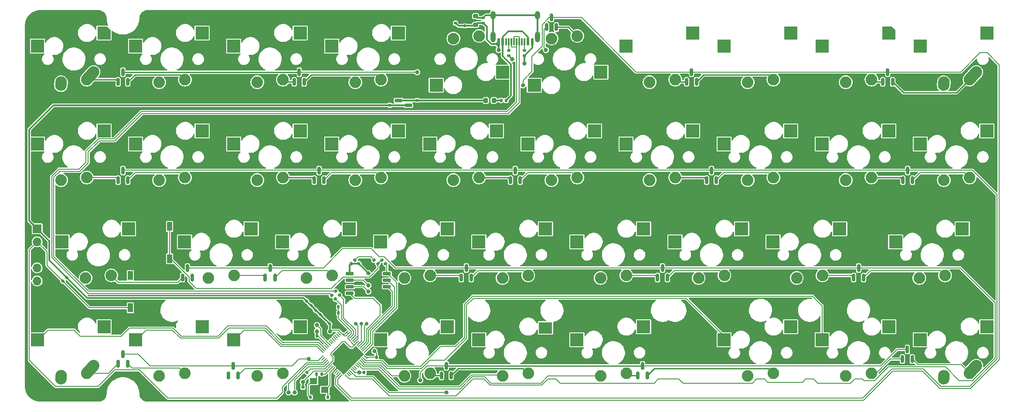
<source format=gbl>
%TF.GenerationSoftware,KiCad,Pcbnew,7.0.6*%
%TF.CreationDate,2023-10-22T23:34:03-04:00*%
%TF.ProjectId,good-delivery-alpha-stagger,676f6f64-2d64-4656-9c69-766572792d61,rev?*%
%TF.SameCoordinates,PX2d6b3a0PY7e9ae4e*%
%TF.FileFunction,Copper,L2,Bot*%
%TF.FilePolarity,Positive*%
%FSLAX46Y46*%
G04 Gerber Fmt 4.6, Leading zero omitted, Abs format (unit mm)*
G04 Created by KiCad (PCBNEW 7.0.6) date 2023-10-22 23:34:03*
%MOMM*%
%LPD*%
G01*
G04 APERTURE LIST*
G04 Aperture macros list*
%AMRoundRect*
0 Rectangle with rounded corners*
0 $1 Rounding radius*
0 $2 $3 $4 $5 $6 $7 $8 $9 X,Y pos of 4 corners*
0 Add a 4 corners polygon primitive as box body*
4,1,4,$2,$3,$4,$5,$6,$7,$8,$9,$2,$3,0*
0 Add four circle primitives for the rounded corners*
1,1,$1+$1,$2,$3*
1,1,$1+$1,$4,$5*
1,1,$1+$1,$6,$7*
1,1,$1+$1,$8,$9*
0 Add four rect primitives between the rounded corners*
20,1,$1+$1,$2,$3,$4,$5,0*
20,1,$1+$1,$4,$5,$6,$7,0*
20,1,$1+$1,$6,$7,$8,$9,0*
20,1,$1+$1,$8,$9,$2,$3,0*%
%AMHorizOval*
0 Thick line with rounded ends*
0 $1 width*
0 $2 $3 position (X,Y) of the first rounded end (center of the circle)*
0 $4 $5 position (X,Y) of the second rounded end (center of the circle)*
0 Add line between two ends*
20,1,$1,$2,$3,$4,$5,0*
0 Add two circle primitives to create the rounded ends*
1,1,$1,$2,$3*
1,1,$1,$4,$5*%
%AMOutline5P*
0 Free polygon, 5 corners , with rotation*
0 The origin of the aperture is its center*
0 number of corners: always 5*
0 $1 to $10 corner X, Y*
0 $11 Rotation angle, in degrees counterclockwise*
0 create outline with 5 corners*
4,1,5,$1,$2,$3,$4,$5,$6,$7,$8,$9,$10,$1,$2,$11*%
%AMOutline6P*
0 Free polygon, 6 corners , with rotation*
0 The origin of the aperture is its center*
0 number of corners: always 6*
0 $1 to $12 corner X, Y*
0 $13 Rotation angle, in degrees counterclockwise*
0 create outline with 6 corners*
4,1,6,$1,$2,$3,$4,$5,$6,$7,$8,$9,$10,$11,$12,$1,$2,$13*%
%AMOutline7P*
0 Free polygon, 7 corners , with rotation*
0 The origin of the aperture is its center*
0 number of corners: always 7*
0 $1 to $14 corner X, Y*
0 $15 Rotation angle, in degrees counterclockwise*
0 create outline with 7 corners*
4,1,7,$1,$2,$3,$4,$5,$6,$7,$8,$9,$10,$11,$12,$13,$14,$1,$2,$15*%
%AMOutline8P*
0 Free polygon, 8 corners , with rotation*
0 The origin of the aperture is its center*
0 number of corners: always 8*
0 $1 to $16 corner X, Y*
0 $17 Rotation angle, in degrees counterclockwise*
0 create outline with 8 corners*
4,1,8,$1,$2,$3,$4,$5,$6,$7,$8,$9,$10,$11,$12,$13,$14,$15,$16,$1,$2,$17*%
G04 Aperture macros list end*
%TA.AperFunction,ComponentPad*%
%ADD10C,0.800000*%
%TD*%
%TA.AperFunction,SMDPad,CuDef*%
%ADD11R,2.550000X2.500000*%
%TD*%
%TA.AperFunction,ComponentPad*%
%ADD12C,2.250000*%
%TD*%
%TA.AperFunction,SMDPad,CuDef*%
%ADD13R,2.550000X2.250000*%
%TD*%
%TA.AperFunction,ComponentPad*%
%ADD14HorizOval,2.250000X-0.020009X-0.290000X0.020009X0.290000X0*%
%TD*%
%TA.AperFunction,ComponentPad*%
%ADD15HorizOval,2.250000X-0.655008X-0.729993X0.655008X0.729993X0*%
%TD*%
%TA.AperFunction,SMDPad,CuDef*%
%ADD16Outline5P,-1.275000X1.250000X0.575000X1.250000X1.275000X0.550000X1.275000X-1.250000X-1.275000X-1.250000X0.000000*%
%TD*%
%TA.AperFunction,ComponentPad*%
%ADD17R,1.700000X1.700000*%
%TD*%
%TA.AperFunction,ComponentPad*%
%ADD18O,1.700000X1.700000*%
%TD*%
%TA.AperFunction,SMDPad,CuDef*%
%ADD19RoundRect,0.135000X-0.226274X-0.035355X-0.035355X-0.226274X0.226274X0.035355X0.035355X0.226274X0*%
%TD*%
%TA.AperFunction,SMDPad,CuDef*%
%ADD20RoundRect,0.135000X-0.185000X0.135000X-0.185000X-0.135000X0.185000X-0.135000X0.185000X0.135000X0*%
%TD*%
%TA.AperFunction,SMDPad,CuDef*%
%ADD21RoundRect,0.140000X0.021213X-0.219203X0.219203X-0.021213X-0.021213X0.219203X-0.219203X0.021213X0*%
%TD*%
%TA.AperFunction,SMDPad,CuDef*%
%ADD22R,0.600000X1.450000*%
%TD*%
%TA.AperFunction,SMDPad,CuDef*%
%ADD23R,0.300000X1.450000*%
%TD*%
%TA.AperFunction,ComponentPad*%
%ADD24O,1.000000X1.600000*%
%TD*%
%TA.AperFunction,ComponentPad*%
%ADD25O,1.000000X2.100000*%
%TD*%
%TA.AperFunction,SMDPad,CuDef*%
%ADD26RoundRect,0.140000X-0.170000X0.140000X-0.170000X-0.140000X0.170000X-0.140000X0.170000X0.140000X0*%
%TD*%
%TA.AperFunction,SMDPad,CuDef*%
%ADD27RoundRect,0.150000X0.150000X-0.587500X0.150000X0.587500X-0.150000X0.587500X-0.150000X-0.587500X0*%
%TD*%
%TA.AperFunction,SMDPad,CuDef*%
%ADD28RoundRect,0.140000X0.140000X0.170000X-0.140000X0.170000X-0.140000X-0.170000X0.140000X-0.170000X0*%
%TD*%
%TA.AperFunction,SMDPad,CuDef*%
%ADD29RoundRect,0.150000X0.587500X0.150000X-0.587500X0.150000X-0.587500X-0.150000X0.587500X-0.150000X0*%
%TD*%
%TA.AperFunction,SMDPad,CuDef*%
%ADD30RoundRect,0.200000X-0.275000X0.200000X-0.275000X-0.200000X0.275000X-0.200000X0.275000X0.200000X0*%
%TD*%
%TA.AperFunction,SMDPad,CuDef*%
%ADD31RoundRect,0.218750X0.218750X0.256250X-0.218750X0.256250X-0.218750X-0.256250X0.218750X-0.256250X0*%
%TD*%
%TA.AperFunction,SMDPad,CuDef*%
%ADD32RoundRect,0.140000X-0.140000X-0.170000X0.140000X-0.170000X0.140000X0.170000X-0.140000X0.170000X0*%
%TD*%
%TA.AperFunction,SMDPad,CuDef*%
%ADD33RoundRect,0.140000X0.170000X-0.140000X0.170000X0.140000X-0.170000X0.140000X-0.170000X-0.140000X0*%
%TD*%
%TA.AperFunction,SMDPad,CuDef*%
%ADD34RoundRect,0.050000X0.309359X-0.238649X-0.238649X0.309359X-0.309359X0.238649X0.238649X-0.309359X0*%
%TD*%
%TA.AperFunction,SMDPad,CuDef*%
%ADD35RoundRect,0.050000X0.309359X0.238649X0.238649X0.309359X-0.309359X-0.238649X-0.238649X-0.309359X0*%
%TD*%
%TA.AperFunction,ComponentPad*%
%ADD36C,0.650000*%
%TD*%
%TA.AperFunction,SMDPad,CuDef*%
%ADD37RoundRect,0.144000X2.059095X0.000000X0.000000X2.059095X-2.059095X0.000000X0.000000X-2.059095X0*%
%TD*%
%TA.AperFunction,SMDPad,CuDef*%
%ADD38RoundRect,0.135000X-0.035355X0.226274X-0.226274X0.035355X0.035355X-0.226274X0.226274X-0.035355X0*%
%TD*%
%TA.AperFunction,SMDPad,CuDef*%
%ADD39R,1.000000X1.700000*%
%TD*%
%TA.AperFunction,SMDPad,CuDef*%
%ADD40RoundRect,0.135000X0.035355X-0.226274X0.226274X-0.035355X-0.035355X0.226274X-0.226274X0.035355X0*%
%TD*%
%TA.AperFunction,SMDPad,CuDef*%
%ADD41RoundRect,0.112500X0.112500X-0.187500X0.112500X0.187500X-0.112500X0.187500X-0.112500X-0.187500X0*%
%TD*%
%TA.AperFunction,SMDPad,CuDef*%
%ADD42RoundRect,0.135000X-0.135000X-0.185000X0.135000X-0.185000X0.135000X0.185000X-0.135000X0.185000X0*%
%TD*%
%TA.AperFunction,SMDPad,CuDef*%
%ADD43RoundRect,0.150000X0.650000X0.150000X-0.650000X0.150000X-0.650000X-0.150000X0.650000X-0.150000X0*%
%TD*%
%TA.AperFunction,SMDPad,CuDef*%
%ADD44RoundRect,0.140000X-0.021213X0.219203X-0.219203X0.021213X0.021213X-0.219203X0.219203X-0.021213X0*%
%TD*%
%TA.AperFunction,SMDPad,CuDef*%
%ADD45R,1.400000X1.200000*%
%TD*%
%TA.AperFunction,SMDPad,CuDef*%
%ADD46RoundRect,0.147500X0.172500X-0.147500X0.172500X0.147500X-0.172500X0.147500X-0.172500X-0.147500X0*%
%TD*%
%TA.AperFunction,SMDPad,CuDef*%
%ADD47RoundRect,0.147500X0.147500X0.172500X-0.147500X0.172500X-0.147500X-0.172500X0.147500X-0.172500X0*%
%TD*%
%TA.AperFunction,ViaPad*%
%ADD48C,0.800000*%
%TD*%
%TA.AperFunction,ViaPad*%
%ADD49C,0.700000*%
%TD*%
%TA.AperFunction,Conductor*%
%ADD50C,0.200000*%
%TD*%
%TA.AperFunction,Conductor*%
%ADD51C,0.250000*%
%TD*%
%TA.AperFunction,Conductor*%
%ADD52C,0.300000*%
%TD*%
G04 APERTURE END LIST*
D10*
%TO.P,MX11,1,COL*%
%TO.N,COL 2*%
X30987952Y31877168D03*
X30987952Y30353168D03*
D11*
X31014952Y31115168D03*
D12*
X35599952Y24075168D03*
%TO.P,MX11,2,ROW*%
%TO.N,Net-(MX11-ROW)*%
X40599952Y24575168D03*
D10*
X43941952Y34417168D03*
D11*
X43941952Y33655168D03*
D10*
X43941952Y32893168D03*
%TD*%
%TO.P,MX33,1,COL*%
%TO.N,COL 8*%
X145288048Y31877247D03*
X145288048Y30353247D03*
D11*
X145315048Y31115247D03*
D12*
X149900048Y24075247D03*
%TO.P,MX33,2,ROW*%
%TO.N,Net-(MX33-ROW)*%
X154900048Y24575247D03*
D10*
X158242048Y34417247D03*
D11*
X158242048Y33655247D03*
D10*
X158242048Y32893247D03*
%TD*%
%TO.P,MX21,1,COL*%
%TO.N,COL 5*%
X97663040Y50927263D03*
X97663040Y49403263D03*
D11*
X97690040Y50165263D03*
D12*
X102275040Y43125263D03*
%TO.P,MX21,2,ROW*%
%TO.N,Net-(MX21-ROW)*%
X107275040Y43625263D03*
D10*
X110617040Y53467263D03*
D11*
X110617040Y52705263D03*
D10*
X110617040Y51943263D03*
%TD*%
%TO.P,MX3,1,COL*%
%TO.N,COL 0*%
X7202432Y31877168D03*
D11*
X7202432Y31115168D03*
D10*
X7202432Y30353168D03*
D12*
X11787432Y24075168D03*
%TO.P,MX3,2,ROW*%
%TO.N,Net-(MX3-ROW)*%
X16787432Y24575168D03*
D10*
X20129432Y34417168D03*
D11*
X20129432Y33655168D03*
D10*
X20129432Y32893168D03*
%TD*%
%TO.P,MX7,1,COL*%
%TO.N,COL 1*%
X21463040Y50927263D03*
X21463040Y49403263D03*
D11*
X21490040Y50165263D03*
D12*
X26075040Y43125263D03*
%TO.P,MX7,2,ROW*%
%TO.N,Net-(MX7-ROW)*%
X31075040Y43625263D03*
D10*
X34417040Y53467263D03*
D11*
X34417040Y52705263D03*
D10*
X34417040Y51943263D03*
%TD*%
%TO.P,MX8,1,COL*%
%TO.N,COL 1*%
X21463024Y12827168D03*
X21463024Y11303168D03*
D11*
X21490024Y12065168D03*
D12*
X26075024Y5025168D03*
%TO.P,MX8,2,ROW*%
%TO.N,Net-(MX8-ROW)*%
X31075024Y5525168D03*
D10*
X34417024Y15367168D03*
D11*
X34417024Y14605168D03*
D10*
X34417024Y13843168D03*
%TD*%
%TO.P,MX12,1,COL*%
%TO.N,COL 2*%
X40513024Y12827168D03*
X40513024Y11303168D03*
D11*
X40540024Y12065168D03*
D12*
X45125024Y5025168D03*
%TO.P,MX12,2,ROW*%
%TO.N,Net-(MX12-ROW)*%
X50125024Y5525168D03*
D10*
X53467024Y15367168D03*
D11*
X53467024Y14605168D03*
D10*
X53467024Y13843168D03*
%TD*%
%TO.P,MX15,1,COL*%
%TO.N,COL 3*%
X50038048Y31877247D03*
X50038048Y30353247D03*
D11*
X50065048Y31115247D03*
D12*
X54650048Y24075247D03*
%TO.P,MX15,2,ROW*%
%TO.N,Net-(MX15-ROW)*%
X59650048Y24575247D03*
D10*
X62992048Y34417247D03*
D11*
X62992048Y33655247D03*
D10*
X62992048Y32893247D03*
%TD*%
%TO.P,MX24,1,COL*%
%TO.N,COL 6*%
X116713024Y69977168D03*
X116713024Y68453168D03*
D11*
X116740024Y69215168D03*
D12*
X121325024Y62175168D03*
%TO.P,MX24,2,ROW*%
%TO.N,Net-(MX24-ROW)*%
X126325024Y62675168D03*
D10*
X129667024Y72517168D03*
D11*
X129667024Y71755168D03*
D10*
X129667024Y70993168D03*
%TD*%
%TO.P,MX27,1,COL*%
%TO.N,COL 6*%
X107188024Y12827168D03*
X107188024Y11303168D03*
D11*
X107215024Y12065168D03*
D12*
X111800024Y5025168D03*
%TO.P,MX27,2,ROW*%
%TO.N,Net-(MX27-ROW)*%
X116800024Y5525168D03*
D10*
X120142024Y15367168D03*
D11*
X120142024Y14605168D03*
D10*
X120142024Y13843168D03*
%TD*%
%TO.P,MX6,1,COL*%
%TO.N,COL 1*%
X21463024Y69977168D03*
X21463024Y68453168D03*
D11*
X21490024Y69215168D03*
D12*
X26075024Y62175168D03*
%TO.P,MX6,2,ROW*%
%TO.N,Net-(MX6-ROW)*%
X31075024Y62675168D03*
D10*
X34417024Y72517168D03*
D11*
X34417024Y71755168D03*
D10*
X34417024Y70993168D03*
%TD*%
%TO.P,MX14,1,COL*%
%TO.N,COL 3*%
X59563040Y50927263D03*
X59563040Y49403263D03*
D11*
X59590040Y50165263D03*
D12*
X64175040Y43125263D03*
%TO.P,MX14,2,ROW*%
%TO.N,Net-(MX14-ROW)*%
X69175040Y43625263D03*
D10*
X72517040Y53467263D03*
D11*
X72517040Y52705263D03*
D10*
X72517040Y51943263D03*
%TD*%
%TO.P,MX37,1,COL*%
%TO.N,COL 9*%
X169127568Y31877247D03*
D11*
X169127568Y31115247D03*
D10*
X169127568Y30353247D03*
D12*
X173712568Y24075247D03*
%TO.P,MX37,2,ROW*%
%TO.N,Net-(MX37-ROW)*%
X178712568Y24575247D03*
D10*
X182054568Y34417247D03*
D11*
X182054568Y33655247D03*
D10*
X182054568Y32893247D03*
%TD*%
%TO.P,MX29,1,COL*%
%TO.N,COL 7*%
X135763040Y50927263D03*
X135763040Y49403263D03*
D11*
X135790040Y50165263D03*
D12*
X140375040Y43125263D03*
%TO.P,MX29,2,ROW*%
%TO.N,Net-(MX29-ROW)*%
X145375040Y43625263D03*
D10*
X148717040Y53467263D03*
D11*
X148717040Y52705263D03*
D10*
X148717040Y51943263D03*
%TD*%
D12*
%TO.P,MX16,1,COL*%
%TO.N,COL 4*%
X83225024Y70675168D03*
D10*
X79883024Y60833168D03*
D11*
X79883024Y61595168D03*
D10*
X79883024Y62357168D03*
%TO.P,MX16,2,ROW*%
%TO.N,Net-(MX16-ROW)*%
X92837024Y63373168D03*
X92837024Y64897168D03*
D11*
X92810024Y64135168D03*
D12*
X88225024Y71175168D03*
%TD*%
D10*
%TO.P,MX17,1,COL*%
%TO.N,COL 4*%
X78613040Y50927263D03*
X78613040Y49403263D03*
D11*
X78640040Y50165263D03*
D12*
X83225040Y43125263D03*
%TO.P,MX17,2,ROW*%
%TO.N,Net-(MX17-ROW)*%
X88225040Y43625263D03*
D10*
X91567040Y53467263D03*
D11*
X91567040Y52705263D03*
D10*
X91567040Y51943263D03*
%TD*%
%TO.P,MX13,1,COL*%
%TO.N,COL 3*%
X59563024Y69977168D03*
X59563024Y68453168D03*
D11*
X59590024Y69215168D03*
D12*
X64175024Y62175168D03*
%TO.P,MX13,2,ROW*%
%TO.N,Net-(MX13-ROW)*%
X69175024Y62675168D03*
D10*
X72517024Y72517168D03*
D11*
X72517024Y71755168D03*
D10*
X72517024Y70993168D03*
%TD*%
%TO.P,MX23,1,COL*%
%TO.N,COL 5*%
X88138240Y12827024D03*
X88138240Y11303024D03*
D11*
X88165240Y12065024D03*
D12*
X92750240Y5025024D03*
%TO.P,MX23,2,ROW*%
%TO.N,Net-(MX23-ROW)*%
X97750240Y5525024D03*
D13*
X101092240Y14355024D03*
D10*
X101092240Y13843024D03*
%TD*%
%TO.P,MX26,1,COL*%
%TO.N,COL 6*%
X107188048Y31877247D03*
X107188048Y30353247D03*
D11*
X107215048Y31115247D03*
D12*
X111800048Y24075247D03*
%TO.P,MX26,2,ROW*%
%TO.N,Net-(MX26-ROW)*%
X116800048Y24575247D03*
D10*
X120142048Y34417247D03*
D11*
X120142048Y33655247D03*
D10*
X120142048Y32893247D03*
%TD*%
%TO.P,MX18,1,COL*%
%TO.N,COL 4*%
X69088048Y31877247D03*
X69088048Y30353247D03*
D11*
X69115048Y31115247D03*
D12*
X73700048Y24075247D03*
%TO.P,MX18,2,ROW*%
%TO.N,Net-(MX18-ROW)*%
X78700048Y24575247D03*
D10*
X82042048Y34417247D03*
D11*
X82042048Y33655247D03*
D10*
X82042048Y32893247D03*
%TD*%
%TO.P,MX38,1,COL*%
%TO.N,COL 9*%
X173863024Y12827168D03*
X173863024Y11303168D03*
D11*
X173890024Y12065168D03*
D14*
X178455024Y4732668D03*
D12*
%TO.P,MX38,2,ROW*%
%TO.N,Net-(MX38-ROW)*%
X183475024Y5525168D03*
D15*
X184130016Y6255175D03*
D10*
X186817024Y15367168D03*
D11*
X186817024Y14605168D03*
D10*
X186817024Y13843168D03*
%TD*%
%TO.P,MX2,1,COL*%
%TO.N,COL 0*%
X2412928Y50927263D03*
X2412928Y49403263D03*
D11*
X2439928Y50165263D03*
D12*
X7024928Y43125263D03*
%TO.P,MX2,2,ROW*%
%TO.N,Net-(MX2-ROW)*%
X12024928Y43625263D03*
D10*
X15366928Y53467263D03*
D11*
X15366928Y52705263D03*
D10*
X15366928Y51943263D03*
%TD*%
%TO.P,MX35,1,COL*%
%TO.N,COL 9*%
X173863024Y69977168D03*
X173863024Y68453168D03*
D11*
X173890024Y69215168D03*
D14*
X178455024Y61882668D03*
D12*
%TO.P,MX35,2,ROW*%
%TO.N,Net-(MX35-ROW)*%
X183475024Y62675168D03*
D15*
X184130016Y63405175D03*
D10*
X186817024Y72517168D03*
D11*
X186817024Y71755168D03*
D10*
X186817024Y70993168D03*
%TD*%
%TO.P,MX5,1,COL*%
%TO.N,COL 8*%
X154813056Y50927263D03*
X154813056Y49403263D03*
D11*
X154840056Y50165263D03*
D12*
X159425056Y43125263D03*
%TO.P,MX5,2,ROW*%
%TO.N,Net-(MX5-ROW)*%
X164425056Y43625263D03*
D10*
X167767056Y53467263D03*
D11*
X167767056Y52705263D03*
D10*
X167767056Y51943263D03*
%TD*%
%TO.P,MX1,1,COL*%
%TO.N,COL 0*%
X2413024Y69977168D03*
X2413024Y68453168D03*
D11*
X2440024Y69215168D03*
D14*
X7005024Y61882668D03*
D12*
%TO.P,MX1,2,ROW*%
%TO.N,Net-(MX1-ROW)*%
X12025024Y62675168D03*
D15*
X12680016Y63405175D03*
D10*
X15367024Y72517168D03*
D16*
X15367024Y71755168D03*
D10*
X15367024Y70993168D03*
%TD*%
D17*
%TO.P,J2,1,Pin_1*%
%TO.N,+3V3*%
X2381172Y33650247D03*
D18*
%TO.P,J2,2,Pin_2*%
%TO.N,RESET*%
X2381172Y31110247D03*
%TO.P,J2,3,Pin_3*%
%TO.N,GND*%
X2381172Y28570247D03*
%TO.P,J2,4,Pin_4*%
%TO.N,SWDIO*%
X2381172Y26030247D03*
%TO.P,J2,5,Pin_5*%
%TO.N,SWCLK*%
X2381172Y23490247D03*
%TD*%
D10*
%TO.P,MX36,1,COL*%
%TO.N,COL 9*%
X173863072Y50927263D03*
X173863072Y49403263D03*
D11*
X173890072Y50165263D03*
D12*
X178475072Y43125263D03*
%TO.P,MX36,2,ROW*%
%TO.N,Net-(MX36-ROW)*%
X183475072Y43625263D03*
D10*
X186817072Y53467263D03*
D11*
X186817072Y52705263D03*
D10*
X186817072Y51943263D03*
%TD*%
%TO.P,MX28,1,COL*%
%TO.N,COL 7*%
X135763024Y69977168D03*
X135763024Y68453168D03*
D11*
X135790024Y69215168D03*
D12*
X140375024Y62175168D03*
%TO.P,MX28,2,ROW*%
%TO.N,Net-(MX28-ROW)*%
X145375024Y62675168D03*
D10*
X148717024Y72517168D03*
D11*
X148717024Y71755168D03*
D10*
X148717024Y70993168D03*
%TD*%
%TO.P,MX19,1,COL*%
%TO.N,COL 4*%
X69088024Y12827168D03*
X69088024Y11303168D03*
D11*
X69115024Y12065168D03*
D12*
X73700024Y5025168D03*
%TO.P,MX19,2,ROW*%
%TO.N,Net-(MX19-ROW)*%
X78700024Y5525168D03*
D10*
X82042024Y15367168D03*
D11*
X82042024Y14605168D03*
D10*
X82042024Y13843168D03*
%TD*%
%TO.P,MX4,1,COL*%
%TO.N,COL 0*%
X2413024Y12827168D03*
X2413024Y11303168D03*
D11*
X2440024Y12065168D03*
D14*
X7005024Y4732668D03*
D12*
%TO.P,MX4,2,ROW*%
%TO.N,Net-(MX4-ROW)*%
X12025024Y5525168D03*
D15*
X12680016Y6255175D03*
D10*
X15367024Y15367168D03*
D11*
X15367024Y14605168D03*
D10*
X15367024Y13843168D03*
%TD*%
%TO.P,MX32,1,COL*%
%TO.N,COL 8*%
X154813024Y69977168D03*
X154813024Y68453168D03*
D11*
X154840024Y69215168D03*
D12*
X159425024Y62175168D03*
%TO.P,MX32,2,ROW*%
%TO.N,Net-(MX32-ROW)*%
X164425024Y62675168D03*
D10*
X167767024Y72517168D03*
D16*
X167767024Y71755168D03*
D10*
X167767024Y70993168D03*
%TD*%
%TO.P,MX31,1,COL*%
%TO.N,COL 7*%
X135763024Y12827168D03*
X135763024Y11303168D03*
D11*
X135790024Y12065168D03*
D12*
X140375024Y5025168D03*
%TO.P,MX31,2,ROW*%
%TO.N,Net-(MX31-ROW)*%
X145375024Y5525168D03*
D10*
X148717024Y15367168D03*
D11*
X148717024Y14605168D03*
D10*
X148717024Y13843168D03*
%TD*%
%TO.P,MX9,1,COL*%
%TO.N,COL 2*%
X40513024Y69977168D03*
X40513024Y68453168D03*
D11*
X40540024Y69215168D03*
D12*
X45125024Y62175168D03*
%TO.P,MX9,2,ROW*%
%TO.N,Net-(MX9-ROW)*%
X50125024Y62675168D03*
D10*
X53467024Y72517168D03*
D11*
X53467024Y71755168D03*
D10*
X53467024Y70993168D03*
%TD*%
%TO.P,MX34,1,COL*%
%TO.N,COL 8*%
X154813024Y12827168D03*
X154813024Y11303168D03*
D11*
X154840024Y12065168D03*
D12*
X159425024Y5025168D03*
%TO.P,MX34,2,ROW*%
%TO.N,Net-(MX34-ROW)*%
X164425024Y5525168D03*
D10*
X167767024Y15367168D03*
D11*
X167767024Y14605168D03*
D10*
X167767024Y13843168D03*
%TD*%
%TO.P,MX22,1,COL*%
%TO.N,COL 5*%
X88138048Y31877247D03*
X88138048Y30353247D03*
D11*
X88165048Y31115247D03*
D12*
X92750048Y24075247D03*
%TO.P,MX22,2,ROW*%
%TO.N,Net-(MX22-ROW)*%
X97750048Y24575247D03*
D10*
X101092048Y34417247D03*
D11*
X101092048Y33655247D03*
D10*
X101092048Y32893247D03*
%TD*%
%TO.P,MX30,1,COL*%
%TO.N,COL 7*%
X126238048Y31877247D03*
X126238048Y30353247D03*
D11*
X126265048Y31115247D03*
D12*
X130850048Y24075247D03*
%TO.P,MX30,2,ROW*%
%TO.N,Net-(MX30-ROW)*%
X135850048Y24575247D03*
D10*
X139192048Y34417247D03*
D11*
X139192048Y33655247D03*
D10*
X139192048Y32893247D03*
%TD*%
D12*
%TO.P,MX20,1,COL*%
%TO.N,COL 5*%
X102275024Y70675168D03*
D10*
X98933024Y60833168D03*
D11*
X98933024Y61595168D03*
D10*
X98933024Y62357168D03*
%TO.P,MX20,2,ROW*%
%TO.N,Net-(MX20-ROW)*%
X111887024Y63373168D03*
X111887024Y64897168D03*
D11*
X111860024Y64135168D03*
D12*
X107275024Y71175168D03*
%TD*%
D10*
%TO.P,MX10,1,COL*%
%TO.N,COL 2*%
X40513040Y50927263D03*
X40513040Y49403263D03*
D11*
X40540040Y50165263D03*
D12*
X45125040Y43125263D03*
%TO.P,MX10,2,ROW*%
%TO.N,Net-(MX10-ROW)*%
X50125040Y43625263D03*
D10*
X53467040Y53467263D03*
D11*
X53467040Y52705263D03*
D10*
X53467040Y51943263D03*
%TD*%
%TO.P,MX25,1,COL*%
%TO.N,COL 6*%
X116713040Y50927263D03*
X116713040Y49403263D03*
D11*
X116740040Y50165263D03*
D12*
X121325040Y43125263D03*
%TO.P,MX25,2,ROW*%
%TO.N,Net-(MX25-ROW)*%
X126325040Y43625263D03*
D10*
X129667040Y53467263D03*
D11*
X129667040Y52705263D03*
D10*
X129667040Y51943263D03*
%TD*%
D19*
%TO.P,R_DATA1,1*%
%TO.N,D+*%
X60361222Y21494271D03*
%TO.P,R_DATA1,2*%
%TO.N,Net-(U1-USB_DP)*%
X61082470Y20773023D03*
%TD*%
D20*
%TO.P,R2,1*%
%TO.N,Net-(J3-CC1)*%
X94000240Y68349854D03*
%TO.P,R2,2*%
%TO.N,GNDPWR*%
X94000240Y67329854D03*
%TD*%
D21*
%TO.P,C_3V-Decoup5,1*%
%TO.N,+3V3*%
X56471148Y17817857D03*
%TO.P,C_3V-Decoup5,2*%
%TO.N,GND*%
X57149970Y18496679D03*
%TD*%
D22*
%TO.P,J3,A1,GND*%
%TO.N,GNDPWR*%
X92000240Y70071593D03*
%TO.P,J3,A4,VBUS*%
%TO.N,VBUS*%
X92800240Y70071593D03*
D23*
%TO.P,J3,A5,CC1*%
%TO.N,Net-(J3-CC1)*%
X94000240Y70071593D03*
%TO.P,J3,A6,D+*%
%TO.N,D+*%
X95000240Y70071593D03*
%TO.P,J3,A7,D-*%
%TO.N,D-*%
X95500240Y70071593D03*
%TO.P,J3,A8,SBU1*%
%TO.N,unconnected-(J3-SBU1-PadA8)*%
X96500240Y70071593D03*
D22*
%TO.P,J3,A9,VBUS*%
%TO.N,VBUS*%
X97700240Y70071593D03*
%TO.P,J3,A12,GND*%
%TO.N,GNDPWR*%
X98500240Y70071593D03*
%TO.P,J3,B1,GND*%
X98500240Y70071593D03*
%TO.P,J3,B4,VBUS*%
%TO.N,VBUS*%
X97700240Y70071593D03*
D23*
%TO.P,J3,B5,CC2*%
%TO.N,Net-(J3-CC2)*%
X97000240Y70071593D03*
%TO.P,J3,B6,D+*%
%TO.N,D+*%
X96000240Y70071593D03*
%TO.P,J3,B7,D-*%
%TO.N,D-*%
X94500240Y70071593D03*
%TO.P,J3,B8,SBU2*%
%TO.N,unconnected-(J3-SBU2-PadB8)*%
X93500240Y70071593D03*
D22*
%TO.P,J3,B9,VBUS*%
%TO.N,VBUS*%
X92800240Y70071593D03*
%TO.P,J3,B12,GND*%
%TO.N,GNDPWR*%
X92000240Y70071593D03*
D24*
%TO.P,J3,S1,SHIELD*%
%TO.N,Earth*%
X90930240Y75166593D03*
D25*
X90930240Y70986593D03*
D24*
X99570240Y75166593D03*
D25*
X99570240Y70986593D03*
%TD*%
D26*
%TO.P,C_3V-Decoup8,1*%
%TO.N,+3V3*%
X53980024Y2788913D03*
%TO.P,C_3V-Decoup8,2*%
%TO.N,GND*%
X53980024Y1828913D03*
%TD*%
D27*
%TO.P,D8,1,A*%
%TO.N,Net-(MX12-ROW)*%
X41431352Y5100168D03*
%TO.P,D8,2,A*%
%TO.N,unconnected-(D8-A-Pad2)*%
X39531352Y5100168D03*
%TO.P,D8,3,K*%
%TO.N,ROW 3*%
X40481352Y6975168D03*
%TD*%
D28*
%TO.P,C_1V-Decoup1,1*%
%TO.N,+1V1*%
X60904371Y17264106D03*
%TO.P,C_1V-Decoup1,2*%
%TO.N,GND*%
X59944371Y17264106D03*
%TD*%
D27*
%TO.P,D1,1,A*%
%TO.N,Net-(MX6-ROW)*%
X19999936Y62250264D03*
%TO.P,D1,2,A*%
%TO.N,Net-(MX1-ROW)*%
X18099936Y62250264D03*
%TO.P,D1,3,K*%
%TO.N,ROW 0*%
X19049936Y64125264D03*
%TD*%
D21*
%TO.P,C_3V-Decoup4,1*%
%TO.N,+3V3*%
X57405870Y16924889D03*
%TO.P,C_3V-Decoup4,2*%
%TO.N,GND*%
X58084692Y17603711D03*
%TD*%
D26*
%TO.P,C1,1*%
%TO.N,Earth*%
X88999443Y74664564D03*
%TO.P,C1,2*%
%TO.N,GNDPWR*%
X88999443Y73704564D03*
%TD*%
D29*
%TO.P,U3,1,GND*%
%TO.N,GND*%
X74458779Y59588429D03*
%TO.P,U3,2,VO*%
%TO.N,+3V3*%
X74458779Y57688429D03*
%TO.P,U3,3,VI*%
%TO.N,+5V*%
X72583779Y58638429D03*
%TD*%
D27*
%TO.P,D17,1,A*%
%TO.N,Net-(MX35-ROW)*%
X168531047Y62250264D03*
%TO.P,D17,2,A*%
%TO.N,Net-(MX32-ROW)*%
X166631047Y62250264D03*
%TO.P,D17,3,K*%
%TO.N,ROW 0*%
X167581047Y64125264D03*
%TD*%
D19*
%TO.P,R_Flash3,1*%
%TO.N,Net-(R_Flash2-Pad2)*%
X69319044Y27552283D03*
%TO.P,R_Flash3,2*%
%TO.N,CS*%
X70040292Y26831035D03*
%TD*%
D27*
%TO.P,D11,1,A*%
%TO.N,Net-(MX22-ROW)*%
X86674992Y24150168D03*
%TO.P,D11,2,A*%
%TO.N,Net-(MX18-ROW)*%
X84774992Y24150168D03*
%TO.P,D11,3,K*%
%TO.N,ROW 2*%
X85724992Y26025168D03*
%TD*%
D30*
%TO.P,R1,1*%
%TO.N,Earth*%
X87511158Y75009564D03*
%TO.P,R1,2*%
%TO.N,GNDPWR*%
X87511158Y73359564D03*
%TD*%
D27*
%TO.P,D20,1,A*%
%TO.N,Net-(MX38-ROW)*%
X172343403Y8289867D03*
%TO.P,D20,2,A*%
%TO.N,Net-(MX34-ROW)*%
X170443403Y8289867D03*
%TO.P,D20,3,K*%
%TO.N,ROW 3*%
X171393403Y10164867D03*
%TD*%
%TO.P,D18,1,A*%
%TO.N,Net-(MX36-ROW)*%
X172400064Y43115885D03*
%TO.P,D18,2,A*%
%TO.N,Net-(MX5-ROW)*%
X170500064Y43115885D03*
%TO.P,D18,3,K*%
%TO.N,ROW 1*%
X171450064Y44990885D03*
%TD*%
D31*
%TO.P,F1,1*%
%TO.N,Net-(F1-Pad1)*%
X91087885Y58638429D03*
%TO.P,F1,2*%
%TO.N,+5V*%
X89512885Y58638429D03*
%TD*%
D32*
%TO.P,C_3V-Decoup6,1*%
%TO.N,+3V3*%
X68278767Y8632053D03*
%TO.P,C_3V-Decoup6,2*%
%TO.N,GND*%
X69238767Y8632053D03*
%TD*%
D21*
%TO.P,C_Flash1,1*%
%TO.N,+3V3*%
X64875402Y26852248D03*
%TO.P,C_Flash1,2*%
%TO.N,GND*%
X65554224Y27531070D03*
%TD*%
D33*
%TO.P,C_LD2,1*%
%TO.N,+3V3*%
X70842366Y57688429D03*
%TO.P,C_LD2,2*%
%TO.N,GND*%
X70842366Y58648429D03*
%TD*%
D27*
%TO.P,D6,1,A*%
%TO.N,Net-(MX14-ROW)*%
X58099968Y43115885D03*
%TO.P,D6,2,A*%
%TO.N,Net-(MX10-ROW)*%
X56199968Y43115885D03*
%TO.P,D6,3,K*%
%TO.N,ROW 1*%
X57149968Y44990885D03*
%TD*%
D34*
%TO.P,U1,1,IOVDD*%
%TO.N,+3V3*%
X66181813Y8635165D03*
%TO.P,U1,2,GPIO0*%
%TO.N,COL 8*%
X65898970Y8352322D03*
%TO.P,U1,3,GPIO1*%
%TO.N,COL 7*%
X65616128Y8069480D03*
%TO.P,U1,4,GPIO2*%
%TO.N,COL 4*%
X65333285Y7786637D03*
%TO.P,U1,5,GPIO3*%
%TO.N,COL 5*%
X65050442Y7503794D03*
%TO.P,U1,6,GPIO4*%
%TO.N,COL 6*%
X64767600Y7220952D03*
%TO.P,U1,7,GPIO5*%
%TO.N,unconnected-(U1-GPIO5-Pad7)*%
X64484757Y6938109D03*
%TO.P,U1,8,GPIO6*%
%TO.N,unconnected-(U1-GPIO6-Pad8)*%
X64201914Y6655266D03*
%TO.P,U1,9,GPIO7*%
%TO.N,unconnected-(U1-GPIO7-Pad9)*%
X63919071Y6372423D03*
%TO.P,U1,10,IOVDD*%
%TO.N,+3V3*%
X63636229Y6089581D03*
%TO.P,U1,11,GPIO8*%
%TO.N,COL 9*%
X63353386Y5806738D03*
%TO.P,U1,12,GPIO9*%
%TO.N,unconnected-(U1-GPIO9-Pad12)*%
X63070543Y5523895D03*
%TO.P,U1,13,GPIO10*%
%TO.N,unconnected-(U1-GPIO10-Pad13)*%
X62787701Y5241053D03*
%TO.P,U1,14,GPIO11*%
%TO.N,ROW 2*%
X62504858Y4958210D03*
D35*
%TO.P,U1,15,GPIO12*%
%TO.N,ROW 1*%
X61320454Y4958210D03*
%TO.P,U1,16,GPIO13*%
%TO.N,ROW 0*%
X61037611Y5241053D03*
%TO.P,U1,17,GPIO14*%
%TO.N,unconnected-(U1-GPIO14-Pad17)*%
X60754769Y5523895D03*
%TO.P,U1,18,GPIO15*%
%TO.N,unconnected-(U1-GPIO15-Pad18)*%
X60471926Y5806738D03*
%TO.P,U1,19,TESTEN*%
%TO.N,GND*%
X60189083Y6089581D03*
%TO.P,U1,20,XIN*%
%TO.N,XTAL_IN*%
X59906241Y6372423D03*
%TO.P,U1,21,XOUT*%
%TO.N,XTAL_OUT*%
X59623398Y6655266D03*
%TO.P,U1,22,IOVDD*%
%TO.N,+3V3*%
X59340555Y6938109D03*
%TO.P,U1,23,DVDD*%
%TO.N,+1V1*%
X59057712Y7220952D03*
%TO.P,U1,24,SWCLK*%
%TO.N,SWCLK*%
X58774870Y7503794D03*
%TO.P,U1,25,SWD*%
%TO.N,SWDIO*%
X58492027Y7786637D03*
%TO.P,U1,26,RUN*%
%TO.N,RESET*%
X58209184Y8069480D03*
%TO.P,U1,27,GPIO16*%
%TO.N,unconnected-(U1-GPIO16-Pad27)*%
X57926342Y8352322D03*
%TO.P,U1,28,GPIO17*%
%TO.N,ROW 3*%
X57643499Y8635165D03*
D34*
%TO.P,U1,29,GPIO18*%
%TO.N,COL 2*%
X57643499Y9819569D03*
%TO.P,U1,30,GPIO19*%
%TO.N,COL 1*%
X57926342Y10102412D03*
%TO.P,U1,31,GPIO20*%
%TO.N,COL 0*%
X58209184Y10385254D03*
%TO.P,U1,32,GPIO21*%
%TO.N,unconnected-(U1-GPIO21-Pad32)*%
X58492027Y10668097D03*
%TO.P,U1,33,IOVDD*%
%TO.N,+3V3*%
X58774870Y10950940D03*
%TO.P,U1,34,GPIO22*%
%TO.N,COL 3*%
X59057712Y11233782D03*
%TO.P,U1,35,GPIO23*%
%TO.N,unconnected-(U1-GPIO23-Pad35)*%
X59340555Y11516625D03*
%TO.P,U1,36,GPIO24*%
%TO.N,unconnected-(U1-GPIO24-Pad36)*%
X59623398Y11799468D03*
%TO.P,U1,37,GPIO25*%
%TO.N,unconnected-(U1-GPIO25-Pad37)*%
X59906241Y12082311D03*
%TO.P,U1,38,GPIO26_ADC0*%
%TO.N,unconnected-(U1-GPIO26_ADC0-Pad38)*%
X60189083Y12365153D03*
%TO.P,U1,39,GPIO27_ADC1*%
%TO.N,unconnected-(U1-GPIO27_ADC1-Pad39)*%
X60471926Y12647996D03*
%TO.P,U1,40,GPIO28_ADC2*%
%TO.N,unconnected-(U1-GPIO28_ADC2-Pad40)*%
X60754769Y12930839D03*
%TO.P,U1,41,GPIO29_ADC3*%
%TO.N,unconnected-(U1-GPIO29_ADC3-Pad41)*%
X61037611Y13213681D03*
%TO.P,U1,42,IOVDD*%
%TO.N,+3V3*%
X61320454Y13496524D03*
D35*
%TO.P,U1,43,ADC_AVDD*%
X62504858Y13496524D03*
%TO.P,U1,44,VREG_IN*%
X62787701Y13213681D03*
%TO.P,U1,45,VREG_VOUT*%
%TO.N,+1V1*%
X63070543Y12930839D03*
%TO.P,U1,46,USB_DM*%
%TO.N,Net-(U1-USB_DM)*%
X63353386Y12647996D03*
%TO.P,U1,47,USB_DP*%
%TO.N,Net-(U1-USB_DP)*%
X63636229Y12365153D03*
%TO.P,U1,48,USB_VDD*%
%TO.N,+3V3*%
X63919071Y12082311D03*
%TO.P,U1,49,IOVDD*%
X64201914Y11799468D03*
%TO.P,U1,50,DVDD*%
%TO.N,+1V1*%
X64484757Y11516625D03*
%TO.P,U1,51,QSPI_SD3*%
%TO.N,SD3*%
X64767600Y11233782D03*
%TO.P,U1,52,QSPI_SCLK*%
%TO.N,QSPI_CLK*%
X65050442Y10950940D03*
%TO.P,U1,53,QSPI_SD0*%
%TO.N,SD0*%
X65333285Y10668097D03*
%TO.P,U1,54,QSPI_SD2*%
%TO.N,SD2*%
X65616128Y10385254D03*
%TO.P,U1,55,QSPI_SD1*%
%TO.N,SD1*%
X65898970Y10102412D03*
%TO.P,U1,56,QSPI_SS*%
%TO.N,CS*%
X66181813Y9819569D03*
D36*
%TO.P,U1,57,GND*%
%TO.N,GND*%
X61912656Y7424245D03*
X62814217Y8325806D03*
X63715778Y9227367D03*
X61011095Y8325806D03*
X61912656Y9227367D03*
D37*
X61912656Y9227367D03*
D36*
X62814217Y10128928D03*
X60109534Y9227367D03*
X61011095Y10128928D03*
X61912656Y11030489D03*
%TD*%
D32*
%TO.P,C_3V-Decoup9,1*%
%TO.N,+3V3*%
X65897511Y5655483D03*
%TO.P,C_3V-Decoup9,2*%
%TO.N,GND*%
X66857511Y5655483D03*
%TD*%
D27*
%TO.P,D15,1,A*%
%TO.N,Net-(MX30-ROW)*%
X124775024Y24150168D03*
%TO.P,D15,2,A*%
%TO.N,Net-(MX26-ROW)*%
X122875024Y24150168D03*
%TO.P,D15,3,K*%
%TO.N,ROW 2*%
X123825024Y26025168D03*
%TD*%
D19*
%TO.P,R_DATA2,1*%
%TO.N,D-*%
X59564195Y20697244D03*
%TO.P,R_DATA2,2*%
%TO.N,Net-(U1-USB_DM)*%
X60285443Y19975996D03*
%TD*%
D27*
%TO.P,D14,1,A*%
%TO.N,Net-(MX29-ROW)*%
X134300032Y43115885D03*
%TO.P,D14,2,A*%
%TO.N,Net-(MX25-ROW)*%
X132400032Y43115885D03*
%TO.P,D14,3,K*%
%TO.N,ROW 1*%
X133350032Y44990885D03*
%TD*%
D38*
%TO.P,R_RST1,1*%
%TO.N,+3V3*%
X8099613Y24173367D03*
%TO.P,R_RST1,2*%
%TO.N,RESET*%
X7378365Y23452119D03*
%TD*%
D39*
%TO.P,SW2,1,1*%
%TO.N,GND*%
X24293692Y34106499D03*
X24293692Y27806499D03*
%TO.P,SW2,2,2*%
%TO.N,Net-(R_Flash2-Pad2)*%
X28093692Y34106499D03*
X28093692Y27806499D03*
%TD*%
D33*
%TO.P,C_LD1,1*%
%TO.N,+5V*%
X76200192Y58638429D03*
%TO.P,C_LD1,2*%
%TO.N,GND*%
X76200192Y59598429D03*
%TD*%
D27*
%TO.P,D3,1,A*%
%TO.N,unconnected-(D3-A-Pad1)*%
X32501509Y24150168D03*
%TO.P,D3,2,A*%
%TO.N,Net-(MX3-ROW)*%
X30601509Y24150168D03*
%TO.P,D3,3,K*%
%TO.N,ROW 2*%
X31551509Y26025168D03*
%TD*%
%TO.P,D5,1,A*%
%TO.N,Net-(MX13-ROW)*%
X54230759Y62250264D03*
%TO.P,D5,2,A*%
%TO.N,Net-(MX9-ROW)*%
X52330759Y62250264D03*
%TO.P,D5,3,K*%
%TO.N,ROW 0*%
X53280759Y64125264D03*
%TD*%
D21*
%TO.P,C_3V-Decoup3,1*%
%TO.N,+3V3*%
X59191809Y15138950D03*
%TO.P,C_3V-Decoup3,2*%
%TO.N,GND*%
X59870631Y15817772D03*
%TD*%
D40*
%TO.P,R_Flash1,1*%
%TO.N,+3V3*%
X63365904Y26831035D03*
%TO.P,R_Flash1,2*%
%TO.N,Net-(R_Flash1-Pad2)*%
X64087152Y27552283D03*
%TD*%
D27*
%TO.P,D13,1,A*%
%TO.N,Net-(MX28-ROW)*%
X130430951Y62250264D03*
%TO.P,D13,2,A*%
%TO.N,Net-(MX24-ROW)*%
X128530951Y62250264D03*
%TO.P,D13,3,K*%
%TO.N,ROW 0*%
X129480951Y64125264D03*
%TD*%
D28*
%TO.P,C_Crystal2,1*%
%TO.N,GND*%
X56439516Y892971D03*
%TO.P,C_Crystal2,2*%
%TO.N,Net-(C_Crystal2-Pad2)*%
X55479516Y892971D03*
%TD*%
D41*
%TO.P,D21,1,A1*%
%TO.N,GNDPWR*%
X85427559Y73134564D03*
%TO.P,D21,2,A2*%
%TO.N,GND*%
X85427559Y75234564D03*
%TD*%
D19*
%TO.P,R_Flash2,1*%
%TO.N,Net-(R_Flash1-Pad2)*%
X67830759Y27552283D03*
%TO.P,R_Flash2,2*%
%TO.N,Net-(R_Flash2-Pad2)*%
X68552007Y26831035D03*
%TD*%
D27*
%TO.P,D4,1,A*%
%TO.N,Net-(MX8-ROW)*%
X20000048Y7396896D03*
%TO.P,D4,2,A*%
%TO.N,Net-(MX4-ROW)*%
X18100048Y7396896D03*
%TO.P,D4,3,K*%
%TO.N,ROW 3*%
X19050048Y9271896D03*
%TD*%
%TO.P,D10,1,A*%
%TO.N,Net-(MX21-ROW)*%
X96200000Y43115885D03*
%TO.P,D10,2,A*%
%TO.N,Net-(MX17-ROW)*%
X94300000Y43115885D03*
%TO.P,D10,3,K*%
%TO.N,ROW 1*%
X95250000Y44990885D03*
%TD*%
%TO.P,D19,1,A*%
%TO.N,Net-(MX37-ROW)*%
X162875056Y24150168D03*
%TO.P,D19,2,A*%
%TO.N,Net-(MX33-ROW)*%
X160975056Y24150168D03*
%TO.P,D19,3,K*%
%TO.N,ROW 2*%
X161925056Y26025168D03*
%TD*%
D28*
%TO.P,C_1V-Decoup2,1*%
%TO.N,+1V1*%
X60904371Y18454734D03*
%TO.P,C_1V-Decoup2,2*%
%TO.N,GND*%
X59944371Y18454734D03*
%TD*%
D42*
%TO.P,R_Crystal1,1*%
%TO.N,Net-(C_Crystal2-Pad2)*%
X56640144Y5357827D03*
%TO.P,R_Crystal1,2*%
%TO.N,XTAL_OUT*%
X57660144Y5357827D03*
%TD*%
D39*
%TO.P,SW1,1,1*%
%TO.N,GND*%
X24293692Y18281491D03*
X24293692Y24581491D03*
%TO.P,SW1,2,2*%
%TO.N,RESET*%
X20493692Y18281491D03*
X20493692Y24581491D03*
%TD*%
D43*
%TO.P,U2,1,~{CS}*%
%TO.N,CS*%
X70303098Y24929461D03*
%TO.P,U2,2,DO(IO1)*%
%TO.N,SD1*%
X70303098Y23659461D03*
%TO.P,U2,3,IO2*%
%TO.N,SD2*%
X70303098Y22389461D03*
%TO.P,U2,4,GND*%
%TO.N,GND*%
X70303098Y21119461D03*
%TO.P,U2,5,DI(IO0)*%
%TO.N,SD0*%
X63103098Y21119461D03*
%TO.P,U2,6,CLK*%
%TO.N,QSPI_CLK*%
X63103098Y22389461D03*
%TO.P,U2,7,IO3*%
%TO.N,SD3*%
X63103098Y23659461D03*
%TO.P,U2,8,VCC*%
%TO.N,+3V3*%
X63103098Y24929461D03*
%TD*%
D44*
%TO.P,C_1V-Decoup3,1*%
%TO.N,+1V1*%
X54810642Y5697237D03*
%TO.P,C_1V-Decoup3,2*%
%TO.N,GND*%
X54131820Y5018415D03*
%TD*%
D20*
%TO.P,R3,1*%
%TO.N,Net-(J3-CC2)*%
X97000240Y68349854D03*
%TO.P,R3,2*%
%TO.N,GNDPWR*%
X97000240Y67329854D03*
%TD*%
D32*
%TO.P,C_Crystal1,1*%
%TO.N,GND*%
X57860772Y892971D03*
%TO.P,C_Crystal1,2*%
%TO.N,XTAL_IN*%
X58820772Y892971D03*
%TD*%
D27*
%TO.P,D9,1,A*%
%TO.N,Net-(MX20-ROW)*%
X103225024Y72881436D03*
%TO.P,D9,2,A*%
%TO.N,Net-(MX16-ROW)*%
X101325024Y72881436D03*
%TO.P,D9,3,K*%
%TO.N,ROW 0*%
X102275024Y74756436D03*
%TD*%
D21*
%TO.P,C_3V-Decoup2,1*%
%TO.N,+3V3*%
X55619931Y18710828D03*
%TO.P,C_3V-Decoup2,2*%
%TO.N,GND*%
X56298753Y19389650D03*
%TD*%
D45*
%TO.P,Y1,1,1*%
%TO.N,Net-(C_Crystal2-Pad2)*%
X56050144Y4008913D03*
%TO.P,Y1,2,2*%
%TO.N,GND*%
X58250144Y4008913D03*
%TO.P,Y1,3,3*%
%TO.N,XTAL_IN*%
X58250144Y2308913D03*
%TO.P,Y1,4,4*%
%TO.N,GND*%
X56050144Y2308913D03*
%TD*%
D28*
%TO.P,C_3V-Decoup7,1*%
%TO.N,+3V3*%
X56737173Y12799251D03*
%TO.P,C_3V-Decoup7,2*%
%TO.N,GND*%
X55777173Y12799251D03*
%TD*%
D27*
%TO.P,D16,1,A*%
%TO.N,Net-(MX31-ROW)*%
X120905771Y5100168D03*
%TO.P,D16,2,A*%
%TO.N,Net-(MX27-ROW)*%
X119005771Y5100168D03*
%TO.P,D16,3,K*%
%TO.N,ROW 3*%
X119955771Y6975168D03*
%TD*%
%TO.P,D2,1,A*%
%TO.N,Net-(MX7-ROW)*%
X19999936Y43115885D03*
%TO.P,D2,2,A*%
%TO.N,Net-(MX2-ROW)*%
X18099936Y43115885D03*
%TO.P,D2,3,K*%
%TO.N,ROW 1*%
X19049936Y44990885D03*
%TD*%
%TO.P,D7,1,A*%
%TO.N,Net-(MX15-ROW)*%
X48574960Y24150168D03*
%TO.P,D7,2,A*%
%TO.N,Net-(MX11-ROW)*%
X46674960Y24150168D03*
%TO.P,D7,3,K*%
%TO.N,ROW 2*%
X47624960Y26025168D03*
%TD*%
D46*
%TO.P,FB1,1*%
%TO.N,GNDPWR*%
X83641617Y73699564D03*
%TO.P,FB1,2*%
%TO.N,GND*%
X83641617Y74669564D03*
%TD*%
D21*
%TO.P,C_3V-Decoup1,1*%
%TO.N,+3V3*%
X54685206Y19603799D03*
%TO.P,C_3V-Decoup1,2*%
%TO.N,GND*%
X55364028Y20282621D03*
%TD*%
D47*
%TO.P,FB2,1*%
%TO.N,VBUS*%
X93464298Y58638429D03*
%TO.P,FB2,2*%
%TO.N,Net-(F1-Pad1)*%
X92494298Y58638429D03*
%TD*%
D27*
%TO.P,D12,1,A*%
%TO.N,Net-(MX23-ROW)*%
X82805675Y5100168D03*
%TO.P,D12,2,A*%
%TO.N,Net-(MX19-ROW)*%
X80905675Y5100168D03*
%TO.P,D12,3,K*%
%TO.N,ROW 3*%
X81855675Y6975168D03*
%TD*%
D48*
%TO.N,ROW 0*%
X76200192Y64125264D03*
X96738525Y61595168D03*
%TO.N,ROW 3*%
X55066545Y8334396D03*
X76795506Y4167198D03*
%TO.N,COL 3*%
X56737173Y14882850D03*
%TO.N,COL 9*%
X81855675Y1785942D03*
%TO.N,Net-(MX16-ROW)*%
X101203380Y68461110D03*
%TO.N,GND*%
X57745458Y19645362D03*
X81558018Y74711907D03*
X72925965Y8334396D03*
X69056228Y21431491D03*
X61912656Y13989879D03*
X68461110Y5357826D03*
X58043115Y3869541D03*
X56257173Y2381256D03*
X53980024Y892971D03*
X84236931Y4167198D03*
X66703098Y26298688D03*
X67865602Y22622117D03*
X81558018Y53578260D03*
X82450989Y74711907D03*
X72925965Y9525024D03*
X55777173Y16073478D03*
%TO.N,+3V3*%
X53974880Y3869541D03*
X59233743Y13692222D03*
X56737173Y13692222D03*
X64889226Y5655483D03*
D49*
X64293912Y15150507D03*
D48*
X66674976Y25003369D03*
X67865796Y9822681D03*
%TO.N,RESET*%
X20493692Y24581491D03*
X20493692Y18281491D03*
%TO.N,SWDIO*%
X51197004Y1785942D03*
%TO.N,SWCLK*%
X52387632Y1785942D03*
%TO.N,SD3*%
X66703098Y22622117D03*
D49*
X65335712Y15150507D03*
D48*
%TO.N,QSPI_CLK*%
X66703098Y21431491D03*
D49*
X66377511Y15150507D03*
D48*
%TO.N,GNDPWR*%
X92000240Y68461110D03*
X97000240Y65782197D03*
X94654926Y66675168D03*
%TD*%
D50*
%TO.N,ROW 0*%
X101826128Y74756436D02*
X100450024Y73380332D01*
X168582405Y5981268D02*
X162867160Y266024D01*
X168582405Y5981268D02*
X174313915Y5981268D01*
X98470024Y67182580D02*
X98470024Y64257168D01*
X102275024Y74756436D02*
X108073756Y74756436D01*
X108073756Y74756436D02*
X118704928Y64125264D01*
X98470024Y64257168D02*
X96738525Y62525669D01*
X102275024Y74756436D02*
X101826128Y74756436D01*
X167581047Y64125264D02*
X181739895Y64125264D01*
X118704928Y64125264D02*
X129480951Y64125264D01*
X60371146Y3215124D02*
X60371146Y4574588D01*
X162867160Y266024D02*
X63320247Y266024D01*
X189216881Y65577226D02*
X189216881Y8120398D01*
X177718396Y2576788D02*
X183673271Y2576788D01*
X129480951Y64125264D02*
X167581047Y64125264D01*
X100450024Y69162580D02*
X98470024Y67182580D01*
X185514799Y67900168D02*
X186893939Y67900168D01*
X183673271Y2576788D02*
X189216881Y8120398D01*
X100450024Y73380332D02*
X100450024Y69162580D01*
X174313915Y5981268D02*
X177718396Y2576788D01*
X186893939Y67900168D02*
X189216881Y65577226D01*
X53280759Y64125264D02*
X76200192Y64125264D01*
D51*
X19049936Y64125264D02*
X53280759Y64125264D01*
D50*
X96738525Y62525669D02*
X96738525Y61595168D01*
X181739895Y64125264D02*
X185514799Y67900168D01*
X60371146Y4574588D02*
X61037611Y5241053D01*
X63320247Y266024D02*
X60371146Y3215124D01*
%TO.N,ROW 1*%
X60778252Y3373704D02*
X63485932Y666024D01*
X63485932Y666024D02*
X162701475Y666024D01*
X188816881Y8286084D02*
X188816881Y40298709D01*
X60778252Y4416008D02*
X60778252Y3373704D01*
X184065327Y45050263D02*
X188816881Y40298709D01*
X61320454Y4958210D02*
X60778252Y4416008D01*
X177884081Y2976788D02*
X183507585Y2976788D01*
X19109314Y45050263D02*
X184065327Y45050263D01*
X174479601Y6381268D02*
X177884081Y2976788D01*
X183507585Y2976788D02*
X188816881Y8286084D01*
X168416719Y6381268D02*
X174479601Y6381268D01*
X162701475Y666024D02*
X168416719Y6381268D01*
%TO.N,ROW 2*%
X141285148Y3600168D02*
X142099004Y4414024D01*
X70779558Y1085942D02*
X83732245Y1085942D01*
X63049044Y4414024D02*
X67451476Y4414024D01*
X67451476Y4414024D02*
X70779558Y1085942D01*
X123049004Y4414024D02*
X127014404Y4414024D01*
X103952260Y3600168D02*
X122235148Y3600168D01*
X83732245Y1085942D02*
X87060471Y4414168D01*
X142099004Y4414024D02*
X143651476Y4414024D01*
X167696379Y6781268D02*
X178784365Y6781268D01*
X123825024Y26025168D02*
X161925056Y26025168D01*
X90366619Y3200024D02*
X100371644Y3200024D01*
X153990333Y3600168D02*
X160335148Y3600168D01*
X184065279Y4100168D02*
X188416881Y8451770D01*
X87060471Y4414168D02*
X89152473Y4414168D01*
X188416881Y19267316D02*
X181659029Y26025168D01*
X153176476Y4414024D02*
X153990333Y3600168D01*
X161199835Y4464855D02*
X162650645Y4464855D01*
X31551509Y26025168D02*
X47624960Y26025168D01*
X101585788Y4414168D02*
X103138260Y4414168D01*
X143651476Y4414024D02*
X144279802Y3785698D01*
X103138260Y4414168D02*
X103952260Y3600168D01*
X127828261Y3600168D02*
X141285148Y3600168D01*
X61722636Y29800247D02*
X67235915Y29800247D01*
X162650645Y4464855D02*
X163015332Y4100168D01*
X127014404Y4414024D02*
X127828261Y3600168D01*
X71937715Y26025168D02*
X85724992Y26025168D01*
X89152473Y4414168D02*
X90366619Y3200024D01*
X181465465Y4100168D02*
X184065279Y4100168D01*
X85724992Y26025168D02*
X123825024Y26025168D01*
X100371644Y3200024D02*
X101585788Y4414168D01*
X181659029Y26025168D02*
X161925056Y26025168D01*
X188416881Y8451770D02*
X188416881Y19267316D01*
X178784365Y6781268D02*
X181465465Y4100168D01*
X67235915Y29800247D02*
X68822605Y28213557D01*
X163015332Y4100168D02*
X165015279Y4100168D01*
X62504858Y4958210D02*
X63049044Y4414024D01*
X47624960Y26025168D02*
X57947557Y26025168D01*
X69749326Y28213557D02*
X71937715Y26025168D01*
X57947557Y26025168D02*
X61722636Y29800247D01*
X144279802Y3785698D02*
X150995678Y3785698D01*
X68822605Y28213557D02*
X69749326Y28213557D01*
X160335148Y3600168D02*
X161199835Y4464855D01*
X122235148Y3600168D02*
X123049004Y4414024D01*
X150995678Y3785698D02*
X151624004Y4414024D01*
X151624004Y4414024D02*
X153176476Y4414024D01*
X165015279Y4100168D02*
X167696379Y6781268D01*
%TO.N,ROW 3*%
X76795506Y5655483D02*
X78115191Y6975168D01*
D51*
X81855675Y6975168D02*
X119955771Y6975168D01*
D50*
X169377135Y10164867D02*
X171393403Y10164867D01*
X53280603Y8334396D02*
X51921375Y6975168D01*
X55066545Y8334396D02*
X53280603Y8334396D01*
X22015884Y9271896D02*
X24312612Y6975168D01*
X166187436Y6975168D02*
X169377135Y10164867D01*
X24312612Y6975168D02*
X40481352Y6975168D01*
X55423114Y7977827D02*
X55066545Y8334396D01*
X76795506Y4167198D02*
X76795506Y5655483D01*
X19050048Y9271896D02*
X22015884Y9271896D01*
X55423114Y7977827D02*
X56986161Y7977827D01*
X56986161Y7977827D02*
X57643499Y8635165D01*
X119955771Y6975168D02*
X166187436Y6975168D01*
X81855675Y6975168D02*
X78115191Y6975168D01*
X51921375Y6975168D02*
X40481352Y6975168D01*
%TO.N,COL 0*%
X30348729Y12755168D02*
X37490327Y12755168D01*
X50046171Y11550168D02*
X46881170Y14715168D01*
X28788729Y14315168D02*
X30348729Y12755168D01*
X2413024Y11868853D02*
X4459339Y13915168D01*
X20268308Y14315168D02*
X28788729Y14315168D01*
X18708308Y12755168D02*
X20268308Y14315168D01*
X58209184Y10385254D02*
X57044271Y11550168D01*
X46881170Y14715168D02*
X39450327Y14715168D01*
X9599735Y13915168D02*
X10759735Y12755168D01*
X4459339Y13915168D02*
X9599735Y13915168D01*
X10759735Y12755168D02*
X18708308Y12755168D01*
X39450327Y14715168D02*
X37490327Y12755168D01*
X57044271Y11550168D02*
X50046171Y11550168D01*
%TO.N,COL 1*%
X28623043Y13915168D02*
X23509339Y13915168D01*
X30183044Y12355168D02*
X28623043Y13915168D01*
X23509339Y13915168D02*
X21463024Y11868853D01*
X46715485Y14315168D02*
X39616013Y14315168D01*
X49880485Y11150168D02*
X46715485Y14315168D01*
X57926342Y10102412D02*
X56878586Y11150168D01*
X39616013Y14315168D02*
X37656013Y12355168D01*
X37656013Y12355168D02*
X30183044Y12355168D01*
X56878586Y11150168D02*
X49880485Y11150168D01*
%TO.N,COL 2*%
X49714799Y10750168D02*
X56712900Y10750168D01*
X42559339Y13915168D02*
X46549799Y13915168D01*
X56712900Y10750168D02*
X57643499Y9819569D01*
X46549799Y13915168D02*
X49714799Y10750168D01*
X40513024Y11868853D02*
X42559339Y13915168D01*
%TO.N,COL 3*%
X57437173Y12854321D02*
X59057712Y11233782D01*
X57437173Y14182850D02*
X57437173Y12854321D01*
X56737173Y14882850D02*
X57437173Y14182850D01*
%TO.N,COL 4*%
X71238339Y5025168D02*
X73700024Y5025168D01*
X69087699Y7175806D02*
X71238339Y5025168D01*
X65333285Y7786637D02*
X65944118Y7175806D01*
X65944118Y7175806D02*
X69087699Y7175806D01*
%TO.N,COL 5*%
X65050442Y7503794D02*
X65778433Y6775806D01*
X65778433Y6775806D02*
X68922013Y6775806D01*
X68922013Y6775806D02*
X72811878Y2885942D01*
X84400873Y2885942D02*
X86729100Y5214168D01*
X92561096Y5214168D02*
X86729100Y5214168D01*
X72811878Y2885942D02*
X84400873Y2885942D01*
%TO.N,COL 6*%
X84566559Y2485942D02*
X86894786Y4814168D01*
X64767600Y7220952D02*
X65612748Y6375806D01*
X101631102Y5025168D02*
X111800024Y5025168D01*
X100205958Y3600024D02*
X101631102Y5025168D01*
X86894786Y4814168D02*
X89318159Y4814168D01*
X89318159Y4814168D02*
X90532304Y3600024D01*
X90532304Y3600024D02*
X100205958Y3600024D01*
X65612748Y6375806D02*
X68756327Y6375806D01*
X68756327Y6375806D02*
X72646191Y2485942D01*
X72646191Y2485942D02*
X84566559Y2485942D01*
%TO.N,COL 7*%
X85794124Y18821299D02*
X87096749Y20123924D01*
X70379024Y6450168D02*
X77024505Y6450168D01*
X78611076Y8036739D02*
X81524007Y8036739D01*
X77024505Y6450168D02*
X78611076Y8036739D01*
X69253385Y7575806D02*
X70379024Y6450168D01*
X66109803Y7575806D02*
X69253385Y7575806D01*
X85794124Y12306856D02*
X85794124Y18821299D01*
X65616128Y8069480D02*
X66109803Y7575806D01*
X87096749Y20123924D02*
X128466268Y20123924D01*
X135763024Y12827168D02*
X128466268Y20123924D01*
X81524007Y8036739D02*
X85794124Y12306856D01*
%TO.N,COL 8*%
X83671750Y10750168D02*
X85394124Y12472542D01*
X80758819Y10750168D02*
X83671750Y10750168D01*
X154813024Y18682015D02*
X152971115Y20523924D01*
X66275488Y7975806D02*
X69419071Y7975806D01*
X76858819Y6850168D02*
X80758819Y10750168D01*
X85394124Y12472542D02*
X85394124Y18986985D01*
X69419071Y7975806D02*
X70544709Y6850168D01*
X154813024Y12827168D02*
X154813024Y18682015D01*
X86931064Y20523924D02*
X152971115Y20523924D01*
X70544709Y6850168D02*
X76858819Y6850168D01*
X85394124Y18986985D02*
X86931064Y20523924D01*
X65898970Y8352322D02*
X66275488Y7975806D01*
%TO.N,COL 9*%
X63353386Y5806738D02*
X64346100Y4814024D01*
X67617162Y4814024D02*
X70645244Y1785942D01*
X64346100Y4814024D02*
X67617162Y4814024D01*
X70645244Y1785942D02*
X81855675Y1785942D01*
D51*
%TO.N,Net-(MX1-ROW)*%
X17675032Y62675168D02*
X18099936Y62250264D01*
X12025024Y62675168D02*
X17675032Y62675168D01*
%TO.N,Net-(MX6-ROW)*%
X21374840Y63625168D02*
X30125024Y63625168D01*
X19999936Y62250264D02*
X21374840Y63625168D01*
X30125024Y63625168D02*
X31075024Y62675168D01*
D50*
%TO.N,Net-(MX2-ROW)*%
X17590558Y43625263D02*
X12024928Y43625263D01*
X18099936Y43115885D02*
X17590558Y43625263D01*
%TO.N,Net-(MX7-ROW)*%
X19999936Y43115885D02*
X21434314Y44550263D01*
X30150040Y44550263D02*
X31075040Y43625263D01*
X21434314Y44550263D02*
X30150040Y44550263D01*
%TO.N,Net-(MX3-ROW)*%
X16787432Y24575168D02*
X18145170Y23217430D01*
X29668771Y23217430D02*
X30601509Y24150168D01*
X18145170Y23217430D02*
X29668771Y23217430D01*
%TO.N,Net-(MX4-ROW)*%
X16228320Y5525168D02*
X12025024Y5525168D01*
X18100048Y7396896D02*
X16228320Y5525168D01*
%TO.N,Net-(MX8-ROW)*%
X30025024Y6575168D02*
X31075024Y5525168D01*
X20000048Y7396896D02*
X20821776Y6575168D01*
X20821776Y6575168D02*
X30025024Y6575168D01*
D51*
%TO.N,Net-(MX9-ROW)*%
X52330759Y62250264D02*
X50549928Y62250264D01*
%TO.N,Net-(MX13-ROW)*%
X68225024Y63625168D02*
X69175024Y62675168D01*
X54230759Y62250264D02*
X55605663Y63625168D01*
X55605663Y63625168D02*
X68225024Y63625168D01*
%TO.N,Net-(MX10-ROW)*%
X50125040Y43625263D02*
X55690590Y43625263D01*
X55690590Y43625263D02*
X56199968Y43115885D01*
D50*
%TO.N,Net-(MX14-ROW)*%
X58099968Y43115885D02*
X59534346Y44550263D01*
X68250040Y44550263D02*
X69175040Y43625263D01*
X59534346Y44550263D02*
X68250040Y44550263D01*
%TO.N,Net-(MX11-ROW)*%
X40599952Y24575168D02*
X46249960Y24575168D01*
X46249960Y24575168D02*
X46674960Y24150168D01*
%TO.N,Net-(MX15-ROW)*%
X49925039Y25500247D02*
X58725048Y25500247D01*
X58725048Y25500247D02*
X59650048Y24575247D01*
X48574960Y24150168D02*
X49925039Y25500247D01*
%TO.N,Net-(MX12-ROW)*%
X42781352Y6450168D02*
X49200024Y6450168D01*
X49200024Y6450168D02*
X50125024Y5525168D01*
X41431352Y5100168D02*
X42781352Y6450168D01*
%TO.N,Net-(MX16-ROW)*%
X100850024Y72406436D02*
X100850024Y68814466D01*
X100850024Y68814466D02*
X101203380Y68461110D01*
X101325024Y72881436D02*
X100850024Y72406436D01*
D51*
%TO.N,Net-(MX20-ROW)*%
X105568756Y72881436D02*
X107275024Y71175168D01*
X103225024Y72881436D02*
X105568756Y72881436D01*
%TO.N,Net-(MX17-ROW)*%
X88225040Y43625263D02*
X93790622Y43625263D01*
X93790622Y43625263D02*
X94300000Y43115885D01*
D50*
%TO.N,Net-(MX21-ROW)*%
X96200000Y43115885D02*
X97634378Y44550263D01*
X106350040Y44550263D02*
X107275040Y43625263D01*
X97634378Y44550263D02*
X106350040Y44550263D01*
%TO.N,Net-(MX18-ROW)*%
X78700048Y24575247D02*
X84349913Y24575247D01*
X84349913Y24575247D02*
X84774992Y24150168D01*
%TO.N,Net-(MX22-ROW)*%
X86674992Y24150168D02*
X88025071Y25500247D01*
X88025071Y25500247D02*
X96825048Y25500247D01*
X96825048Y25500247D02*
X97750048Y24575247D01*
D51*
%TO.N,Net-(MX19-ROW)*%
X80905675Y5100168D02*
X79125024Y5100168D01*
%TO.N,Net-(MX23-ROW)*%
X84180531Y6475024D02*
X96800240Y6475024D01*
X82805675Y5100168D02*
X84180531Y6475024D01*
X96800240Y6475024D02*
X97750240Y5525024D01*
%TO.N,Net-(MX24-ROW)*%
X128530951Y62250264D02*
X126749928Y62250264D01*
%TO.N,Net-(MX28-ROW)*%
X130430951Y62250264D02*
X131805855Y63625168D01*
X131805855Y63625168D02*
X144425024Y63625168D01*
X144425024Y63625168D02*
X145375024Y62675168D01*
%TO.N,Net-(MX25-ROW)*%
X126325040Y43625263D02*
X131890654Y43625263D01*
X131890654Y43625263D02*
X132400032Y43115885D01*
D50*
%TO.N,Net-(MX29-ROW)*%
X135734410Y44550263D02*
X144450040Y44550263D01*
X134300032Y43115885D02*
X135734410Y44550263D01*
X144450040Y44550263D02*
X145375040Y43625263D01*
%TO.N,Net-(MX26-ROW)*%
X122449945Y24575247D02*
X122875024Y24150168D01*
X116800048Y24575247D02*
X122449945Y24575247D01*
%TO.N,Net-(MX30-ROW)*%
X126125103Y25500247D02*
X134925048Y25500247D01*
X134925048Y25500247D02*
X135850048Y24575247D01*
X124775024Y24150168D02*
X126125103Y25500247D01*
D51*
%TO.N,Net-(MX27-ROW)*%
X119005771Y5100168D02*
X117225024Y5100168D01*
%TO.N,Net-(MX31-ROW)*%
X144425024Y6475168D02*
X145375024Y5525168D01*
X122280771Y6475168D02*
X144425024Y6475168D01*
X120905771Y5100168D02*
X122280771Y6475168D01*
%TO.N,Net-(MX32-ROW)*%
X166631047Y62250264D02*
X164849928Y62250264D01*
%TO.N,Net-(MX35-ROW)*%
X170650234Y60131077D02*
X180930933Y60131077D01*
X180930933Y60131077D02*
X183475024Y62675168D01*
X168531047Y62250264D02*
X170650234Y60131077D01*
%TO.N,Net-(MX5-ROW)*%
X169990686Y43625263D02*
X170500064Y43115885D01*
X164425056Y43625263D02*
X169990686Y43625263D01*
D50*
%TO.N,Net-(MX36-ROW)*%
X182550072Y44550263D02*
X183475072Y43625263D01*
X173834442Y44550263D02*
X182550072Y44550263D01*
X172400064Y43115885D02*
X173834442Y44550263D01*
%TO.N,Net-(MX33-ROW)*%
X160549977Y24575247D02*
X160975056Y24150168D01*
X154900048Y24575247D02*
X160549977Y24575247D01*
%TO.N,Net-(MX37-ROW)*%
X177787568Y25500247D02*
X178712568Y24575247D01*
X164225135Y25500247D02*
X177787568Y25500247D01*
X162875056Y24150168D02*
X164225135Y25500247D01*
%TO.N,Net-(MX34-ROW)*%
X165303122Y5525168D02*
X168067821Y8289867D01*
X168067821Y8289867D02*
X170443403Y8289867D01*
%TO.N,Net-(MX38-ROW)*%
X173452002Y7181268D02*
X181818924Y7181268D01*
X172343403Y8289867D02*
X173452002Y7181268D01*
X181818924Y7181268D02*
X183475024Y5525168D01*
%TO.N,+1V1*%
X62694027Y12554323D02*
X63070543Y12930839D01*
X64484757Y11516625D02*
X64108239Y11140109D01*
X55491232Y6377827D02*
X54810642Y5697237D01*
X59829057Y8623960D02*
X59409561Y9043457D01*
X63256159Y10570869D02*
X63539001Y10570869D01*
X58214587Y6377827D02*
X55491232Y6377827D01*
X60904371Y16188792D02*
X60904371Y18157077D01*
X59409561Y9043457D02*
X59409561Y9411278D01*
X64108239Y11140109D02*
X63818291Y11140109D01*
X63070543Y12930839D02*
X63447060Y13307356D01*
X63447060Y13307356D02*
X63447060Y13646103D01*
X62694027Y12264373D02*
X62694027Y12554323D01*
X59057712Y7220952D02*
X58214587Y6377827D01*
X59829057Y7992297D02*
X59829057Y8623960D01*
X61728746Y11730462D02*
X62096566Y11730462D01*
X62096566Y11730462D02*
X63256159Y10570869D01*
X63818291Y11140109D02*
X62694027Y12264373D01*
X63539001Y10570869D02*
X64484757Y11516625D01*
X59057712Y7220952D02*
X59829057Y7992297D01*
X59409561Y9411278D02*
X61728746Y11730462D01*
X63447060Y13646103D02*
X60904371Y16188792D01*
%TO.N,GND*%
X59812567Y5713065D02*
X60189083Y6089581D01*
X60189083Y6089581D02*
X61912656Y7813154D01*
D52*
%TO.N,+3V3*%
X63103098Y24929461D02*
X63103098Y26568229D01*
X4749928Y31281491D02*
X2381172Y33650247D01*
D50*
X64201914Y11799468D02*
X64647060Y12244614D01*
D52*
X54115081Y20173924D02*
X12099056Y20173924D01*
X56737173Y13692222D02*
X56737173Y12799251D01*
X814928Y35216491D02*
X2381172Y33650247D01*
D50*
X56737173Y12799251D02*
X56926559Y12799251D01*
X62017727Y12799251D02*
X61320454Y13496524D01*
D52*
X64854189Y26831035D02*
X63365904Y26831035D01*
D50*
X64647060Y12244614D02*
X64647060Y12810301D01*
D52*
X4749928Y27523052D02*
X4749928Y31281491D01*
D50*
X62157776Y13149442D02*
X62504858Y13496524D01*
X63636229Y6089581D02*
X64060955Y5664855D01*
X62787701Y13213681D02*
X62504858Y13496524D01*
X58380273Y5977827D02*
X56124236Y5977827D01*
D52*
X814928Y52966528D02*
X814928Y35216491D01*
D50*
X66184925Y8632053D02*
X68278767Y8632053D01*
X61320454Y13496524D02*
X60943936Y13873040D01*
X60943936Y13873040D02*
X59414561Y13873040D01*
X64879854Y5664855D02*
X64060955Y5664855D01*
D52*
X8099613Y24173367D02*
X4749928Y27523052D01*
X54685206Y19603799D02*
X54115081Y20173924D01*
D50*
X64647060Y12810301D02*
X64647060Y14797359D01*
X64889226Y5655483D02*
X65897511Y5655483D01*
D52*
X59233743Y15055262D02*
X54685206Y19603799D01*
D50*
X56124236Y5977827D02*
X53980024Y3833615D01*
X63919071Y12082311D02*
X64647060Y12810301D01*
D52*
X70842366Y57688429D02*
X5536829Y57688429D01*
D50*
X62787701Y13213681D02*
X62373271Y12799251D01*
X68278767Y8632053D02*
X68278767Y9409710D01*
X64889226Y5655483D02*
X64879854Y5664855D01*
X61667534Y13149442D02*
X62157776Y13149442D01*
X53980024Y3833615D02*
X53980024Y2788913D01*
D52*
X74458779Y57688429D02*
X70842366Y57688429D01*
X12099056Y20173924D02*
X8099613Y24173367D01*
D50*
X59414561Y13873040D02*
X59233743Y13692222D01*
X61320454Y13496524D02*
X61667534Y13149442D01*
X56926559Y12799251D02*
X58774870Y10950940D01*
D52*
X5536829Y57688429D02*
X814928Y52966528D01*
X64847310Y26831035D02*
X66674976Y25003369D01*
D50*
X62373271Y12799251D02*
X62017727Y12799251D01*
D52*
X53974880Y3869541D02*
X53974880Y2794057D01*
D50*
X64647060Y14797359D02*
X64293912Y15150507D01*
D52*
X59233743Y13692222D02*
X59233743Y15055262D01*
D50*
X59340555Y6938109D02*
X58380273Y5977827D01*
X68278767Y9409710D02*
X67865796Y9822681D01*
D52*
X63365904Y26831035D02*
X64847310Y26831035D01*
X63103098Y26568229D02*
X63365904Y26831035D01*
D50*
%TO.N,XTAL_IN*%
X59250144Y3208913D02*
X58350144Y2308913D01*
X58820772Y892971D02*
X58820772Y1738285D01*
X59906241Y6372423D02*
X59250144Y5716326D01*
X58820772Y1738285D02*
X58250144Y2308913D01*
X59250144Y5716326D02*
X59250144Y3208913D01*
%TO.N,Net-(C_Crystal2-Pad2)*%
X56640144Y5357827D02*
X56640144Y4598913D01*
X55479516Y892971D02*
X55050144Y1322343D01*
X55050144Y1322343D02*
X55050144Y3208913D01*
X56640144Y4598913D02*
X56050144Y4008913D01*
X55050144Y3208913D02*
X55850144Y4008913D01*
D52*
%TO.N,+5V*%
X89512885Y58638429D02*
X76200192Y58638429D01*
X72583779Y58638429D02*
X76200192Y58638429D01*
D50*
%TO.N,D-*%
X94500240Y70071593D02*
X94500240Y69096593D01*
X11868828Y46621575D02*
X11868828Y48748910D01*
X94550240Y69046593D02*
X95450240Y69046593D01*
X94500240Y69096593D02*
X94550240Y69046593D01*
X95450240Y69046593D02*
X95500240Y69096593D01*
X6562735Y45244011D02*
X10491264Y45244011D01*
X95525240Y58338658D02*
X95525240Y68959092D01*
X10491264Y45244011D02*
X11868828Y46621575D01*
X11868828Y48748910D02*
X14275181Y51155263D01*
X93668755Y56482173D02*
X95525240Y58338658D01*
X95525240Y68959092D02*
X95500240Y68984092D01*
X59564195Y20697244D02*
X59217169Y21044270D01*
X95500240Y69096593D02*
X95500240Y70071593D01*
X5199928Y43881204D02*
X6562735Y45244011D01*
X22621814Y56482173D02*
X93668755Y56482173D01*
X5199928Y28081732D02*
X5199928Y43881204D01*
X59217169Y21044270D02*
X12237390Y21044270D01*
X12237390Y21044270D02*
X5199928Y28081732D01*
X14275181Y51155263D02*
X17294904Y51155263D01*
X95500240Y68984092D02*
X95500240Y70071593D01*
X17294904Y51155263D02*
X22621814Y56482173D01*
%TO.N,D+*%
X6728421Y44844011D02*
X10656950Y44844011D01*
X5599928Y43715518D02*
X6728421Y44844011D01*
X93905155Y56082173D02*
X95975240Y58152258D01*
X10656950Y44844011D02*
X12268828Y46455890D01*
X5599928Y28247417D02*
X5599928Y43715518D01*
X95000240Y70071593D02*
X95000240Y71046593D01*
X12353074Y21494271D02*
X5599928Y28247417D01*
X12268828Y46455890D02*
X12268828Y48583224D01*
X95000240Y71046593D02*
X95050240Y71096593D01*
X96000240Y71046593D02*
X96000240Y70071593D01*
X12268828Y48583224D02*
X14440867Y50755263D01*
X95975240Y68959092D02*
X95975240Y58152258D01*
X96000240Y68984092D02*
X95975240Y68959092D01*
X95050240Y71096593D02*
X95950240Y71096593D01*
X96000240Y70071593D02*
X96000240Y68984092D01*
X17460590Y50755263D02*
X22787500Y56082173D01*
X14440867Y50755263D02*
X17460590Y50755263D01*
X22787500Y56082173D02*
X93905155Y56082173D01*
X60361222Y21494271D02*
X12353074Y21494271D01*
X95950240Y71096593D02*
X96000240Y71046593D01*
%TO.N,RESET*%
X12548993Y18281491D02*
X20493692Y18281491D01*
X48886458Y666024D02*
X27799004Y666024D01*
X2381172Y31110247D02*
X4299928Y29191491D01*
X5949419Y2980419D02*
X865024Y8064814D01*
X4299928Y26530556D02*
X7378365Y23452119D01*
X54697190Y7577827D02*
X50006376Y2887013D01*
X50006376Y2887013D02*
X50006376Y1785942D01*
X22289860Y6175168D02*
X17444005Y6175168D01*
X58209184Y8069480D02*
X57717531Y7577827D01*
X4299928Y29191491D02*
X4299928Y26530556D01*
X7378365Y23452119D02*
X12548993Y18281491D01*
X27799004Y666024D02*
X22289860Y6175168D01*
X865024Y8064814D02*
X865024Y29594099D01*
X17444005Y6175168D02*
X14249256Y2980419D01*
X50006376Y1785942D02*
X48886458Y666024D01*
X57717531Y7577827D02*
X54697190Y7577827D01*
X865024Y29594099D02*
X2381172Y31110247D01*
X14249256Y2980419D02*
X5949419Y2980419D01*
%TO.N,SWDIO*%
X54862876Y7177827D02*
X51197004Y3511955D01*
X51197004Y3511955D02*
X51197004Y1785942D01*
X58492027Y7786637D02*
X57883217Y7177827D01*
X57883217Y7177827D02*
X54862876Y7177827D01*
%TO.N,SWCLK*%
X55028562Y6777827D02*
X52387632Y4136897D01*
X58774870Y7503794D02*
X58048903Y6777827D01*
X58048901Y6777827D02*
X58675464Y7404390D01*
X52387632Y4136897D02*
X52387632Y1785942D01*
X58048903Y6777827D02*
X55028562Y6777827D01*
%TO.N,XTAL_OUT*%
X58325957Y5357827D02*
X57660144Y5357827D01*
X59623398Y6655266D02*
X58325957Y5357827D01*
%TO.N,Net-(U1-USB_DP)*%
X61918124Y16306411D02*
X64247060Y13977475D01*
X64247060Y12975986D02*
X63636229Y12365153D01*
X61918124Y19937369D02*
X61918124Y16306411D01*
X61082470Y20773023D02*
X61918124Y19937369D01*
X64247060Y13977475D02*
X64247060Y12975986D01*
%TO.N,Net-(U1-USB_DM)*%
X60315363Y19975996D02*
X61518124Y18773235D01*
X63353386Y12647996D02*
X63847060Y13141671D01*
X61518124Y18773235D02*
X61518124Y16140726D01*
X63847060Y13811789D02*
X61518124Y16140726D01*
X63847060Y13141671D02*
X63847060Y13811789D01*
%TO.N,Net-(R_Flash1-Pad2)*%
X67192769Y28190273D02*
X67830759Y27552283D01*
X64725142Y28190273D02*
X67192769Y28190273D01*
X64087152Y27552283D02*
X64725142Y28190273D01*
%TO.N,Net-(R_Flash2-Pad2)*%
X28319074Y27806499D02*
X31901509Y24224064D01*
X28093692Y34106499D02*
X28093692Y27806499D01*
X31901509Y24224064D02*
X31901509Y23376272D01*
X31901509Y23376272D02*
X33250977Y22026804D01*
X68552007Y26831035D02*
X68552007Y25890450D01*
X66921018Y24259461D02*
X61763877Y24259461D01*
X68552007Y25890450D02*
X66921018Y24259461D01*
X61763877Y24259461D02*
X59531220Y22026804D01*
X33250977Y22026804D02*
X59531220Y22026804D01*
X69273255Y27552283D02*
X68552007Y26831035D01*
%TO.N,CS*%
X67540024Y13615168D02*
X72203098Y18278243D01*
X66181813Y9819569D02*
X67540024Y11177780D01*
X72203098Y18278243D02*
X72203098Y23195857D01*
X70303098Y26568229D02*
X70303098Y24929461D01*
X67540024Y11177780D02*
X67540024Y13615168D01*
X72203098Y23195857D02*
X70469494Y24929461D01*
X70040292Y26831035D02*
X70303098Y26568229D01*
%TO.N,SD3*%
X63103098Y23659461D02*
X65665754Y23659461D01*
X65335712Y11801894D02*
X65335712Y15150507D01*
X64767600Y11233782D02*
X65335712Y11801894D01*
X65665754Y23659461D02*
X66703098Y22622117D01*
%TO.N,QSPI_CLK*%
X65050442Y10950940D02*
X65940024Y11840522D01*
X63103098Y22389461D02*
X65745128Y22389461D01*
X65940024Y11840522D02*
X65940024Y14713020D01*
X65940024Y14713020D02*
X66377511Y15150507D01*
X65745128Y22389461D02*
X66703098Y21431491D01*
%TO.N,SD0*%
X64098635Y20123924D02*
X67646115Y20123924D01*
X65333285Y10668097D02*
X66340024Y11674836D01*
X69019140Y18750899D02*
X69019140Y16791339D01*
X66340024Y11674836D02*
X66340025Y14112226D01*
X66340025Y14112226D02*
X69019140Y16791339D01*
X67646115Y20123924D02*
X69019140Y18750899D01*
X63103098Y21119461D02*
X64098635Y20123924D01*
%TO.N,SD2*%
X71403098Y18609613D02*
X71403098Y21455857D01*
X66740025Y13946540D02*
X71403098Y18609613D01*
X66740024Y11509150D02*
X66740025Y13946540D01*
X71403098Y21455857D02*
X70469494Y22389461D01*
X65616128Y10385254D02*
X66740024Y11509150D01*
%TO.N,SD1*%
X67140024Y13780854D02*
X71803098Y18443928D01*
X65898970Y10102412D02*
X67140024Y11343466D01*
X71803098Y22325857D02*
X70469494Y23659461D01*
X67140024Y11343466D02*
X67140024Y13780854D01*
X71803098Y18443928D02*
X71803098Y22325857D01*
D52*
%TO.N,Earth*%
X99570240Y75166593D02*
X99570240Y70986593D01*
X87856158Y74664564D02*
X87511158Y75009564D01*
X90930240Y75166593D02*
X90930240Y70986593D01*
X90930240Y75166593D02*
X89501472Y75166593D01*
X90930240Y75166593D02*
X99570240Y75166593D01*
X89501472Y75166593D02*
X88999443Y74664564D01*
X88999443Y74664564D02*
X87856158Y74664564D01*
%TO.N,GNDPWR*%
X88999443Y73704564D02*
X87856158Y73704564D01*
X89700024Y70464727D02*
X90578158Y69586593D01*
X92000240Y69101593D02*
X92000240Y68461110D01*
X91515240Y69586593D02*
X92000240Y69101593D01*
X85427559Y73134564D02*
X84206617Y73134564D01*
X91515240Y69586593D02*
X92000240Y70071593D01*
X89700024Y73003983D02*
X89700024Y70464727D01*
X92000240Y68461110D02*
X92000240Y70071593D01*
X98500240Y68829854D02*
X97000240Y67329854D01*
X84206617Y73134564D02*
X83641617Y73699564D01*
X90578158Y69586593D02*
X91515240Y69586593D01*
X98500240Y70071593D02*
X98500240Y68829854D01*
X87856158Y73704564D02*
X87511158Y73359564D01*
X97000240Y67329854D02*
X97000240Y65782197D01*
X88999443Y73704564D02*
X89700024Y73003983D01*
X85427559Y73134564D02*
X87286158Y73134564D01*
X94000240Y67329854D02*
X94654926Y66675168D01*
%TO.N,Net-(F1-Pad1)*%
X92494298Y58638429D02*
X91087885Y58638429D01*
%TO.N,VBUS*%
X97700240Y70071593D02*
X97700240Y70931288D01*
X92800240Y70071593D02*
X92800240Y67252245D01*
X92800240Y67252245D02*
X94435024Y65617461D01*
X92800240Y70931288D02*
X92800240Y70071593D01*
X93901946Y72032994D02*
X92800240Y70931288D01*
X96598534Y72032994D02*
X93901946Y72032994D01*
X94435024Y65617461D02*
X94435024Y59609155D01*
X94435024Y59609155D02*
X93464298Y58638429D01*
X97700240Y70931288D02*
X96598534Y72032994D01*
D50*
%TO.N,Net-(J3-CC1)*%
X94000240Y70071593D02*
X94000240Y68349854D01*
%TO.N,Net-(J3-CC2)*%
X97000240Y70071593D02*
X97000240Y68349854D01*
%TD*%
%TA.AperFunction,Conductor*%
%TO.N,GND*%
G36*
X14253570Y76199692D02*
G01*
X14293115Y76199692D01*
X14296629Y76199567D01*
X14365814Y76194615D01*
X14524148Y76182162D01*
X14530774Y76181185D01*
X14631881Y76159184D01*
X14755310Y76129542D01*
X14761035Y76127793D01*
X14863513Y76089563D01*
X14975990Y76042966D01*
X14980747Y76040689D01*
X15077888Y75987638D01*
X15079980Y75986426D01*
X15181254Y75924357D01*
X15185039Y75921788D01*
X15274384Y75854897D01*
X15276839Y75852931D01*
X15326590Y75810435D01*
X15366549Y75776303D01*
X15369367Y75773698D01*
X15419224Y75723835D01*
X15448470Y75694585D01*
X15451109Y75691730D01*
X15527698Y75602045D01*
X15529686Y75599560D01*
X15596553Y75510222D01*
X15599133Y75506420D01*
X15632768Y75451527D01*
X15661185Y75405147D01*
X15662396Y75403054D01*
X15692439Y75348027D01*
X15715429Y75305916D01*
X15717717Y75301133D01*
X15764289Y75188679D01*
X15802507Y75086190D01*
X15804262Y75080442D01*
X15833888Y74957007D01*
X15855873Y74855912D01*
X15856852Y74849266D01*
X15869073Y74693860D01*
X15874254Y74621368D01*
X15874380Y74617838D01*
X15874380Y74448122D01*
X15895235Y74256354D01*
X15895448Y74253777D01*
X15898685Y74196123D01*
X15903846Y74177182D01*
X15911550Y74106343D01*
X15956163Y73903662D01*
X15956621Y73901313D01*
X15965445Y73849378D01*
X15971487Y73834043D01*
X15985454Y73770588D01*
X15985455Y73770586D01*
X15985457Y73770578D01*
X16027517Y73645750D01*
X16057216Y73557604D01*
X16070314Y73512141D01*
X16076481Y73500429D01*
X16095233Y73444775D01*
X16095235Y73444770D01*
X16118515Y73394451D01*
X16145217Y73336736D01*
X16150093Y73326198D01*
X16157367Y73265447D01*
X16127543Y73212022D01*
X16072013Y73186331D01*
X16029818Y73192138D01*
X16029818Y73192133D01*
X16029741Y73192149D01*
X16022360Y73193164D01*
X16020258Y73194035D01*
X15961774Y73205668D01*
X15961772Y73205668D01*
X14072276Y73205668D01*
X14072275Y73205668D01*
X14072265Y73205667D01*
X14013796Y73194036D01*
X14013790Y73194034D01*
X13947475Y73149723D01*
X13947469Y73149717D01*
X13903158Y73083402D01*
X13903156Y73083396D01*
X13891525Y73024927D01*
X13891523Y73024915D01*
X13891523Y72429397D01*
X13872616Y72371206D01*
X13823116Y72335242D01*
X13761930Y72335242D01*
X13712430Y72371206D01*
X13700362Y72393239D01*
X13699090Y72396479D01*
X13699087Y72396491D01*
X13585252Y72632872D01*
X13437457Y72849647D01*
X13433866Y72853517D01*
X13259006Y73041972D01*
X13258994Y73041983D01*
X13053889Y73205548D01*
X13053875Y73205558D01*
X12826679Y73336730D01*
X12826670Y73336735D01*
X12826667Y73336736D01*
X12826663Y73336738D01*
X12826660Y73336739D01*
X12582443Y73432588D01*
X12326655Y73490970D01*
X12326649Y73490971D01*
X12130524Y73505668D01*
X12130518Y73505668D01*
X11999530Y73505668D01*
X11999524Y73505668D01*
X11803398Y73490971D01*
X11803392Y73490970D01*
X11547604Y73432588D01*
X11303387Y73336739D01*
X11303368Y73336730D01*
X11076172Y73205558D01*
X11076158Y73205548D01*
X10871053Y73041983D01*
X10871041Y73041972D01*
X10692596Y72849654D01*
X10692591Y72849648D01*
X10692591Y72849647D01*
X10544796Y72632872D01*
X10544794Y72632869D01*
X10544792Y72632865D01*
X10430961Y72396494D01*
X10353629Y72145788D01*
X10353627Y72145778D01*
X10314524Y71886354D01*
X10314524Y71623983D01*
X10353627Y71364559D01*
X10353629Y71364549D01*
X10430961Y71113843D01*
X10544792Y70877472D01*
X10544796Y70877464D01*
X10692591Y70660689D01*
X10692594Y70660686D01*
X10692596Y70660683D01*
X10871041Y70468365D01*
X10871053Y70468354D01*
X11070066Y70309647D01*
X11076167Y70304782D01*
X11076171Y70304780D01*
X11076172Y70304779D01*
X11303368Y70173607D01*
X11303372Y70173605D01*
X11303381Y70173600D01*
X11348493Y70155895D01*
X11547604Y70077749D01*
X11547607Y70077749D01*
X11547608Y70077748D01*
X11803394Y70019366D01*
X11881848Y70013487D01*
X11999524Y70004668D01*
X11999530Y70004668D01*
X12130524Y70004668D01*
X12237501Y70012686D01*
X12326654Y70019366D01*
X12582440Y70077748D01*
X12826667Y70173600D01*
X13053881Y70304782D01*
X13259005Y70468363D01*
X13437457Y70660689D01*
X13585252Y70877464D01*
X13699087Y71113845D01*
X13699090Y71113858D01*
X13700361Y71117094D01*
X13739213Y71164361D01*
X13798427Y71179764D01*
X13855387Y71157420D01*
X13888335Y71105863D01*
X13891523Y71080940D01*
X13891523Y70485422D01*
X13891525Y70485410D01*
X13902410Y70430693D01*
X13903157Y70426937D01*
X13947472Y70360616D01*
X14013793Y70316301D01*
X14058255Y70307457D01*
X14072265Y70304670D01*
X14072270Y70304670D01*
X14072276Y70304668D01*
X14072277Y70304668D01*
X16661771Y70304668D01*
X16661772Y70304668D01*
X16720255Y70316301D01*
X16786576Y70360616D01*
X16830891Y70426937D01*
X16842524Y70485420D01*
X16842524Y72116860D01*
X16861431Y72175050D01*
X16910931Y72211014D01*
X16972117Y72211014D01*
X17005613Y72192315D01*
X17123357Y72092302D01*
X17407916Y71899366D01*
X17711666Y71738328D01*
X18031048Y71611074D01*
X18031057Y71611072D01*
X18031061Y71611070D01*
X18362309Y71519099D01*
X18701584Y71463478D01*
X18720197Y71462469D01*
X19044880Y71444865D01*
X19388175Y71463478D01*
X19727445Y71519098D01*
X19727446Y71519099D01*
X19727450Y71519099D01*
X20058698Y71611070D01*
X20058698Y71611071D01*
X20058712Y71611074D01*
X20091111Y71623983D01*
X29364524Y71623983D01*
X29403627Y71364559D01*
X29403629Y71364549D01*
X29480961Y71113843D01*
X29594792Y70877472D01*
X29594796Y70877464D01*
X29742591Y70660689D01*
X29742594Y70660686D01*
X29742596Y70660683D01*
X29921041Y70468365D01*
X29921053Y70468354D01*
X30120066Y70309647D01*
X30126167Y70304782D01*
X30126171Y70304780D01*
X30126172Y70304779D01*
X30353368Y70173607D01*
X30353372Y70173605D01*
X30353381Y70173600D01*
X30398493Y70155895D01*
X30597604Y70077749D01*
X30597607Y70077749D01*
X30597608Y70077748D01*
X30853394Y70019366D01*
X30931848Y70013487D01*
X31049524Y70004668D01*
X31049530Y70004668D01*
X31180524Y70004668D01*
X31287501Y70012686D01*
X31376654Y70019366D01*
X31632440Y70077748D01*
X31876667Y70173600D01*
X32103881Y70304782D01*
X32309005Y70468363D01*
X32487457Y70660689D01*
X32635252Y70877464D01*
X32749087Y71113845D01*
X32749091Y71113860D01*
X32750366Y71117106D01*
X32789224Y71164368D01*
X32848441Y71179763D01*
X32905398Y71157411D01*
X32938339Y71105850D01*
X32941524Y71080940D01*
X32941524Y70485422D01*
X32941525Y70485410D01*
X32952410Y70430693D01*
X32953157Y70426937D01*
X32997472Y70360616D01*
X33063793Y70316301D01*
X33108255Y70307457D01*
X33122265Y70304670D01*
X33122270Y70304670D01*
X33122276Y70304668D01*
X33122277Y70304668D01*
X35711771Y70304668D01*
X35711772Y70304668D01*
X35770255Y70316301D01*
X35836576Y70360616D01*
X35880891Y70426937D01*
X35892524Y70485420D01*
X35892524Y71623983D01*
X48414524Y71623983D01*
X48453627Y71364559D01*
X48453629Y71364549D01*
X48530961Y71113843D01*
X48644792Y70877472D01*
X48644796Y70877464D01*
X48792591Y70660689D01*
X48792594Y70660686D01*
X48792596Y70660683D01*
X48971041Y70468365D01*
X48971053Y70468354D01*
X49170066Y70309647D01*
X49176167Y70304782D01*
X49176171Y70304780D01*
X49176172Y70304779D01*
X49403368Y70173607D01*
X49403372Y70173605D01*
X49403381Y70173600D01*
X49448493Y70155895D01*
X49647604Y70077749D01*
X49647607Y70077749D01*
X49647608Y70077748D01*
X49903394Y70019366D01*
X49981848Y70013487D01*
X50099524Y70004668D01*
X50099530Y70004668D01*
X50230524Y70004668D01*
X50337501Y70012686D01*
X50426654Y70019366D01*
X50682440Y70077748D01*
X50926667Y70173600D01*
X51153881Y70304782D01*
X51359005Y70468363D01*
X51537457Y70660689D01*
X51685252Y70877464D01*
X51799087Y71113845D01*
X51799091Y71113860D01*
X51800366Y71117106D01*
X51839224Y71164368D01*
X51898441Y71179763D01*
X51955398Y71157411D01*
X51988339Y71105850D01*
X51991524Y71080940D01*
X51991524Y70485422D01*
X51991525Y70485410D01*
X52002410Y70430693D01*
X52003157Y70426937D01*
X52047472Y70360616D01*
X52113793Y70316301D01*
X52158255Y70307457D01*
X52172265Y70304670D01*
X52172270Y70304670D01*
X52172276Y70304668D01*
X52172277Y70304668D01*
X54761771Y70304668D01*
X54761772Y70304668D01*
X54820255Y70316301D01*
X54886576Y70360616D01*
X54930891Y70426937D01*
X54942524Y70485420D01*
X54942524Y71623983D01*
X67464524Y71623983D01*
X67503627Y71364559D01*
X67503629Y71364549D01*
X67580961Y71113843D01*
X67694792Y70877472D01*
X67694796Y70877464D01*
X67842591Y70660689D01*
X67842594Y70660686D01*
X67842596Y70660683D01*
X68021041Y70468365D01*
X68021053Y70468354D01*
X68220066Y70309647D01*
X68226167Y70304782D01*
X68226171Y70304780D01*
X68226172Y70304779D01*
X68453368Y70173607D01*
X68453372Y70173605D01*
X68453381Y70173600D01*
X68498493Y70155895D01*
X68697604Y70077749D01*
X68697607Y70077749D01*
X68697608Y70077748D01*
X68953394Y70019366D01*
X69031848Y70013487D01*
X69149524Y70004668D01*
X69149530Y70004668D01*
X69280524Y70004668D01*
X69387501Y70012686D01*
X69476654Y70019366D01*
X69732440Y70077748D01*
X69976667Y70173600D01*
X70203881Y70304782D01*
X70409005Y70468363D01*
X70587457Y70660689D01*
X70735252Y70877464D01*
X70849087Y71113845D01*
X70849091Y71113860D01*
X70850366Y71117106D01*
X70889224Y71164368D01*
X70948441Y71179763D01*
X71005398Y71157411D01*
X71038339Y71105850D01*
X71041524Y71080940D01*
X71041524Y70485422D01*
X71041525Y70485410D01*
X71052410Y70430693D01*
X71053157Y70426937D01*
X71097472Y70360616D01*
X71163793Y70316301D01*
X71208255Y70307457D01*
X71222265Y70304670D01*
X71222270Y70304670D01*
X71222276Y70304668D01*
X71222277Y70304668D01*
X73811771Y70304668D01*
X73811772Y70304668D01*
X73870255Y70316301D01*
X73936576Y70360616D01*
X73980891Y70426937D01*
X73992524Y70485420D01*
X73992524Y70675165D01*
X81894461Y70675165D01*
X81914673Y70444126D01*
X81914674Y70444119D01*
X81914675Y70444118D01*
X81974704Y70220089D01*
X82072723Y70009886D01*
X82101587Y69968664D01*
X82188454Y69844605D01*
X82205754Y69819899D01*
X82369755Y69655898D01*
X82559742Y69522867D01*
X82769945Y69424848D01*
X82993974Y69364819D01*
X82993978Y69364819D01*
X82993981Y69364818D01*
X83225021Y69344605D01*
X83225024Y69344605D01*
X83225027Y69344605D01*
X83456066Y69364818D01*
X83456067Y69364819D01*
X83456074Y69364819D01*
X83680103Y69424848D01*
X83890306Y69522867D01*
X84080293Y69655898D01*
X84244294Y69819899D01*
X84377325Y70009886D01*
X84475344Y70220089D01*
X84535373Y70444118D01*
X84537494Y70468354D01*
X84555587Y70675165D01*
X84555587Y70675172D01*
X84535374Y70906211D01*
X84535373Y70906214D01*
X84535373Y70906218D01*
X84475344Y71130247D01*
X84377325Y71340449D01*
X84244294Y71530437D01*
X84080293Y71694438D01*
X84080289Y71694441D01*
X84080288Y71694442D01*
X83919790Y71806824D01*
X83890306Y71827469D01*
X83680103Y71925488D01*
X83456074Y71985517D01*
X83456073Y71985518D01*
X83456066Y71985519D01*
X83225027Y72005731D01*
X83225021Y72005731D01*
X82993981Y71985519D01*
X82961785Y71976892D01*
X82769945Y71925488D01*
X82672724Y71880153D01*
X82559744Y71827470D01*
X82369759Y71694442D01*
X82205750Y71530433D01*
X82072722Y71340448D01*
X82031732Y71252544D01*
X81974704Y71130247D01*
X81961492Y71080940D01*
X81914673Y70906211D01*
X81894461Y70675172D01*
X81894461Y70675165D01*
X73992524Y70675165D01*
X73992524Y73024916D01*
X73991748Y73028815D01*
X73989129Y73041983D01*
X73980891Y73083399D01*
X73936576Y73149720D01*
X73928459Y73155144D01*
X73870257Y73194034D01*
X73870255Y73194035D01*
X73870252Y73194036D01*
X73870251Y73194036D01*
X73811782Y73205667D01*
X73811772Y73205668D01*
X71222276Y73205668D01*
X71222275Y73205668D01*
X71222265Y73205667D01*
X71163796Y73194036D01*
X71163790Y73194034D01*
X71097475Y73149723D01*
X71097469Y73149717D01*
X71053158Y73083402D01*
X71053156Y73083396D01*
X71041525Y73024927D01*
X71041524Y73024915D01*
X71041524Y72429397D01*
X71022617Y72371206D01*
X70973117Y72335242D01*
X70911931Y72335242D01*
X70862431Y72371206D01*
X70850368Y72393227D01*
X70849089Y72396484D01*
X70849087Y72396491D01*
X70735252Y72632872D01*
X70587457Y72849647D01*
X70583866Y72853517D01*
X70409006Y73041972D01*
X70408994Y73041983D01*
X70203889Y73205548D01*
X70203875Y73205558D01*
X69976679Y73336730D01*
X69976670Y73336735D01*
X69976667Y73336736D01*
X69976663Y73336738D01*
X69976660Y73336739D01*
X69732443Y73432588D01*
X69476655Y73490970D01*
X69476649Y73490971D01*
X69280524Y73505668D01*
X69280518Y73505668D01*
X69149530Y73505668D01*
X69149524Y73505668D01*
X68953398Y73490971D01*
X68953392Y73490970D01*
X68697604Y73432588D01*
X68453387Y73336739D01*
X68453368Y73336730D01*
X68226172Y73205558D01*
X68226158Y73205548D01*
X68021053Y73041983D01*
X68021041Y73041972D01*
X67842596Y72849654D01*
X67842591Y72849648D01*
X67842591Y72849647D01*
X67694796Y72632872D01*
X67694794Y72632869D01*
X67694792Y72632865D01*
X67580961Y72396494D01*
X67503629Y72145788D01*
X67503627Y72145778D01*
X67464524Y71886354D01*
X67464524Y71623983D01*
X54942524Y71623983D01*
X54942524Y73024916D01*
X54941748Y73028815D01*
X54939129Y73041983D01*
X54930891Y73083399D01*
X54886576Y73149720D01*
X54878459Y73155144D01*
X54820257Y73194034D01*
X54820255Y73194035D01*
X54820252Y73194036D01*
X54820251Y73194036D01*
X54761782Y73205667D01*
X54761772Y73205668D01*
X52172276Y73205668D01*
X52172275Y73205668D01*
X52172265Y73205667D01*
X52113796Y73194036D01*
X52113790Y73194034D01*
X52047475Y73149723D01*
X52047469Y73149717D01*
X52003158Y73083402D01*
X52003156Y73083396D01*
X51991525Y73024927D01*
X51991524Y73024915D01*
X51991524Y72429397D01*
X51972617Y72371206D01*
X51923117Y72335242D01*
X51861931Y72335242D01*
X51812431Y72371206D01*
X51800368Y72393227D01*
X51799089Y72396484D01*
X51799087Y72396491D01*
X51685252Y72632872D01*
X51537457Y72849647D01*
X51533866Y72853517D01*
X51359006Y73041972D01*
X51358994Y73041983D01*
X51153889Y73205548D01*
X51153875Y73205558D01*
X50926679Y73336730D01*
X50926670Y73336735D01*
X50926667Y73336736D01*
X50926663Y73336738D01*
X50926660Y73336739D01*
X50682443Y73432588D01*
X50426655Y73490970D01*
X50426649Y73490971D01*
X50230524Y73505668D01*
X50230518Y73505668D01*
X50099530Y73505668D01*
X50099524Y73505668D01*
X49903398Y73490971D01*
X49903392Y73490970D01*
X49647604Y73432588D01*
X49403387Y73336739D01*
X49403368Y73336730D01*
X49176172Y73205558D01*
X49176158Y73205548D01*
X48971053Y73041983D01*
X48971041Y73041972D01*
X48792596Y72849654D01*
X48792591Y72849648D01*
X48792591Y72849647D01*
X48644796Y72632872D01*
X48644794Y72632869D01*
X48644792Y72632865D01*
X48530961Y72396494D01*
X48453629Y72145788D01*
X48453627Y72145778D01*
X48414524Y71886354D01*
X48414524Y71623983D01*
X35892524Y71623983D01*
X35892524Y73024916D01*
X35891748Y73028815D01*
X35889129Y73041983D01*
X35880891Y73083399D01*
X35836576Y73149720D01*
X35828459Y73155144D01*
X35770257Y73194034D01*
X35770255Y73194035D01*
X35770252Y73194036D01*
X35770251Y73194036D01*
X35711782Y73205667D01*
X35711772Y73205668D01*
X33122276Y73205668D01*
X33122275Y73205668D01*
X33122265Y73205667D01*
X33063796Y73194036D01*
X33063790Y73194034D01*
X32997475Y73149723D01*
X32997469Y73149717D01*
X32953158Y73083402D01*
X32953156Y73083396D01*
X32941525Y73024927D01*
X32941524Y73024915D01*
X32941524Y72429397D01*
X32922617Y72371206D01*
X32873117Y72335242D01*
X32811931Y72335242D01*
X32762431Y72371206D01*
X32750368Y72393227D01*
X32749089Y72396484D01*
X32749087Y72396491D01*
X32635252Y72632872D01*
X32487457Y72849647D01*
X32483866Y72853517D01*
X32309006Y73041972D01*
X32308994Y73041983D01*
X32103889Y73205548D01*
X32103875Y73205558D01*
X31876679Y73336730D01*
X31876670Y73336735D01*
X31876667Y73336736D01*
X31876663Y73336738D01*
X31876660Y73336739D01*
X31632443Y73432588D01*
X31376655Y73490970D01*
X31376649Y73490971D01*
X31180524Y73505668D01*
X31180518Y73505668D01*
X31049530Y73505668D01*
X31049524Y73505668D01*
X30853398Y73490971D01*
X30853392Y73490970D01*
X30597604Y73432588D01*
X30353387Y73336739D01*
X30353368Y73336730D01*
X30126172Y73205558D01*
X30126158Y73205548D01*
X29921053Y73041983D01*
X29921041Y73041972D01*
X29742596Y72849654D01*
X29742591Y72849648D01*
X29742591Y72849647D01*
X29594796Y72632872D01*
X29594794Y72632869D01*
X29594792Y72632865D01*
X29480961Y72396494D01*
X29403629Y72145788D01*
X29403627Y72145778D01*
X29364524Y71886354D01*
X29364524Y71623983D01*
X20091111Y71623983D01*
X20378094Y71738328D01*
X20681844Y71899366D01*
X20966403Y72092302D01*
X21228434Y72314872D01*
X21464864Y72564469D01*
X21489050Y72596286D01*
X21490415Y72597233D01*
X21499459Y72609979D01*
X21672923Y72838165D01*
X21696747Y72877763D01*
X21699542Y72880189D01*
X21714598Y72907430D01*
X21785286Y73024915D01*
X21850169Y73132752D01*
X21872194Y73180360D01*
X21876066Y73184538D01*
X21892639Y73224551D01*
X21994527Y73444775D01*
X22013275Y73500420D01*
X22017834Y73506554D01*
X22032534Y73557579D01*
X22104303Y73770578D01*
X22118271Y73834038D01*
X22123107Y73842276D01*
X22133134Y73901295D01*
X22133584Y73903605D01*
X22178209Y74106339D01*
X22185910Y74177151D01*
X22190593Y74187569D01*
X22194311Y74253770D01*
X22194524Y74256347D01*
X22215380Y74448122D01*
X22215380Y74618260D01*
X22215506Y74621789D01*
X22216691Y74638374D01*
X22220277Y74688553D01*
X22232971Y74849720D01*
X22233944Y74856325D01*
X22255248Y74954287D01*
X22285646Y75080934D01*
X22287389Y75086644D01*
X22324858Y75187124D01*
X22372292Y75301659D01*
X22374557Y75306395D01*
X22426784Y75402056D01*
X22427955Y75404080D01*
X22491004Y75506981D01*
X22493547Y75510729D01*
X22559517Y75598866D01*
X22561456Y75601289D01*
X22639177Y75692301D01*
X22641801Y75695138D01*
X22719848Y75773197D01*
X22722639Y75775776D01*
X22813660Y75853525D01*
X22816063Y75855449D01*
X22904213Y75921446D01*
X22907950Y75923982D01*
X23010811Y75987024D01*
X23012902Y75988234D01*
X23108516Y76040452D01*
X23113266Y76042725D01*
X23227768Y76090163D01*
X23328274Y76127657D01*
X23333966Y76129396D01*
X23460598Y76159807D01*
X23558571Y76181126D01*
X23565161Y76182099D01*
X23729410Y76195036D01*
X23792703Y76199567D01*
X23796218Y76199692D01*
X90440330Y76199692D01*
X90498521Y76180785D01*
X90534485Y76131285D01*
X90534485Y76070099D01*
X90505979Y76026590D01*
X90402063Y75934529D01*
X90402056Y75934521D01*
X90305422Y75794523D01*
X90245100Y75635465D01*
X90241299Y75604160D01*
X90215516Y75548672D01*
X90162041Y75518937D01*
X90143021Y75517093D01*
X89548085Y75517093D01*
X89527770Y75519200D01*
X89516157Y75521635D01*
X89482766Y75517473D01*
X89476641Y75517093D01*
X89472428Y75517093D01*
X89450920Y75513504D01*
X89400079Y75507167D01*
X89393047Y75505074D01*
X89386088Y75502685D01*
X89341027Y75478298D01*
X89294989Y75455792D01*
X89289014Y75451527D01*
X89283216Y75447014D01*
X89248514Y75409318D01*
X89013254Y75174060D01*
X88958738Y75146283D01*
X88943252Y75145064D01*
X88789547Y75145064D01*
X88789535Y75145063D01*
X88739956Y75138537D01*
X88739954Y75138537D01*
X88631129Y75087790D01*
X88631126Y75087788D01*
X88587398Y75044060D01*
X88532881Y75016283D01*
X88517395Y75015064D01*
X88285657Y75015064D01*
X88227466Y75033971D01*
X88191502Y75083471D01*
X88186657Y75114064D01*
X88186657Y75241086D01*
X88186656Y75241088D01*
X88171805Y75334864D01*
X88171804Y75334866D01*
X88171804Y75334868D01*
X88114208Y75447906D01*
X88024500Y75537614D01*
X87911462Y75595210D01*
X87911463Y75595210D01*
X87817680Y75610064D01*
X87204637Y75610064D01*
X87204634Y75610063D01*
X87110858Y75595212D01*
X87110853Y75595210D01*
X86997817Y75537615D01*
X86908107Y75447905D01*
X86850512Y75334869D01*
X86835658Y75241087D01*
X86835658Y74778044D01*
X86835659Y74778041D01*
X86850510Y74684265D01*
X86850512Y74684260D01*
X86908108Y74571222D01*
X86997816Y74481514D01*
X87110854Y74423918D01*
X87204639Y74409064D01*
X87579101Y74409065D01*
X87636625Y74390638D01*
X87646597Y74383518D01*
X87666815Y74367782D01*
X87687032Y74352047D01*
X87687033Y74352047D01*
X87687034Y74352046D01*
X87693495Y74348550D01*
X87700092Y74345324D01*
X87749203Y74330703D01*
X87797670Y74314064D01*
X87797674Y74314064D01*
X87804891Y74312859D01*
X87812197Y74311949D01*
X87812204Y74311947D01*
X87863400Y74314064D01*
X88517395Y74314064D01*
X88575586Y74295157D01*
X88587399Y74285068D01*
X88617899Y74254568D01*
X88645676Y74200051D01*
X88636105Y74139619D01*
X88617899Y74114560D01*
X88587399Y74084060D01*
X88532882Y74056283D01*
X88517395Y74055064D01*
X87902777Y74055064D01*
X87882462Y74057171D01*
X87870844Y74059607D01*
X87870843Y74059607D01*
X87837445Y74055444D01*
X87831321Y74055064D01*
X87827118Y74055064D01*
X87816367Y74053271D01*
X87805616Y74051477D01*
X87754764Y74045138D01*
X87747733Y74043045D01*
X87740779Y74040657D01*
X87695708Y74016267D01*
X87649676Y73993763D01*
X87643682Y73989484D01*
X87632703Y73980938D01*
X87575169Y73960118D01*
X87571898Y73960064D01*
X87204637Y73960064D01*
X87204634Y73960063D01*
X87110858Y73945212D01*
X87110853Y73945210D01*
X86997817Y73887615D01*
X86908107Y73797905D01*
X86850512Y73684869D01*
X86835658Y73591086D01*
X86835658Y73584064D01*
X86816751Y73525873D01*
X86767251Y73489909D01*
X86736658Y73485064D01*
X85860715Y73485064D01*
X85802524Y73503971D01*
X85790717Y73514055D01*
X85722358Y73582414D01*
X85622319Y73629063D01*
X85576738Y73635064D01*
X85576736Y73635064D01*
X85278385Y73635064D01*
X85278373Y73635063D01*
X85232799Y73629064D01*
X85232797Y73629064D01*
X85132762Y73582416D01*
X85132760Y73582415D01*
X85132760Y73582414D01*
X85064404Y73514059D01*
X85009890Y73486283D01*
X84994403Y73485064D01*
X84392806Y73485064D01*
X84334615Y73503971D01*
X84322802Y73514060D01*
X84191112Y73645750D01*
X84163335Y73700267D01*
X84162116Y73715755D01*
X84162116Y73770588D01*
X84162117Y73880092D01*
X84152262Y73947734D01*
X84101253Y74052075D01*
X84019128Y74134200D01*
X83914787Y74185209D01*
X83914788Y74185209D01*
X83897876Y74187673D01*
X83847145Y74195064D01*
X83436089Y74195064D01*
X83395503Y74189152D01*
X83368445Y74185209D01*
X83264106Y74134200D01*
X83181981Y74052075D01*
X83130972Y73947736D01*
X83121116Y73880089D01*
X83121117Y73519040D01*
X83121116Y73519040D01*
X83130972Y73451393D01*
X83154135Y73404014D01*
X83181981Y73347053D01*
X83264106Y73264928D01*
X83368447Y73213919D01*
X83436089Y73204064D01*
X83600427Y73204064D01*
X83658618Y73185157D01*
X83670431Y73175068D01*
X83925816Y72919683D01*
X83938691Y72903827D01*
X83945180Y72893895D01*
X83971727Y72873232D01*
X83976325Y72869172D01*
X83979306Y72866192D01*
X83979309Y72866190D01*
X83979311Y72866188D01*
X83997058Y72853517D01*
X84037491Y72822047D01*
X84037494Y72822046D01*
X84043954Y72818550D01*
X84050551Y72815324D01*
X84099662Y72800703D01*
X84148129Y72784064D01*
X84148133Y72784064D01*
X84155350Y72782859D01*
X84162656Y72781949D01*
X84162663Y72781947D01*
X84213859Y72784064D01*
X84994403Y72784064D01*
X85052594Y72765157D01*
X85064400Y72755074D01*
X85132760Y72686714D01*
X85232799Y72640065D01*
X85278380Y72634064D01*
X85576737Y72634065D01*
X85622319Y72640065D01*
X85622320Y72640065D01*
X85676232Y72665206D01*
X85722358Y72686714D01*
X85790713Y72755070D01*
X85845228Y72782845D01*
X85860715Y72784064D01*
X87067174Y72784064D01*
X87103150Y72775427D01*
X87103443Y72776326D01*
X87110852Y72773919D01*
X87110854Y72773918D01*
X87204639Y72759064D01*
X87817676Y72759065D01*
X87817678Y72759065D01*
X87817679Y72759066D01*
X87864569Y72766492D01*
X87911457Y72773917D01*
X87911457Y72773918D01*
X87911462Y72773918D01*
X88024500Y72831514D01*
X88114208Y72921222D01*
X88171804Y73034260D01*
X88186658Y73128045D01*
X88186658Y73255064D01*
X88205565Y73313255D01*
X88255065Y73349219D01*
X88285658Y73354064D01*
X88517395Y73354064D01*
X88575586Y73335157D01*
X88587398Y73325068D01*
X88623284Y73289183D01*
X88631127Y73281340D01*
X88739956Y73230592D01*
X88789542Y73224064D01*
X88943252Y73224065D01*
X89001443Y73205158D01*
X89013256Y73195069D01*
X89320527Y72887799D01*
X89348305Y72833282D01*
X89349524Y72817795D01*
X89349524Y72164214D01*
X89330617Y72106023D01*
X89281117Y72070059D01*
X89219931Y72070059D01*
X89180522Y72094209D01*
X89080293Y72194438D01*
X89080289Y72194441D01*
X89080288Y72194442D01*
X88974889Y72268243D01*
X88890306Y72327469D01*
X88680103Y72425488D01*
X88456074Y72485517D01*
X88456073Y72485518D01*
X88456066Y72485519D01*
X88225027Y72505731D01*
X88225021Y72505731D01*
X87993981Y72485519D01*
X87993973Y72485517D01*
X87993974Y72485517D01*
X87769945Y72425488D01*
X87707763Y72396492D01*
X87559744Y72327470D01*
X87369759Y72194442D01*
X87205750Y72030433D01*
X87072722Y71840448D01*
X87057043Y71806824D01*
X86974704Y71630247D01*
X86957605Y71566433D01*
X86914673Y71406211D01*
X86894461Y71175172D01*
X86894461Y71175165D01*
X86914673Y70944126D01*
X86914674Y70944119D01*
X86914675Y70944118D01*
X86974704Y70720089D01*
X87072723Y70509886D01*
X87119579Y70442969D01*
X87197513Y70331667D01*
X87205754Y70319899D01*
X87369755Y70155898D01*
X87559742Y70022867D01*
X87769945Y69924848D01*
X87993974Y69864819D01*
X87993978Y69864819D01*
X87993981Y69864818D01*
X88225021Y69844605D01*
X88225024Y69844605D01*
X88225027Y69844605D01*
X88456066Y69864818D01*
X88456067Y69864819D01*
X88456074Y69864819D01*
X88680103Y69924848D01*
X88890306Y70022867D01*
X89080293Y70155898D01*
X89237856Y70313462D01*
X89292371Y70341238D01*
X89352803Y70331667D01*
X89396068Y70288402D01*
X89396799Y70286936D01*
X89410826Y70258243D01*
X89410828Y70258241D01*
X89415102Y70252255D01*
X89419603Y70246472D01*
X89457299Y70211769D01*
X90297357Y69371712D01*
X90310232Y69355856D01*
X90316721Y69345924D01*
X90343268Y69325261D01*
X90347866Y69321201D01*
X90350848Y69318220D01*
X90350851Y69318218D01*
X90368596Y69305549D01*
X90409032Y69274076D01*
X90409036Y69274075D01*
X90415512Y69270571D01*
X90422092Y69267353D01*
X90471203Y69252732D01*
X90519670Y69236093D01*
X90519674Y69236093D01*
X90526894Y69234888D01*
X90534197Y69233978D01*
X90534204Y69233976D01*
X90585389Y69236093D01*
X91329050Y69236093D01*
X91387241Y69217186D01*
X91399054Y69207097D01*
X91574354Y69031797D01*
X91602131Y68977280D01*
X91592560Y68916848D01*
X91574364Y68891799D01*
X91571958Y68889393D01*
X91475702Y68763950D01*
X91475702Y68763949D01*
X91415197Y68617877D01*
X91415195Y68617869D01*
X91394558Y68461111D01*
X91394558Y68461110D01*
X91415195Y68304352D01*
X91415197Y68304344D01*
X91475702Y68158272D01*
X91475702Y68158271D01*
X91550740Y68060480D01*
X91571958Y68032828D01*
X91697399Y67936574D01*
X91697400Y67936574D01*
X91697401Y67936573D01*
X91835540Y67879354D01*
X91843478Y67876066D01*
X91942330Y67863052D01*
X92000239Y67855428D01*
X92000240Y67855428D01*
X92000241Y67855428D01*
X92031592Y67859556D01*
X92157002Y67876066D01*
X92232579Y67907371D01*
X92309077Y67939057D01*
X92309793Y67937327D01*
X92361073Y67948234D01*
X92416973Y67923356D01*
X92447573Y67870373D01*
X92449740Y67849775D01*
X92449740Y67298864D01*
X92447633Y67278549D01*
X92445433Y67268054D01*
X92445197Y67266930D01*
X92446035Y67260211D01*
X92449360Y67233536D01*
X92449740Y67227408D01*
X92449740Y67223205D01*
X92451396Y67213281D01*
X92453327Y67201704D01*
X92459665Y67150857D01*
X92461767Y67143797D01*
X92464147Y67136865D01*
X92488535Y67091801D01*
X92511041Y67045763D01*
X92515318Y67039773D01*
X92519819Y67033990D01*
X92557515Y66999287D01*
X93802131Y65754672D01*
X93829908Y65700155D01*
X93820337Y65639723D01*
X93777072Y65596458D01*
X93732127Y65585668D01*
X91526383Y65585668D01*
X91468192Y65604575D01*
X91432228Y65654075D01*
X91432228Y65715261D01*
X91465185Y65762487D01*
X91585241Y65856900D01*
X91628678Y65907029D01*
X91726000Y66019344D01*
X91833472Y66205491D01*
X91903774Y66408614D01*
X91934363Y66621371D01*
X91924136Y66836072D01*
X91873461Y67044958D01*
X91784170Y67240478D01*
X91764533Y67268054D01*
X91659492Y67415565D01*
X91641175Y67433030D01*
X91503927Y67563895D01*
X91323104Y67680103D01*
X91323101Y67680104D01*
X91323100Y67680105D01*
X91211459Y67724799D01*
X91123556Y67759990D01*
X90912496Y67800668D01*
X90751406Y67800668D01*
X90591052Y67785356D01*
X90384810Y67724798D01*
X90193767Y67626308D01*
X90193764Y67626306D01*
X90024806Y67493437D01*
X89884047Y67330992D01*
X89808250Y67199706D01*
X89788287Y67165128D01*
X89776574Y67144841D01*
X89706275Y66941727D01*
X89706273Y66941721D01*
X89675685Y66728971D01*
X89675685Y66728963D01*
X89685912Y66514264D01*
X89685913Y66514257D01*
X89736585Y66305383D01*
X89736586Y66305380D01*
X89736587Y66305378D01*
X89738577Y66301020D01*
X89825876Y66109861D01*
X89825882Y66109851D01*
X89884801Y66027110D01*
X89903154Y65968742D01*
X89883693Y65910734D01*
X89833852Y65875243D01*
X89796760Y65870962D01*
X89796654Y65870970D01*
X89774821Y65872607D01*
X89600524Y65885668D01*
X89600518Y65885668D01*
X89469530Y65885668D01*
X89469524Y65885668D01*
X89273398Y65870971D01*
X89273392Y65870970D01*
X89017604Y65812588D01*
X88773387Y65716739D01*
X88773368Y65716730D01*
X88546172Y65585558D01*
X88546158Y65585548D01*
X88341053Y65421983D01*
X88341041Y65421972D01*
X88162596Y65229654D01*
X88162591Y65229648D01*
X88162591Y65229647D01*
X88014796Y65012872D01*
X88014794Y65012869D01*
X88014792Y65012865D01*
X87900961Y64776494D01*
X87823629Y64525788D01*
X87823627Y64525778D01*
X87784524Y64266354D01*
X87784524Y64003983D01*
X87823627Y63744559D01*
X87823629Y63744549D01*
X87900961Y63493843D01*
X88008435Y63270672D01*
X88014796Y63257464D01*
X88162591Y63040689D01*
X88162594Y63040686D01*
X88162596Y63040683D01*
X88341041Y62848365D01*
X88341053Y62848354D01*
X88540066Y62689647D01*
X88546167Y62684782D01*
X88546171Y62684780D01*
X88546172Y62684779D01*
X88773368Y62553607D01*
X88773372Y62553605D01*
X88773381Y62553600D01*
X88867096Y62516820D01*
X89017604Y62457749D01*
X89017607Y62457749D01*
X89017608Y62457748D01*
X89273394Y62399366D01*
X89351848Y62393487D01*
X89469524Y62384668D01*
X89469530Y62384668D01*
X89600524Y62384668D01*
X89707501Y62392686D01*
X89796654Y62399366D01*
X90052440Y62457748D01*
X90064760Y62462583D01*
X90128835Y62487731D01*
X90296667Y62553600D01*
X90523881Y62684782D01*
X90729005Y62848363D01*
X90907457Y63040689D01*
X91055252Y63257464D01*
X91146328Y63446587D01*
X91188611Y63490811D01*
X91248813Y63501736D01*
X91303939Y63475189D01*
X91332933Y63421309D01*
X91334524Y63403632D01*
X91334524Y62865422D01*
X91334525Y62865410D01*
X91346156Y62806941D01*
X91346158Y62806935D01*
X91390469Y62740620D01*
X91390472Y62740616D01*
X91456793Y62696301D01*
X91501255Y62687457D01*
X91515265Y62684670D01*
X91515270Y62684670D01*
X91515276Y62684668D01*
X93985524Y62684668D01*
X94043715Y62665761D01*
X94079679Y62616261D01*
X94084524Y62585668D01*
X94084524Y59795345D01*
X94065617Y59737154D01*
X94055528Y59725341D01*
X93518112Y59187925D01*
X93463595Y59160148D01*
X93448108Y59158929D01*
X93283770Y59158929D01*
X93243184Y59153017D01*
X93216126Y59149074D01*
X93111786Y59098065D01*
X93111787Y59098065D01*
X93049299Y59035578D01*
X92994785Y59007802D01*
X92934353Y59017373D01*
X92909297Y59035577D01*
X92846809Y59098065D01*
X92742468Y59149074D01*
X92742469Y59149074D01*
X92725557Y59151538D01*
X92674826Y59158929D01*
X92313770Y59158929D01*
X92273184Y59153017D01*
X92246126Y59149074D01*
X92141786Y59098065D01*
X92141787Y59098065D01*
X92061645Y59017924D01*
X92007131Y58990148D01*
X91991644Y58988929D01*
X91789815Y58988929D01*
X91731624Y59007836D01*
X91701606Y59042983D01*
X91666235Y59112402D01*
X91650043Y59144180D01*
X91556136Y59238087D01*
X91552016Y59240186D01*
X91437808Y59298379D01*
X91437805Y59298380D01*
X91413261Y59302268D01*
X91339634Y59313929D01*
X91339631Y59313929D01*
X90836139Y59313929D01*
X90836136Y59313929D01*
X90737965Y59298380D01*
X90737961Y59298379D01*
X90619635Y59238088D01*
X90525726Y59144179D01*
X90465435Y59025853D01*
X90465434Y59025849D01*
X90459587Y58988929D01*
X90449885Y58927675D01*
X90449885Y58349183D01*
X90463864Y58260919D01*
X90465434Y58251010D01*
X90465435Y58251006D01*
X90512860Y58157931D01*
X90525727Y58132678D01*
X90619634Y58038771D01*
X90737965Y57978478D01*
X90798755Y57968850D01*
X90836136Y57962929D01*
X90836139Y57962929D01*
X91339634Y57962929D01*
X91368188Y57967453D01*
X91437805Y57978478D01*
X91556136Y58038771D01*
X91650043Y58132678D01*
X91692093Y58215206D01*
X91701606Y58233875D01*
X91744871Y58277139D01*
X91789815Y58287929D01*
X91991644Y58287929D01*
X92049835Y58269022D01*
X92061641Y58258939D01*
X92141787Y58178793D01*
X92246128Y58127784D01*
X92313770Y58117929D01*
X92313773Y58117929D01*
X92674822Y58117929D01*
X92674826Y58117929D01*
X92742468Y58127784D01*
X92846809Y58178793D01*
X92909296Y58241281D01*
X92963811Y58269056D01*
X93024243Y58259485D01*
X93049298Y58241282D01*
X93111787Y58178793D01*
X93216128Y58127784D01*
X93283770Y58117929D01*
X93283773Y58117929D01*
X93644822Y58117929D01*
X93644826Y58117929D01*
X93712468Y58127784D01*
X93816809Y58178793D01*
X93898934Y58260918D01*
X93949943Y58365259D01*
X93959798Y58432901D01*
X93959798Y58597242D01*
X93978705Y58655432D01*
X93988788Y58667239D01*
X94649905Y59328357D01*
X94665755Y59341227D01*
X94675693Y59347718D01*
X94696365Y59374280D01*
X94700423Y59378874D01*
X94703399Y59381849D01*
X94706200Y59385773D01*
X94716063Y59399586D01*
X94747540Y59440028D01*
X94751047Y59446510D01*
X94754263Y59453088D01*
X94754262Y59453088D01*
X94754264Y59453089D01*
X94768885Y59502201D01*
X94785524Y59550667D01*
X94785524Y59550672D01*
X94786731Y59557901D01*
X94787641Y59565201D01*
X94785524Y59616387D01*
X94785524Y65570843D01*
X94787631Y65591159D01*
X94788742Y65596458D01*
X94790067Y65602776D01*
X94785903Y65636173D01*
X94785524Y65642299D01*
X94785524Y65646502D01*
X94781936Y65668002D01*
X94779486Y65687658D01*
X94775597Y65718854D01*
X94775596Y65718856D01*
X94775596Y65718858D01*
X94773503Y65725886D01*
X94771116Y65732839D01*
X94771116Y65732842D01*
X94746726Y65777911D01*
X94724222Y65823944D01*
X94724219Y65823947D01*
X94719940Y65829940D01*
X94715444Y65835717D01*
X94677736Y65870431D01*
X94641137Y65907029D01*
X94613360Y65961546D01*
X94622931Y66021978D01*
X94666196Y66065243D01*
X94698216Y66075186D01*
X94811688Y66090124D01*
X94957767Y66150632D01*
X95065474Y66233279D01*
X95123148Y66253702D01*
X95181814Y66236325D01*
X95219061Y66187783D01*
X95224740Y66154736D01*
X95224740Y58504137D01*
X95205833Y58445946D01*
X95195744Y58434133D01*
X93573280Y56811669D01*
X93518763Y56783892D01*
X93503276Y56782673D01*
X22686978Y56782673D01*
X22673302Y56784906D01*
X22673131Y56783679D01*
X22664047Y56784947D01*
X22623700Y56783081D01*
X22616020Y56782726D01*
X22613744Y56782673D01*
X22593967Y56782673D01*
X22590472Y56782020D01*
X22583659Y56781230D01*
X22551823Y56779759D01*
X22542819Y56775784D01*
X22521040Y56769041D01*
X22511382Y56767236D01*
X22511380Y56767235D01*
X22484285Y56750459D01*
X22478217Y56747260D01*
X22449048Y56734380D01*
X22442094Y56727426D01*
X22424217Y56713266D01*
X22415861Y56708092D01*
X22396656Y56682661D01*
X22392152Y56677485D01*
X17199429Y51484759D01*
X17144912Y51456982D01*
X17129425Y51455763D01*
X16941428Y51455763D01*
X16883237Y51474670D01*
X16847273Y51524170D01*
X16842428Y51554763D01*
X16842428Y53975010D01*
X16842426Y53975022D01*
X16839033Y53992078D01*
X16830795Y54033494D01*
X16786480Y54099815D01*
X16786476Y54099818D01*
X16720161Y54144129D01*
X16720159Y54144130D01*
X16720156Y54144131D01*
X16720155Y54144131D01*
X16661686Y54155762D01*
X16661676Y54155763D01*
X14072180Y54155763D01*
X14072179Y54155763D01*
X14072169Y54155762D01*
X14013700Y54144131D01*
X14013694Y54144129D01*
X13947379Y54099818D01*
X13947373Y54099812D01*
X13903062Y54033497D01*
X13903060Y54033491D01*
X13891429Y53975022D01*
X13891427Y53975010D01*
X13891427Y53379492D01*
X13872520Y53321301D01*
X13823020Y53285337D01*
X13761834Y53285337D01*
X13712334Y53321301D01*
X13700266Y53343334D01*
X13698994Y53346574D01*
X13698991Y53346586D01*
X13585156Y53582967D01*
X13437361Y53799742D01*
X13274736Y53975010D01*
X13258910Y53992067D01*
X13258898Y53992078D01*
X13053793Y54155643D01*
X13053779Y54155653D01*
X12826583Y54286825D01*
X12826574Y54286830D01*
X12826571Y54286831D01*
X12826567Y54286833D01*
X12826564Y54286834D01*
X12582347Y54382683D01*
X12326559Y54441065D01*
X12326553Y54441066D01*
X12130428Y54455763D01*
X12130422Y54455763D01*
X11999434Y54455763D01*
X11999428Y54455763D01*
X11803302Y54441066D01*
X11803296Y54441065D01*
X11547508Y54382683D01*
X11303291Y54286834D01*
X11303272Y54286825D01*
X11076076Y54155653D01*
X11076062Y54155643D01*
X10870957Y53992078D01*
X10870945Y53992067D01*
X10692500Y53799749D01*
X10692495Y53799743D01*
X10692495Y53799742D01*
X10544700Y53582967D01*
X10544698Y53582964D01*
X10544696Y53582960D01*
X10430865Y53346589D01*
X10353533Y53095883D01*
X10353531Y53095873D01*
X10314428Y52836449D01*
X10314428Y52574078D01*
X10353531Y52314654D01*
X10353533Y52314644D01*
X10430865Y52063938D01*
X10544696Y51827567D01*
X10544700Y51827559D01*
X10692495Y51610784D01*
X10692498Y51610781D01*
X10692500Y51610778D01*
X10870945Y51418460D01*
X10870957Y51418449D01*
X11069970Y51259742D01*
X11076071Y51254877D01*
X11076075Y51254875D01*
X11076076Y51254874D01*
X11303272Y51123702D01*
X11303276Y51123700D01*
X11303285Y51123695D01*
X11397000Y51086915D01*
X11547508Y51027844D01*
X11547511Y51027844D01*
X11547512Y51027843D01*
X11803298Y50969461D01*
X11881752Y50963582D01*
X11999428Y50954763D01*
X11999434Y50954763D01*
X12130428Y50954763D01*
X12237405Y50962781D01*
X12326558Y50969461D01*
X12582344Y51027843D01*
X12826571Y51123695D01*
X13053785Y51254877D01*
X13258909Y51418458D01*
X13437361Y51610784D01*
X13585156Y51827559D01*
X13698991Y52063940D01*
X13698994Y52063953D01*
X13700265Y52067189D01*
X13739117Y52114456D01*
X13798331Y52129859D01*
X13855291Y52107515D01*
X13888239Y52055958D01*
X13891427Y52031035D01*
X13891427Y51435517D01*
X13891429Y51435505D01*
X13903060Y51377036D01*
X13903062Y51377030D01*
X13925580Y51343330D01*
X13942189Y51284441D01*
X13921011Y51227038D01*
X13913269Y51218324D01*
X11702418Y49007473D01*
X11691189Y48999360D01*
X11691918Y48998395D01*
X11684599Y48992869D01*
X11652200Y48957330D01*
X11650624Y48955679D01*
X11636658Y48941712D01*
X11636645Y48941697D01*
X11634641Y48938772D01*
X11630389Y48933406D01*
X11608912Y48909845D01*
X11608911Y48909843D01*
X11605357Y48900670D01*
X11594724Y48880498D01*
X11589174Y48872395D01*
X11585467Y48863999D01*
X11582165Y48865457D01*
X11559210Y48827615D01*
X11502787Y48803947D01*
X11443229Y48817963D01*
X11414876Y48843880D01*
X11242705Y49077553D01*
X11242704Y49077554D01*
X11242702Y49077557D01*
X11242698Y49077562D01*
X11033808Y49293552D01*
X11033806Y49293553D01*
X10797989Y49479776D01*
X10797984Y49479779D01*
X10797982Y49479781D01*
X10777491Y49491918D01*
X10539442Y49632915D01*
X10539440Y49632916D01*
X10262805Y49750220D01*
X10262782Y49750228D01*
X9972997Y49829608D01*
X9972987Y49829610D01*
X9972984Y49829611D01*
X9972982Y49829611D01*
X9675173Y49869663D01*
X9449895Y49869663D01*
X9337502Y49862140D01*
X9225103Y49854615D01*
X8930651Y49794765D01*
X8930628Y49794759D01*
X8646790Y49696200D01*
X8646770Y49696191D01*
X8378590Y49560674D01*
X8130848Y49390609D01*
X7907985Y49189042D01*
X7713986Y48959577D01*
X7713981Y48959571D01*
X7552294Y48706292D01*
X7425811Y48433726D01*
X7425810Y48433725D01*
X7350383Y48190571D01*
X7336782Y48146725D01*
X7286802Y47850421D01*
X7277476Y47571469D01*
X7276761Y47550098D01*
X7306839Y47251117D01*
X7306840Y47251115D01*
X7376495Y46958824D01*
X7376496Y46958820D01*
X7376497Y46958817D01*
X7376498Y46958814D01*
X7484497Y46678403D01*
X7484498Y46678402D01*
X7484500Y46678396D01*
X7628907Y46414888D01*
X7807153Y46172970D01*
X7807157Y46172965D01*
X8016047Y45956975D01*
X8016049Y45956974D01*
X8233989Y45784868D01*
X8251874Y45770745D01*
X8312639Y45734754D01*
X8322875Y45728691D01*
X8363307Y45682768D01*
X8369024Y45621850D01*
X8337843Y45569206D01*
X8281674Y45544944D01*
X8272423Y45544511D01*
X6627899Y45544511D01*
X6614223Y45546744D01*
X6614052Y45545517D01*
X6604968Y45546785D01*
X6564621Y45544919D01*
X6556941Y45544564D01*
X6554665Y45544511D01*
X6534888Y45544511D01*
X6531393Y45543858D01*
X6524580Y45543068D01*
X6492745Y45541597D01*
X6492741Y45541596D01*
X6483750Y45537626D01*
X6461962Y45530879D01*
X6452305Y45529074D01*
X6452299Y45529072D01*
X6425201Y45512294D01*
X6419134Y45509096D01*
X6389972Y45496219D01*
X6389968Y45496216D01*
X6383019Y45489267D01*
X6365144Y45475108D01*
X6356783Y45469931D01*
X6337574Y45444496D01*
X6333070Y45439319D01*
X5033518Y44139767D01*
X5022289Y44131654D01*
X5023018Y44130689D01*
X5015699Y44125163D01*
X4983300Y44089624D01*
X4981724Y44087973D01*
X4967758Y44074006D01*
X4967745Y44073991D01*
X4965741Y44071066D01*
X4961489Y44065700D01*
X4940012Y44042139D01*
X4940011Y44042137D01*
X4936457Y44032964D01*
X4925824Y44012792D01*
X4920274Y44004689D01*
X4920270Y44004680D01*
X4912973Y43973659D01*
X4910944Y43967106D01*
X4899428Y43937380D01*
X4899428Y43927553D01*
X4896798Y43904886D01*
X4894549Y43895325D01*
X4898953Y43863752D01*
X4899428Y43856906D01*
X4899428Y31866682D01*
X4880521Y31808491D01*
X4831021Y31772527D01*
X4769835Y31772527D01*
X4730424Y31796678D01*
X3460668Y33066434D01*
X3432891Y33120951D01*
X3431672Y33136438D01*
X3431672Y34519994D01*
X3431670Y34520006D01*
X3428883Y34534016D01*
X3420039Y34578478D01*
X3375724Y34644799D01*
X3375720Y34644802D01*
X3309405Y34689113D01*
X3309403Y34689114D01*
X3309400Y34689115D01*
X3309399Y34689115D01*
X3250930Y34700746D01*
X3250920Y34700747D01*
X3250919Y34700747D01*
X1867362Y34700747D01*
X1809171Y34719654D01*
X1797358Y34729743D01*
X1194424Y35332677D01*
X1166647Y35387194D01*
X1165428Y35402681D01*
X1165428Y48615763D01*
X1184335Y48673954D01*
X1233835Y48709918D01*
X1264428Y48714763D01*
X3723569Y48714763D01*
X3781760Y48695856D01*
X3817724Y48646356D01*
X3817724Y48585170D01*
X3784767Y48537944D01*
X3664710Y48443532D01*
X3523951Y48281087D01*
X3416478Y48094936D01*
X3346179Y47891822D01*
X3346177Y47891816D01*
X3315589Y47679066D01*
X3315589Y47679058D01*
X3325816Y47464359D01*
X3325817Y47464352D01*
X3376489Y47255478D01*
X3376490Y47255475D01*
X3376491Y47255473D01*
X3378481Y47251115D01*
X3465780Y47059956D01*
X3465783Y47059951D01*
X3590459Y46884867D01*
X3590461Y46884865D01*
X3590462Y46884864D01*
X3746025Y46736536D01*
X3926848Y46620328D01*
X4126396Y46540441D01*
X4337456Y46499763D01*
X4337459Y46499763D01*
X4498546Y46499763D01*
X4658899Y46515075D01*
X4865137Y46575632D01*
X5056187Y46674125D01*
X5225145Y46806995D01*
X5365904Y46969439D01*
X5473376Y47155586D01*
X5543678Y47358709D01*
X5574267Y47571466D01*
X5564040Y47786167D01*
X5513365Y47995053D01*
X5424074Y48190573D01*
X5424072Y48190576D01*
X5424069Y48190581D01*
X5365150Y48273322D01*
X5346797Y48331690D01*
X5366258Y48389698D01*
X5416098Y48425189D01*
X5453192Y48429470D01*
X5453291Y48429463D01*
X5453298Y48429461D01*
X5590848Y48419154D01*
X5649428Y48414763D01*
X5649434Y48414763D01*
X5780428Y48414763D01*
X5887405Y48422781D01*
X5976558Y48429461D01*
X6232344Y48487843D01*
X6476571Y48583695D01*
X6703785Y48714877D01*
X6865551Y48843881D01*
X6908898Y48878449D01*
X6908899Y48878451D01*
X6908909Y48878458D01*
X7087361Y49070784D01*
X7235156Y49287559D01*
X7348991Y49523940D01*
X7426324Y49774648D01*
X7465428Y50034081D01*
X7465428Y50296445D01*
X7426324Y50555878D01*
X7348991Y50806586D01*
X7347529Y50809621D01*
X7277633Y50954763D01*
X7235156Y51042967D01*
X7087361Y51259742D01*
X7081185Y51266398D01*
X6908910Y51452067D01*
X6908898Y51452078D01*
X6703793Y51615643D01*
X6703779Y51615653D01*
X6476583Y51746825D01*
X6476574Y51746830D01*
X6476571Y51746831D01*
X6476567Y51746833D01*
X6476564Y51746834D01*
X6232347Y51842683D01*
X5976559Y51901065D01*
X5976553Y51901066D01*
X5780428Y51915763D01*
X5780422Y51915763D01*
X5649434Y51915763D01*
X5649428Y51915763D01*
X5453302Y51901066D01*
X5453296Y51901065D01*
X5197508Y51842683D01*
X4953291Y51746834D01*
X4953272Y51746825D01*
X4726076Y51615653D01*
X4726062Y51615643D01*
X4520957Y51452078D01*
X4520945Y51452067D01*
X4342500Y51259749D01*
X4342495Y51259743D01*
X4342495Y51259742D01*
X4194700Y51042967D01*
X4194698Y51042964D01*
X4194696Y51042960D01*
X4103624Y50853846D01*
X4061341Y50809621D01*
X4001139Y50798696D01*
X3946013Y50825243D01*
X3917019Y50879123D01*
X3915428Y50896800D01*
X3915428Y51435010D01*
X3915426Y51435022D01*
X3907539Y51474670D01*
X3903795Y51493494D01*
X3859480Y51559815D01*
X3859476Y51559818D01*
X3793161Y51604129D01*
X3793159Y51604130D01*
X3793156Y51604131D01*
X3793155Y51604131D01*
X3734686Y51615762D01*
X3734676Y51615763D01*
X3734675Y51615763D01*
X1264428Y51615763D01*
X1206237Y51634670D01*
X1170273Y51684170D01*
X1165428Y51714763D01*
X1165428Y52780338D01*
X1184335Y52838529D01*
X1194424Y52850342D01*
X5653015Y57308933D01*
X5707532Y57336710D01*
X5723019Y57337929D01*
X70360318Y57337929D01*
X70418509Y57319022D01*
X70430321Y57308933D01*
X70474048Y57265206D01*
X70474050Y57265205D01*
X70582879Y57214457D01*
X70632465Y57207929D01*
X71052266Y57207930D01*
X71101853Y57214457D01*
X71101854Y57214457D01*
X71176426Y57249231D01*
X71210682Y57265205D01*
X71232546Y57287070D01*
X71254411Y57308933D01*
X71308928Y57336710D01*
X71324414Y57337929D01*
X73535091Y57337929D01*
X73593282Y57319022D01*
X73605088Y57308939D01*
X73664796Y57249231D01*
X73718564Y57222946D01*
X73769883Y57197857D01*
X73769884Y57197857D01*
X73769886Y57197856D01*
X73838019Y57187929D01*
X73838022Y57187929D01*
X75079536Y57187929D01*
X75079539Y57187929D01*
X75147672Y57197856D01*
X75252762Y57249231D01*
X75335477Y57331946D01*
X75386852Y57437036D01*
X75396779Y57505169D01*
X75396779Y57871689D01*
X75386852Y57939822D01*
X75384887Y57943841D01*
X75357196Y58000485D01*
X75335477Y58044912D01*
X75261461Y58118928D01*
X75233686Y58173442D01*
X75243257Y58233874D01*
X75286522Y58277139D01*
X75331467Y58287929D01*
X75718144Y58287929D01*
X75776335Y58269022D01*
X75788147Y58258933D01*
X75813206Y58233875D01*
X75831876Y58215205D01*
X75940705Y58164457D01*
X75990291Y58157929D01*
X76410092Y58157930D01*
X76459679Y58164457D01*
X76459680Y58164457D01*
X76552913Y58207933D01*
X76568508Y58215205D01*
X76594582Y58241279D01*
X76612237Y58258933D01*
X76666754Y58286710D01*
X76682240Y58287929D01*
X88810955Y58287929D01*
X88869146Y58269022D01*
X88899164Y58233875D01*
X88937860Y58157931D01*
X88950727Y58132678D01*
X89044634Y58038771D01*
X89162965Y57978478D01*
X89223755Y57968850D01*
X89261136Y57962929D01*
X89261139Y57962929D01*
X89764634Y57962929D01*
X89793188Y57967453D01*
X89862805Y57978478D01*
X89981136Y58038771D01*
X90075043Y58132678D01*
X90135336Y58251009D01*
X90150885Y58349183D01*
X90150885Y58927675D01*
X90135336Y59025849D01*
X90075043Y59144180D01*
X89981136Y59238087D01*
X89977016Y59240186D01*
X89862808Y59298379D01*
X89862805Y59298380D01*
X89838261Y59302268D01*
X89764634Y59313929D01*
X89764631Y59313929D01*
X89261139Y59313929D01*
X89261136Y59313929D01*
X89162965Y59298380D01*
X89162961Y59298379D01*
X89044635Y59238088D01*
X88950726Y59144179D01*
X88899164Y59042983D01*
X88855899Y58999719D01*
X88810955Y58988929D01*
X76682240Y58988929D01*
X76624049Y59007836D01*
X76612237Y59017925D01*
X76568508Y59061653D01*
X76568505Y59061655D01*
X76459681Y59112400D01*
X76459680Y59112401D01*
X76443150Y59114577D01*
X76410093Y59118929D01*
X76410091Y59118929D01*
X75990295Y59118929D01*
X75990284Y59118928D01*
X75940705Y59112402D01*
X75940703Y59112402D01*
X75831878Y59061655D01*
X75831875Y59061653D01*
X75788147Y59017925D01*
X75733630Y58990148D01*
X75718144Y58988929D01*
X73507467Y58988929D01*
X73449276Y59007836D01*
X73437469Y59017920D01*
X73377762Y59077627D01*
X73377760Y59077628D01*
X73272674Y59129002D01*
X73245418Y59132973D01*
X73204539Y59138929D01*
X71963019Y59138929D01*
X71928952Y59133966D01*
X71894883Y59129002D01*
X71789797Y59077628D01*
X71707080Y58994911D01*
X71655706Y58889825D01*
X71655706Y58889822D01*
X71645779Y58821689D01*
X71645779Y58455169D01*
X71652396Y58409748D01*
X71655706Y58387034D01*
X71704156Y58287929D01*
X71707081Y58281946D01*
X71781096Y58207931D01*
X71808872Y58153416D01*
X71799301Y58092984D01*
X71756036Y58049719D01*
X71711091Y58038929D01*
X71324414Y58038929D01*
X71266223Y58057836D01*
X71254411Y58067925D01*
X71210682Y58111653D01*
X71210679Y58111655D01*
X71101855Y58162400D01*
X71101854Y58162401D01*
X71085324Y58164577D01*
X71052267Y58168929D01*
X71052265Y58168929D01*
X70632469Y58168929D01*
X70632458Y58168928D01*
X70582879Y58162402D01*
X70582877Y58162402D01*
X70474052Y58111655D01*
X70474049Y58111653D01*
X70430321Y58067925D01*
X70375804Y58040148D01*
X70360318Y58038929D01*
X5583442Y58038929D01*
X5563127Y58041036D01*
X5551514Y58043471D01*
X5518123Y58039309D01*
X5511998Y58038929D01*
X5507785Y58038929D01*
X5486277Y58035340D01*
X5435436Y58029003D01*
X5428404Y58026910D01*
X5421445Y58024521D01*
X5376384Y58000134D01*
X5330346Y57977628D01*
X5324371Y57973363D01*
X5318573Y57968850D01*
X5283871Y57931154D01*
X600046Y53247330D01*
X584193Y53234457D01*
X574263Y53227969D01*
X574260Y53227967D01*
X553592Y53201414D01*
X549533Y53196816D01*
X546547Y53193830D01*
X533883Y53176091D01*
X502411Y53135654D01*
X498909Y53129185D01*
X495686Y53122592D01*
X481066Y53073483D01*
X464427Y53025016D01*
X463221Y53017785D01*
X462311Y53010481D01*
X464428Y52959297D01*
X464428Y35263110D01*
X462321Y35242795D01*
X459885Y35231178D01*
X464048Y35197782D01*
X464428Y35191654D01*
X464428Y35187453D01*
X468015Y35165950D01*
X474353Y35115103D01*
X476455Y35108043D01*
X478835Y35101111D01*
X503223Y35056047D01*
X525729Y35010009D01*
X530006Y35004019D01*
X534507Y34998236D01*
X572203Y34963533D01*
X1301676Y34234062D01*
X1329453Y34179545D01*
X1330672Y34164058D01*
X1330672Y32780501D01*
X1330673Y32780489D01*
X1342304Y32722020D01*
X1342306Y32722014D01*
X1359201Y32696730D01*
X1386620Y32655695D01*
X1452941Y32611380D01*
X1497403Y32602536D01*
X1511413Y32599749D01*
X1511418Y32599749D01*
X1511424Y32599747D01*
X2894982Y32599747D01*
X2953173Y32580840D01*
X2964986Y32570751D01*
X4370432Y31165306D01*
X4398209Y31110789D01*
X4399428Y31095302D01*
X4399428Y29755970D01*
X4380521Y29697779D01*
X4331021Y29661815D01*
X4269835Y29661815D01*
X4230424Y29685966D01*
X3357359Y30559031D01*
X3329582Y30613548D01*
X3339153Y30673980D01*
X3340054Y30675705D01*
X3353107Y30700125D01*
X3356404Y30706293D01*
X3416472Y30904313D01*
X3416473Y30904318D01*
X3436755Y31110244D01*
X3436755Y31110251D01*
X3416473Y31316177D01*
X3416472Y31316182D01*
X3398250Y31376250D01*
X3356404Y31514201D01*
X3258857Y31696697D01*
X3209718Y31756573D01*
X3135749Y31846705D01*
X3127582Y31856657D01*
X3127576Y31856662D01*
X2967624Y31987931D01*
X2785126Y32085479D01*
X2587106Y32145548D01*
X2587101Y32145549D01*
X2381175Y32165830D01*
X2381169Y32165830D01*
X2175242Y32145549D01*
X2175237Y32145548D01*
X1977217Y32085479D01*
X1794719Y31987931D01*
X1634767Y31856662D01*
X1634757Y31856652D01*
X1503488Y31696700D01*
X1405940Y31514202D01*
X1345871Y31316182D01*
X1345870Y31316177D01*
X1325589Y31110251D01*
X1325589Y31110244D01*
X1345870Y30904318D01*
X1345871Y30904313D01*
X1394300Y30744664D01*
X1405940Y30706293D01*
X1422290Y30675704D01*
X1433046Y30615472D01*
X1406345Y30560421D01*
X1404984Y30559032D01*
X698614Y29852662D01*
X687385Y29844549D01*
X688114Y29843584D01*
X680795Y29838058D01*
X648396Y29802519D01*
X646820Y29800868D01*
X632854Y29786901D01*
X632841Y29786886D01*
X630837Y29783961D01*
X626585Y29778595D01*
X605108Y29755034D01*
X605107Y29755032D01*
X601553Y29745859D01*
X590920Y29725687D01*
X585370Y29717584D01*
X585366Y29717575D01*
X578069Y29686554D01*
X576040Y29680001D01*
X564524Y29650275D01*
X564524Y29640448D01*
X561894Y29617781D01*
X559645Y29608220D01*
X564049Y29576647D01*
X564524Y29569801D01*
X564524Y8129979D01*
X562304Y8116301D01*
X563518Y8116131D01*
X562250Y8107048D01*
X564471Y8059031D01*
X564524Y8056745D01*
X564524Y8036972D01*
X565176Y8033482D01*
X565967Y8026665D01*
X567438Y7994827D01*
X567439Y7994820D01*
X571408Y7985832D01*
X578156Y7964042D01*
X579392Y7957435D01*
X579963Y7954381D01*
X596741Y7927281D01*
X599939Y7921214D01*
X612817Y7892051D01*
X612818Y7892049D01*
X619769Y7885098D01*
X633931Y7867218D01*
X637267Y7861831D01*
X639105Y7858862D01*
X664535Y7839658D01*
X669714Y7835152D01*
X5690855Y2814012D01*
X5698956Y2802772D01*
X5699935Y2803510D01*
X5705463Y2796189D01*
X5740988Y2763803D01*
X5742642Y2762224D01*
X5750366Y2754501D01*
X5756622Y2748245D01*
X5759547Y2746241D01*
X5764924Y2741982D01*
X5788483Y2720505D01*
X5788484Y2720505D01*
X5788486Y2720503D01*
X5797649Y2716953D01*
X5817835Y2706314D01*
X5825938Y2700763D01*
X5856972Y2693464D01*
X5863509Y2691440D01*
X5893246Y2679919D01*
X5903071Y2679919D01*
X5925735Y2677290D01*
X5935300Y2675040D01*
X5963064Y2678913D01*
X5966872Y2679444D01*
X5973718Y2679919D01*
X14184092Y2679919D01*
X14197767Y2677687D01*
X14197939Y2678913D01*
X14207020Y2677647D01*
X14207021Y2677646D01*
X14207021Y2677647D01*
X14207022Y2677646D01*
X14215763Y2678051D01*
X14255049Y2679867D01*
X14257326Y2679919D01*
X14277097Y2679919D01*
X14277100Y2679919D01*
X14280593Y2680573D01*
X14287397Y2681363D01*
X14319248Y2682834D01*
X14328232Y2686802D01*
X14350033Y2693554D01*
X14359689Y2695358D01*
X14386799Y2712145D01*
X14392845Y2715331D01*
X14422021Y2728213D01*
X14428965Y2735159D01*
X14446857Y2749330D01*
X14455208Y2754500D01*
X14474421Y2779945D01*
X14478918Y2785111D01*
X17539480Y5845672D01*
X17593997Y5873449D01*
X17609484Y5874668D01*
X22124381Y5874668D01*
X22182572Y5855761D01*
X22194385Y5845672D01*
X27540440Y499617D01*
X27548541Y488377D01*
X27549520Y489115D01*
X27555048Y481794D01*
X27590573Y449408D01*
X27592227Y447829D01*
X27599951Y440106D01*
X27606207Y433850D01*
X27609132Y431846D01*
X27614509Y427587D01*
X27638068Y406110D01*
X27638069Y406110D01*
X27638071Y406108D01*
X27647234Y402558D01*
X27667420Y391919D01*
X27675523Y386368D01*
X27706557Y379069D01*
X27713094Y377045D01*
X27742831Y365524D01*
X27752656Y365524D01*
X27775320Y362895D01*
X27784885Y360645D01*
X27812649Y364518D01*
X27816457Y365049D01*
X27823303Y365524D01*
X48821294Y365524D01*
X48834969Y363292D01*
X48835141Y364518D01*
X48844222Y363252D01*
X48844223Y363251D01*
X48844223Y363252D01*
X48844224Y363251D01*
X48852965Y363656D01*
X48892251Y365472D01*
X48894528Y365524D01*
X48914299Y365524D01*
X48914302Y365524D01*
X48917795Y366178D01*
X48924599Y366968D01*
X48956450Y368439D01*
X48965434Y372407D01*
X48987235Y379159D01*
X48996891Y380963D01*
X49024001Y397750D01*
X49030047Y400936D01*
X49059223Y413818D01*
X49066167Y420764D01*
X49084059Y434935D01*
X49092410Y440105D01*
X49111623Y465550D01*
X49116120Y470716D01*
X49630835Y985431D01*
X50172781Y1527378D01*
X50184040Y1535449D01*
X50183281Y1536455D01*
X50190597Y1541981D01*
X50190604Y1541984D01*
X50223008Y1577531D01*
X50224562Y1579159D01*
X50238550Y1593145D01*
X50240557Y1596077D01*
X50244816Y1601452D01*
X50247275Y1604149D01*
X50266292Y1625009D01*
X50269841Y1634172D01*
X50280482Y1654360D01*
X50286032Y1662461D01*
X50293330Y1693495D01*
X50295360Y1700046D01*
X50306876Y1729769D01*
X50306875Y1739594D01*
X50309505Y1762260D01*
X50311755Y1771823D01*
X50307351Y1803397D01*
X50306876Y1810243D01*
X50306876Y2721535D01*
X50325783Y2779726D01*
X50335872Y2791539D01*
X50601473Y3057140D01*
X50727501Y3183168D01*
X50782017Y3210944D01*
X50842449Y3201373D01*
X50885714Y3158108D01*
X50896504Y3113163D01*
X50896504Y2361096D01*
X50877597Y2302905D01*
X50857771Y2282554D01*
X50768727Y2214229D01*
X50768717Y2214219D01*
X50672466Y2088782D01*
X50672466Y2088781D01*
X50611961Y1942709D01*
X50611959Y1942701D01*
X50591322Y1785943D01*
X50591322Y1785942D01*
X50611959Y1629184D01*
X50611961Y1629176D01*
X50672466Y1483104D01*
X50672466Y1483103D01*
X50763414Y1364577D01*
X50768722Y1357660D01*
X50768726Y1357657D01*
X50768727Y1357656D01*
X50784185Y1345795D01*
X50894163Y1261406D01*
X50894164Y1261406D01*
X50894165Y1261405D01*
X51030904Y1204766D01*
X51040242Y1200898D01*
X51157813Y1185420D01*
X51197003Y1180260D01*
X51197004Y1180260D01*
X51197005Y1180260D01*
X51231565Y1184810D01*
X51353766Y1200898D01*
X51499845Y1261406D01*
X51625286Y1357660D01*
X51713776Y1472984D01*
X51764200Y1507639D01*
X51825365Y1506038D01*
X51870859Y1472984D01*
X51890405Y1447511D01*
X51954041Y1364578D01*
X51959350Y1357660D01*
X51959354Y1357657D01*
X51959355Y1357656D01*
X51974813Y1345795D01*
X52084791Y1261406D01*
X52084792Y1261406D01*
X52084793Y1261405D01*
X52221532Y1204766D01*
X52230870Y1200898D01*
X52348441Y1185420D01*
X52387631Y1180260D01*
X52387632Y1180260D01*
X52387633Y1180260D01*
X52422193Y1184810D01*
X52544394Y1200898D01*
X52690473Y1261406D01*
X52815914Y1357660D01*
X52912168Y1483101D01*
X52972676Y1629180D01*
X52993314Y1785942D01*
X52972676Y1942704D01*
X52937787Y2026933D01*
X52912169Y2088781D01*
X52912169Y2088782D01*
X52815918Y2214219D01*
X52815917Y2214220D01*
X52815914Y2214224D01*
X52815909Y2214228D01*
X52815908Y2214229D01*
X52726865Y2282554D01*
X52692209Y2332979D01*
X52688132Y2361096D01*
X52688132Y3971419D01*
X52707039Y4029610D01*
X52717122Y4041417D01*
X54182024Y5506320D01*
X54236541Y5534096D01*
X54296973Y5524525D01*
X54322031Y5506319D01*
X54322454Y5505896D01*
X54322455Y5505895D01*
X54619300Y5209051D01*
X54658978Y5178603D01*
X54689685Y5167427D01*
X54737900Y5129758D01*
X54754766Y5070943D01*
X54733840Y5013447D01*
X54725830Y5004393D01*
X54205380Y4483944D01*
X54150863Y4456167D01*
X54122454Y4455795D01*
X53974881Y4475223D01*
X53974879Y4475223D01*
X53818121Y4454586D01*
X53818113Y4454584D01*
X53672041Y4394079D01*
X53672040Y4394079D01*
X53546603Y4297828D01*
X53546593Y4297818D01*
X53450342Y4172381D01*
X53450342Y4172380D01*
X53389837Y4026308D01*
X53389835Y4026300D01*
X53369198Y3869542D01*
X53369198Y3869541D01*
X53389835Y3712783D01*
X53389837Y3712775D01*
X53450342Y3566703D01*
X53450342Y3566702D01*
X53539166Y3450944D01*
X53546598Y3441259D01*
X53579931Y3415682D01*
X53585647Y3411296D01*
X53620302Y3360871D01*
X53624379Y3332754D01*
X53624379Y3265816D01*
X53605472Y3207625D01*
X53595383Y3195813D01*
X53526800Y3127230D01*
X53526798Y3127227D01*
X53476053Y3018403D01*
X53476052Y3018402D01*
X53469524Y2968813D01*
X53469524Y2609018D01*
X53469525Y2609006D01*
X53476051Y2559427D01*
X53476051Y2559425D01*
X53526798Y2450600D01*
X53526799Y2450599D01*
X53526800Y2450597D01*
X53611708Y2365689D01*
X53720537Y2314941D01*
X53770123Y2308413D01*
X54189924Y2308414D01*
X54239511Y2314941D01*
X54239512Y2314941D01*
X54305476Y2345701D01*
X54348340Y2365689D01*
X54433248Y2450597D01*
X54483996Y2559426D01*
X54490524Y2609012D01*
X54490523Y2968813D01*
X54483996Y3018400D01*
X54483996Y3018402D01*
X54433249Y3127227D01*
X54433248Y3127228D01*
X54433248Y3127229D01*
X54354374Y3206103D01*
X54326599Y3260617D01*
X54325380Y3276104D01*
X54325380Y3332754D01*
X54344287Y3390945D01*
X54364113Y3411296D01*
X54369829Y3415682D01*
X54403162Y3441259D01*
X54499416Y3566700D01*
X54559924Y3712779D01*
X54580562Y3869541D01*
X54570688Y3944535D01*
X54581837Y4004692D01*
X54598834Y4027456D01*
X54980642Y4409264D01*
X55035157Y4437039D01*
X55095589Y4427468D01*
X55138854Y4384203D01*
X55149644Y4339258D01*
X55149644Y3774393D01*
X55130737Y3716202D01*
X55120647Y3704389D01*
X54883733Y3467476D01*
X54872505Y3459363D01*
X54873234Y3458398D01*
X54865915Y3452872D01*
X54833516Y3417333D01*
X54831940Y3415682D01*
X54817974Y3401715D01*
X54817961Y3401700D01*
X54815957Y3398775D01*
X54811705Y3393409D01*
X54790228Y3369848D01*
X54790227Y3369846D01*
X54786673Y3360673D01*
X54776040Y3340501D01*
X54770490Y3332398D01*
X54770486Y3332389D01*
X54763189Y3301368D01*
X54761160Y3294815D01*
X54749644Y3265089D01*
X54749644Y3255262D01*
X54747014Y3232595D01*
X54746350Y3229770D01*
X54744765Y3223032D01*
X54746914Y3207625D01*
X54749169Y3191461D01*
X54749644Y3184615D01*
X54749644Y1387508D01*
X54747424Y1373830D01*
X54748638Y1373660D01*
X54747370Y1364577D01*
X54749591Y1316560D01*
X54749644Y1314274D01*
X54749644Y1294501D01*
X54750296Y1291011D01*
X54751087Y1284194D01*
X54752558Y1252356D01*
X54752559Y1252349D01*
X54756528Y1243361D01*
X54763277Y1221570D01*
X54765083Y1211910D01*
X54781861Y1184810D01*
X54785059Y1178743D01*
X54796665Y1152461D01*
X54797938Y1149578D01*
X54804889Y1142627D01*
X54819051Y1124747D01*
X54824225Y1116391D01*
X54849655Y1097187D01*
X54854834Y1092681D01*
X54970020Y977496D01*
X54997797Y922979D01*
X54999016Y907492D01*
X54999016Y683076D01*
X54999017Y683064D01*
X55005543Y633485D01*
X55005543Y633483D01*
X55056290Y524658D01*
X55056291Y524657D01*
X55056292Y524655D01*
X55141200Y439747D01*
X55250029Y388999D01*
X55299615Y382471D01*
X55659416Y382472D01*
X55709003Y388999D01*
X55709004Y388999D01*
X55767653Y416349D01*
X55817832Y439747D01*
X55902740Y524655D01*
X55953488Y633484D01*
X55960016Y683070D01*
X55960015Y1102871D01*
X55953488Y1152458D01*
X55953488Y1152460D01*
X55902741Y1261285D01*
X55902740Y1261286D01*
X55902740Y1261287D01*
X55817832Y1346195D01*
X55817830Y1346196D01*
X55817829Y1346197D01*
X55709005Y1396942D01*
X55709004Y1396943D01*
X55684210Y1400207D01*
X55659417Y1403471D01*
X55659416Y1403471D01*
X55449644Y1403471D01*
X55391453Y1422378D01*
X55355489Y1471878D01*
X55350644Y1502471D01*
X55350644Y3043435D01*
X55369551Y3101626D01*
X55379641Y3113439D01*
X55445620Y3179417D01*
X55500137Y3207194D01*
X55515623Y3208413D01*
X56769891Y3208413D01*
X56769892Y3208413D01*
X56828375Y3220046D01*
X56894696Y3264361D01*
X56939011Y3330682D01*
X56950644Y3389165D01*
X56950644Y4628661D01*
X56950643Y4628663D01*
X56950643Y4628670D01*
X56943675Y4663697D01*
X56942545Y4669374D01*
X56940643Y4688679D01*
X56940643Y4822851D01*
X56959550Y4881041D01*
X56969639Y4892854D01*
X56970546Y4893762D01*
X56970548Y4893762D01*
X57054209Y4977423D01*
X57060419Y4990742D01*
X57102147Y5035490D01*
X57162208Y5047165D01*
X57217661Y5021308D01*
X57239868Y4990743D01*
X57246079Y4977423D01*
X57329740Y4893762D01*
X57329741Y4893762D01*
X57329742Y4893761D01*
X57436968Y4843760D01*
X57436969Y4843760D01*
X57436971Y4843759D01*
X57485828Y4837327D01*
X57485829Y4837327D01*
X57834458Y4837327D01*
X57834460Y4837327D01*
X57883317Y4843759D01*
X57990548Y4893762D01*
X58074209Y4977423D01*
X58084814Y5000167D01*
X58126543Y5044915D01*
X58174539Y5057327D01*
X58260792Y5057327D01*
X58274467Y5055095D01*
X58274639Y5056321D01*
X58283720Y5055055D01*
X58283721Y5055054D01*
X58283721Y5055055D01*
X58283722Y5055054D01*
X58292463Y5055459D01*
X58331749Y5057275D01*
X58334026Y5057327D01*
X58353798Y5057327D01*
X58353801Y5057327D01*
X58357294Y5057981D01*
X58364098Y5058771D01*
X58395948Y5060242D01*
X58404933Y5064210D01*
X58426732Y5070961D01*
X58436390Y5072766D01*
X58463499Y5089553D01*
X58469555Y5092744D01*
X58498722Y5105621D01*
X58505668Y5112569D01*
X58523554Y5126736D01*
X58531909Y5131908D01*
X58551125Y5157357D01*
X58555615Y5162516D01*
X58780642Y5387542D01*
X58835157Y5415318D01*
X58895589Y5405747D01*
X58938854Y5362482D01*
X58949644Y5317537D01*
X58949644Y3374392D01*
X58930737Y3316201D01*
X58920648Y3304388D01*
X58754669Y3138409D01*
X58700152Y3110632D01*
X58684665Y3109413D01*
X57530396Y3109413D01*
X57530395Y3109413D01*
X57530385Y3109412D01*
X57471916Y3097781D01*
X57471910Y3097779D01*
X57405595Y3053468D01*
X57405589Y3053462D01*
X57361278Y2987147D01*
X57361276Y2987141D01*
X57349645Y2928672D01*
X57349644Y2928660D01*
X57349644Y1689167D01*
X57349645Y1689155D01*
X57361276Y1630686D01*
X57361278Y1630680D01*
X57399082Y1574103D01*
X57405592Y1564361D01*
X57471913Y1520046D01*
X57516375Y1511202D01*
X57530385Y1508415D01*
X57530390Y1508415D01*
X57530396Y1508413D01*
X58405667Y1508413D01*
X58463858Y1489506D01*
X58499822Y1440006D01*
X58499822Y1378820D01*
X58475672Y1339412D01*
X58430762Y1294501D01*
X58397546Y1261285D01*
X58346801Y1152461D01*
X58346800Y1152460D01*
X58346799Y1152458D01*
X58346800Y1152458D01*
X58341878Y1115067D01*
X58340272Y1102871D01*
X58340272Y683075D01*
X58340273Y683064D01*
X58346799Y633485D01*
X58346799Y633483D01*
X58397546Y524658D01*
X58397547Y524657D01*
X58397548Y524655D01*
X58482456Y439747D01*
X58591285Y388999D01*
X58640871Y382471D01*
X59000672Y382472D01*
X59050259Y388999D01*
X59050260Y388999D01*
X59108909Y416349D01*
X59159088Y439747D01*
X59243996Y524655D01*
X59294744Y633484D01*
X59301272Y683070D01*
X59301271Y1102871D01*
X59294744Y1152458D01*
X59294744Y1152460D01*
X59243997Y1261285D01*
X59243996Y1261286D01*
X59243996Y1261287D01*
X59159088Y1346195D01*
X59159086Y1346196D01*
X59152963Y1352319D01*
X59155007Y1354364D01*
X59126658Y1392002D01*
X59121272Y1424211D01*
X59121272Y1574103D01*
X59135656Y1621514D01*
X59135278Y1621670D01*
X59136869Y1625513D01*
X59137961Y1629110D01*
X59139009Y1630679D01*
X59139009Y1630680D01*
X59139011Y1630682D01*
X59150644Y1689165D01*
X59150644Y2643437D01*
X59169551Y2701627D01*
X59179634Y2713433D01*
X59416547Y2950347D01*
X59427808Y2958420D01*
X59427049Y2959426D01*
X59434365Y2964952D01*
X59434372Y2964955D01*
X59466776Y3000502D01*
X59468330Y3002130D01*
X59482318Y3016116D01*
X59484325Y3019048D01*
X59488584Y3024423D01*
X59491911Y3028072D01*
X59510060Y3047980D01*
X59513609Y3057143D01*
X59524250Y3077331D01*
X59529800Y3085432D01*
X59537099Y3116470D01*
X59539121Y3122999D01*
X59550644Y3152740D01*
X59550644Y3162566D01*
X59553273Y3185230D01*
X59555523Y3194794D01*
X59552246Y3218281D01*
X59551119Y3226367D01*
X59550644Y3233214D01*
X59550644Y5550848D01*
X59569551Y5609039D01*
X59579640Y5620851D01*
X59821628Y5862840D01*
X59827272Y5868484D01*
X59827276Y5868486D01*
X60410178Y6451388D01*
X60451566Y6513331D01*
X60471009Y6611072D01*
X60471008Y6611074D01*
X60471009Y6611075D01*
X60458228Y6675320D01*
X60451566Y6708812D01*
X60450715Y6710085D01*
X60410180Y6770752D01*
X60410178Y6770755D01*
X60304573Y6876360D01*
X60297976Y6880768D01*
X60242631Y6917748D01*
X60233624Y6921478D01*
X60234457Y6923491D01*
X60192472Y6947009D01*
X60173991Y6983286D01*
X60172453Y6982648D01*
X60168721Y6991659D01*
X60127339Y7053593D01*
X60127337Y7053595D01*
X60127335Y7053598D01*
X60021730Y7159203D01*
X60006207Y7169575D01*
X59959788Y7200591D01*
X59950781Y7204321D01*
X59951614Y7206334D01*
X59909629Y7229852D01*
X59891148Y7266129D01*
X59889610Y7265491D01*
X59885878Y7274502D01*
X59844496Y7336436D01*
X59844494Y7336438D01*
X59844492Y7336441D01*
X59791333Y7389600D01*
X59763558Y7444114D01*
X59773129Y7504546D01*
X59791332Y7529602D01*
X59995464Y7733734D01*
X60006722Y7741803D01*
X60005962Y7742810D01*
X60013278Y7748336D01*
X60013285Y7748339D01*
X60045700Y7783899D01*
X60047212Y7785482D01*
X60061232Y7799500D01*
X60063245Y7802440D01*
X60067494Y7807805D01*
X60088973Y7831364D01*
X60092522Y7840528D01*
X60103168Y7860722D01*
X60104652Y7862888D01*
X60108714Y7868817D01*
X60116011Y7899850D01*
X60118036Y7906389D01*
X60129557Y7936124D01*
X60129557Y7945950D01*
X60132187Y7968619D01*
X60134436Y7978179D01*
X60130030Y8009766D01*
X60129556Y8016585D01*
X60129556Y8558786D01*
X60131800Y8572459D01*
X60130561Y8572631D01*
X60131830Y8581726D01*
X60130129Y8618535D01*
X60129609Y8629762D01*
X60129557Y8632039D01*
X60129557Y8651799D01*
X60129557Y8651804D01*
X60128904Y8655291D01*
X60128114Y8662106D01*
X60126643Y8693951D01*
X60122672Y8702942D01*
X60115921Y8724743D01*
X60114118Y8734393D01*
X60097338Y8761493D01*
X60094140Y8767560D01*
X60081263Y8796725D01*
X60079261Y8798727D01*
X60074313Y8803676D01*
X60060150Y8821556D01*
X60054976Y8829912D01*
X60054973Y8829914D01*
X60054971Y8829917D01*
X60029536Y8849124D01*
X60024359Y8853629D01*
X59739057Y9138932D01*
X59711280Y9193448D01*
X59710061Y9208932D01*
X59710061Y9226867D01*
X59710061Y9245800D01*
X59728966Y9303988D01*
X59739050Y9315797D01*
X61824220Y11400966D01*
X61878738Y11428743D01*
X61894225Y11429962D01*
X61931087Y11429962D01*
X61989278Y11411055D01*
X62001091Y11400966D01*
X62997595Y10404462D01*
X63005696Y10393222D01*
X63006675Y10393960D01*
X63012203Y10386639D01*
X63047728Y10354253D01*
X63049382Y10352674D01*
X63057106Y10344951D01*
X63063362Y10338695D01*
X63066287Y10336691D01*
X63071664Y10332432D01*
X63095223Y10310955D01*
X63095224Y10310955D01*
X63095226Y10310953D01*
X63104389Y10307403D01*
X63124575Y10296764D01*
X63132678Y10291213D01*
X63163712Y10283914D01*
X63170249Y10281890D01*
X63199986Y10270369D01*
X63209811Y10270369D01*
X63232475Y10267740D01*
X63242040Y10265490D01*
X63269804Y10269363D01*
X63273612Y10269894D01*
X63280458Y10270369D01*
X63473837Y10270369D01*
X63487512Y10268137D01*
X63487684Y10269363D01*
X63496765Y10268097D01*
X63496766Y10268096D01*
X63496766Y10268097D01*
X63496767Y10268096D01*
X63505508Y10268501D01*
X63544794Y10270317D01*
X63547071Y10270369D01*
X63566842Y10270369D01*
X63566845Y10270369D01*
X63570338Y10271023D01*
X63577142Y10271813D01*
X63608993Y10273284D01*
X63617977Y10277252D01*
X63639778Y10284004D01*
X63649434Y10285808D01*
X63676544Y10302595D01*
X63682590Y10305781D01*
X63711766Y10318663D01*
X63718710Y10325609D01*
X63736602Y10339780D01*
X63744953Y10344950D01*
X63764166Y10370395D01*
X63768663Y10375561D01*
X63967901Y10574799D01*
X64176106Y10783005D01*
X64230621Y10810780D01*
X64291053Y10801209D01*
X64316108Y10783005D01*
X64343563Y10755550D01*
X64369270Y10729843D01*
X64431207Y10688459D01*
X64431209Y10688458D01*
X64431211Y10688457D01*
X64431212Y10688457D01*
X64440218Y10684727D01*
X64439383Y10682712D01*
X64481353Y10659213D01*
X64499849Y10622921D01*
X64501387Y10623557D01*
X64505117Y10614550D01*
X64534945Y10569909D01*
X64546505Y10552608D01*
X64652110Y10447003D01*
X64652113Y10447001D01*
X64652115Y10446999D01*
X64714049Y10405617D01*
X64714051Y10405616D01*
X64714053Y10405615D01*
X64714054Y10405615D01*
X64723060Y10401885D01*
X64722225Y10399871D01*
X64764204Y10376361D01*
X64782693Y10340078D01*
X64784230Y10340714D01*
X64787960Y10331707D01*
X64829344Y10269771D01*
X64829348Y10269765D01*
X64934953Y10164160D01*
X64934956Y10164158D01*
X64934958Y10164156D01*
X64996892Y10122774D01*
X64996894Y10122773D01*
X64996896Y10122772D01*
X64996897Y10122772D01*
X65005903Y10119042D01*
X65005068Y10117028D01*
X65047047Y10093518D01*
X65065536Y10057235D01*
X65067073Y10057871D01*
X65070803Y10048864D01*
X65106993Y9994701D01*
X65112191Y9986922D01*
X65217796Y9881317D01*
X65217799Y9881315D01*
X65217801Y9881313D01*
X65279735Y9839931D01*
X65279737Y9839930D01*
X65279739Y9839929D01*
X65279740Y9839929D01*
X65288746Y9836199D01*
X65287911Y9834184D01*
X65329881Y9810685D01*
X65348377Y9774393D01*
X65349915Y9775029D01*
X65353645Y9766022D01*
X65370864Y9740252D01*
X65395033Y9704080D01*
X65500638Y9598475D01*
X65500641Y9598473D01*
X65500643Y9598471D01*
X65562577Y9557089D01*
X65562579Y9557088D01*
X65562581Y9557087D01*
X65562582Y9557087D01*
X65571588Y9553357D01*
X65570753Y9551343D01*
X65612732Y9527833D01*
X65631221Y9491550D01*
X65632758Y9492186D01*
X65636488Y9483179D01*
X65675095Y9425399D01*
X65677876Y9421237D01*
X65783481Y9315632D01*
X65783484Y9315630D01*
X65783485Y9315629D01*
X65792385Y9309682D01*
X65830264Y9261632D01*
X65832666Y9200494D01*
X65798673Y9149620D01*
X65792385Y9145052D01*
X65783485Y9139106D01*
X65677873Y9033494D01*
X65636488Y8971556D01*
X65632758Y8962548D01*
X65630745Y8963382D01*
X65607224Y8921395D01*
X65570950Y8902913D01*
X65571587Y8901377D01*
X65562579Y8897647D01*
X65500641Y8856262D01*
X65395030Y8750651D01*
X65353643Y8688710D01*
X65349914Y8679705D01*
X65347901Y8680539D01*
X65324381Y8638553D01*
X65288109Y8620072D01*
X65288745Y8618536D01*
X65279740Y8614807D01*
X65217799Y8573420D01*
X65112188Y8467809D01*
X65070803Y8405871D01*
X65067073Y8396863D01*
X65065060Y8397697D01*
X65041539Y8355710D01*
X65005265Y8337228D01*
X65005902Y8335692D01*
X64996894Y8331962D01*
X64934956Y8290577D01*
X64829345Y8184966D01*
X64787960Y8123028D01*
X64784230Y8114020D01*
X64782217Y8114854D01*
X64758696Y8072867D01*
X64722422Y8054385D01*
X64723059Y8052849D01*
X64714051Y8049119D01*
X64652113Y8007734D01*
X64546502Y7902123D01*
X64505115Y7840182D01*
X64501386Y7831177D01*
X64499373Y7832011D01*
X64475853Y7790025D01*
X64439581Y7771544D01*
X64440217Y7770008D01*
X64431212Y7766279D01*
X64369271Y7724892D01*
X64263660Y7619281D01*
X64222275Y7557343D01*
X64218545Y7548335D01*
X64216532Y7549169D01*
X64193011Y7507182D01*
X64156737Y7488700D01*
X64157374Y7487164D01*
X64148366Y7483434D01*
X64086428Y7442049D01*
X63980817Y7336438D01*
X63939432Y7274500D01*
X63935702Y7265492D01*
X63933689Y7266326D01*
X63910168Y7224339D01*
X63873894Y7205857D01*
X63874531Y7204321D01*
X63865523Y7200591D01*
X63803585Y7159206D01*
X63697974Y7053595D01*
X63656589Y6991657D01*
X63652859Y6982649D01*
X63650846Y6983483D01*
X63627325Y6941496D01*
X63591051Y6923014D01*
X63591688Y6921478D01*
X63582680Y6917748D01*
X63520742Y6876363D01*
X63415131Y6770752D01*
X63373744Y6708811D01*
X63370015Y6699806D01*
X63368002Y6700640D01*
X63344482Y6658654D01*
X63308210Y6640173D01*
X63308846Y6638637D01*
X63299841Y6634908D01*
X63237900Y6593521D01*
X63132289Y6487910D01*
X63090904Y6425972D01*
X63087174Y6416964D01*
X63085161Y6417798D01*
X63061640Y6375811D01*
X63025366Y6357329D01*
X63026003Y6355793D01*
X63016995Y6352063D01*
X62955057Y6310678D01*
X62849446Y6205067D01*
X62808061Y6143129D01*
X62804331Y6134121D01*
X62802318Y6134955D01*
X62778797Y6092968D01*
X62742523Y6074486D01*
X62743160Y6072950D01*
X62734152Y6069220D01*
X62672214Y6027835D01*
X62566603Y5922224D01*
X62525216Y5860283D01*
X62521487Y5851278D01*
X62519474Y5852112D01*
X62495954Y5810126D01*
X62459682Y5791645D01*
X62460318Y5790109D01*
X62451313Y5786380D01*
X62389372Y5744993D01*
X62283761Y5639382D01*
X62242376Y5577444D01*
X62238646Y5568436D01*
X62236633Y5569270D01*
X62213112Y5527283D01*
X62176838Y5508801D01*
X62177475Y5507265D01*
X62168467Y5503535D01*
X62106529Y5462150D01*
X62000915Y5356536D01*
X61994967Y5347634D01*
X61946915Y5309757D01*
X61885777Y5307358D01*
X61834905Y5341354D01*
X61830337Y5347643D01*
X61824394Y5356538D01*
X61824393Y5356539D01*
X61824391Y5356542D01*
X61718786Y5462147D01*
X61712460Y5466374D01*
X61656844Y5503535D01*
X61647837Y5507265D01*
X61648670Y5509278D01*
X61606685Y5532796D01*
X61588204Y5569073D01*
X61586666Y5568435D01*
X61582934Y5577446D01*
X61541552Y5639380D01*
X61541550Y5639382D01*
X61541548Y5639385D01*
X61435943Y5744990D01*
X61419365Y5756067D01*
X61374001Y5786378D01*
X61364994Y5790108D01*
X61365827Y5792121D01*
X61323842Y5815639D01*
X61305363Y5851915D01*
X61303824Y5851277D01*
X61300092Y5860288D01*
X61258710Y5922222D01*
X61258708Y5922224D01*
X61258706Y5922227D01*
X61153101Y6027832D01*
X61142318Y6035037D01*
X61091159Y6069220D01*
X61082152Y6072950D01*
X61082985Y6074963D01*
X61041000Y6098481D01*
X61022519Y6134758D01*
X61020981Y6134120D01*
X61017249Y6143131D01*
X60975867Y6205065D01*
X60975865Y6205067D01*
X60975863Y6205070D01*
X60870258Y6310675D01*
X60870254Y6310678D01*
X60808316Y6352063D01*
X60808312Y6352064D01*
X60710577Y6371506D01*
X60710576Y6371506D01*
X60710575Y6371506D01*
X60612834Y6352063D01*
X60612832Y6352063D01*
X60612832Y6352062D01*
X60550894Y6310678D01*
X59967986Y5727770D01*
X59926602Y5665832D01*
X59926601Y5665830D01*
X59907393Y5569270D01*
X59907158Y5568087D01*
X59926600Y5470352D01*
X59926601Y5470348D01*
X59967271Y5409480D01*
X59967989Y5408406D01*
X60073594Y5302801D01*
X60073597Y5302799D01*
X60073599Y5302797D01*
X60135533Y5261415D01*
X60135535Y5261414D01*
X60135537Y5261413D01*
X60135538Y5261413D01*
X60144544Y5257683D01*
X60143709Y5255669D01*
X60185688Y5232159D01*
X60204177Y5195876D01*
X60205714Y5196512D01*
X60209444Y5187505D01*
X60250831Y5125563D01*
X60303986Y5072408D01*
X60331763Y5017891D01*
X60322191Y4957459D01*
X60303986Y4932401D01*
X60204736Y4833151D01*
X60193507Y4825038D01*
X60194236Y4824073D01*
X60186917Y4818547D01*
X60154518Y4783008D01*
X60152942Y4781357D01*
X60138976Y4767390D01*
X60138963Y4767375D01*
X60136959Y4764450D01*
X60132707Y4759084D01*
X60111230Y4735523D01*
X60111229Y4735521D01*
X60107675Y4726348D01*
X60097042Y4706176D01*
X60091492Y4698073D01*
X60091488Y4698064D01*
X60084191Y4667043D01*
X60082162Y4660490D01*
X60070646Y4630764D01*
X60070646Y4620937D01*
X60068016Y4598270D01*
X60066290Y4590930D01*
X60065767Y4588707D01*
X60066428Y4583970D01*
X60070171Y4557136D01*
X60070646Y4550290D01*
X60070646Y3280289D01*
X60068426Y3266611D01*
X60069640Y3266441D01*
X60068372Y3257358D01*
X60070593Y3209341D01*
X60070646Y3207055D01*
X60070646Y3187282D01*
X60071298Y3183792D01*
X60072089Y3176975D01*
X60073560Y3145137D01*
X60073561Y3145130D01*
X60077530Y3136142D01*
X60084278Y3114352D01*
X60084501Y3113163D01*
X60086085Y3104691D01*
X60102863Y3077591D01*
X60106061Y3071524D01*
X60116458Y3047980D01*
X60118940Y3042359D01*
X60125891Y3035408D01*
X60140053Y3017528D01*
X60144412Y3010489D01*
X60145227Y3009172D01*
X60170657Y2989968D01*
X60175836Y2985462D01*
X62991796Y169504D01*
X63019573Y114987D01*
X63010002Y54555D01*
X62966737Y11290D01*
X62921792Y500D01*
X23836329Y500D01*
X23836075Y583D01*
X23796668Y505D01*
X23793117Y625D01*
X23725978Y5320D01*
X23565623Y17699D01*
X23558980Y18668D01*
X23460703Y39883D01*
X23334714Y69919D01*
X23328962Y71665D01*
X23228291Y109031D01*
X23114219Y156070D01*
X23109432Y158351D01*
X23013677Y210440D01*
X23011550Y211667D01*
X22909051Y274255D01*
X22905260Y276820D01*
X22817030Y342650D01*
X22814543Y344633D01*
X22723812Y421876D01*
X22720960Y424504D01*
X22682055Y463285D01*
X22642770Y502447D01*
X22640126Y505298D01*
X22616670Y532673D01*
X22562580Y595801D01*
X22560626Y598236D01*
X22494485Y686299D01*
X22491916Y690072D01*
X22429020Y792345D01*
X22427777Y794483D01*
X22414156Y819334D01*
X22375374Y890090D01*
X22373082Y894863D01*
X22325687Y1008772D01*
X22287992Y1109352D01*
X22286237Y1115067D01*
X22255809Y1240929D01*
X22234272Y1339179D01*
X22233286Y1345795D01*
X22221747Y1489506D01*
X22220229Y1508413D01*
X22219480Y1518658D01*
X22215511Y1572935D01*
X22215380Y1576538D01*
X22215380Y1746923D01*
X22194523Y1938702D01*
X22194310Y1941279D01*
X22191072Y1998941D01*
X22185910Y2017892D01*
X22184927Y2026933D01*
X22178209Y2088705D01*
X22175964Y2098902D01*
X22153507Y2200929D01*
X22133589Y2291417D01*
X22133134Y2293752D01*
X22124314Y2345662D01*
X22118271Y2361005D01*
X22104303Y2424466D01*
X22032538Y2637455D01*
X22019447Y2682894D01*
X22013277Y2694620D01*
X21994527Y2750269D01*
X21925694Y2899049D01*
X21892649Y2970474D01*
X21877739Y3006468D01*
X21872195Y3014684D01*
X21850168Y3062294D01*
X21734870Y3253921D01*
X21714596Y3287617D01*
X21700926Y3312351D01*
X21696746Y3317284D01*
X21688685Y3330682D01*
X21672923Y3356879D01*
X21499459Y3585066D01*
X21491169Y3596750D01*
X21489048Y3598761D01*
X21464864Y3630575D01*
X21228434Y3880172D01*
X21228429Y3880177D01*
X20966409Y4102737D01*
X20966408Y4102738D01*
X20966403Y4102742D01*
X20681844Y4295678D01*
X20378094Y4456716D01*
X20058712Y4583970D01*
X20058707Y4583972D01*
X20058703Y4583973D01*
X20058698Y4583975D01*
X19727450Y4675946D01*
X19388175Y4731567D01*
X19044880Y4750179D01*
X18701584Y4731567D01*
X18362309Y4675946D01*
X18031061Y4583975D01*
X18031056Y4583973D01*
X18031049Y4583971D01*
X18031048Y4583970D01*
X17711666Y4456716D01*
X17407916Y4295678D01*
X17407910Y4295675D01*
X17407910Y4295674D01*
X17123360Y4102744D01*
X17123350Y4102737D01*
X16861330Y3880177D01*
X16861330Y3880176D01*
X16861327Y3880173D01*
X16861326Y3880172D01*
X16847897Y3865995D01*
X16624897Y3630577D01*
X16600709Y3598758D01*
X16599339Y3597808D01*
X16590272Y3585028D01*
X16416840Y3356884D01*
X16416838Y3356881D01*
X16393011Y3317281D01*
X16390214Y3314854D01*
X16375143Y3287584D01*
X16239594Y3062300D01*
X16239592Y3062296D01*
X16217562Y3014680D01*
X16213691Y3010504D01*
X16197099Y2970449D01*
X16095234Y2750272D01*
X16076482Y2694620D01*
X16071920Y2688484D01*
X16057210Y2637423D01*
X15985455Y2424459D01*
X15985454Y2424457D01*
X15971487Y2361003D01*
X15966651Y2352766D01*
X15956621Y2293731D01*
X15956163Y2291382D01*
X15911550Y2088702D01*
X15903846Y2017859D01*
X15899163Y2007445D01*
X15895447Y1941259D01*
X15895234Y1938682D01*
X15874380Y1746923D01*
X15874380Y1576846D01*
X15874248Y1573235D01*
X15869214Y1504389D01*
X15856520Y1346129D01*
X15855530Y1339480D01*
X15833494Y1238949D01*
X15803630Y1115423D01*
X15801866Y1109678D01*
X15763624Y1007640D01*
X15716854Y895233D01*
X15714558Y890453D01*
X15661544Y793732D01*
X15660301Y791593D01*
X15598120Y690481D01*
X15595534Y686683D01*
X15528719Y597722D01*
X15526728Y595241D01*
X15450012Y505708D01*
X15447369Y502857D01*
X15368396Y424133D01*
X15365536Y421498D01*
X15275751Y345060D01*
X15273264Y343077D01*
X15184115Y276561D01*
X15180308Y273987D01*
X15078957Y212101D01*
X15076814Y210865D01*
X14979963Y158179D01*
X14975177Y155898D01*
X14862597Y109473D01*
X14760456Y71562D01*
X14754706Y69817D01*
X14631064Y40339D01*
X14530862Y18709D01*
X14524061Y17728D01*
X14296016Y858D01*
X14292363Y723D01*
X2973621Y723D01*
X2971034Y791D01*
X2953705Y1700D01*
X2836758Y7829D01*
X2662003Y17613D01*
X2657023Y18145D01*
X2499321Y43124D01*
X2343465Y69606D01*
X2338942Y70593D01*
X2337822Y70893D01*
X2273234Y88200D01*
X2182955Y112391D01*
X2032454Y155751D01*
X2028417Y157105D01*
X1876849Y215287D01*
X1732637Y275023D01*
X1729110Y276649D01*
X1583974Y350601D01*
X1447512Y426023D01*
X1444496Y427833D01*
X1307585Y516745D01*
X1180423Y606972D01*
X1177915Y608875D01*
X1051773Y711025D01*
X1049940Y712584D01*
X934485Y815763D01*
X932467Y817671D01*
X817692Y932448D01*
X815784Y934466D01*
X777331Y977496D01*
X712586Y1049947D01*
X711059Y1051741D01*
X608886Y1177917D01*
X607006Y1180396D01*
X516772Y1307572D01*
X470504Y1378820D01*
X427852Y1444500D01*
X426046Y1447511D01*
X350632Y1583967D01*
X277479Y1727540D01*
X276681Y1729107D01*
X275058Y1732628D01*
X215318Y1876862D01*
X168457Y1998941D01*
X157138Y2028427D01*
X155793Y2032440D01*
X112444Y2182910D01*
X70631Y2338968D01*
X69653Y2343446D01*
X43184Y2499242D01*
X18180Y2657123D01*
X17655Y2662036D01*
X8855Y2818190D01*
X877Y2970474D01*
X568Y2976381D01*
X500Y2978971D01*
X500Y3017141D01*
X420Y3018157D01*
X420Y61626173D01*
X5658675Y61626173D01*
X5661869Y61452372D01*
X5661869Y61452364D01*
X5661870Y61452361D01*
X5706336Y61224732D01*
X5787031Y61015095D01*
X5789655Y61008279D01*
X5909289Y60809591D01*
X5909290Y60809590D01*
X5909292Y60809587D01*
X6061615Y60634686D01*
X6241995Y60488893D01*
X6444952Y60376638D01*
X6664318Y60301331D01*
X6778873Y60283296D01*
X6893427Y60265261D01*
X6893427Y60265262D01*
X6893428Y60265261D01*
X7125322Y60269523D01*
X7352951Y60313989D01*
X7382653Y60325422D01*
X78407523Y60325422D01*
X78407525Y60325410D01*
X78419156Y60266941D01*
X78419157Y60266937D01*
X78463472Y60200616D01*
X78529793Y60156301D01*
X78574255Y60147457D01*
X78588265Y60144670D01*
X78588270Y60144670D01*
X78588276Y60144668D01*
X78588277Y60144668D01*
X81177771Y60144668D01*
X81177772Y60144668D01*
X81236255Y60156301D01*
X81302576Y60200616D01*
X81346891Y60266937D01*
X81358524Y60325420D01*
X81358524Y60920940D01*
X81377431Y60979131D01*
X81426931Y61015095D01*
X81488117Y61015095D01*
X81537617Y60979131D01*
X81549682Y60957106D01*
X81550964Y60953838D01*
X81601139Y60849649D01*
X81664796Y60717464D01*
X81812591Y60500689D01*
X81812594Y60500686D01*
X81812596Y60500683D01*
X81991041Y60308365D01*
X81991053Y60308354D01*
X82196158Y60144789D01*
X82196167Y60144782D01*
X82196171Y60144780D01*
X82196172Y60144779D01*
X82423368Y60013607D01*
X82423372Y60013605D01*
X82423381Y60013600D01*
X82517096Y59976820D01*
X82667604Y59917749D01*
X82667607Y59917749D01*
X82667608Y59917748D01*
X82923394Y59859366D01*
X83001848Y59853487D01*
X83119524Y59844668D01*
X83119530Y59844668D01*
X83250524Y59844668D01*
X83357501Y59852686D01*
X83446654Y59859366D01*
X83702440Y59917748D01*
X83946667Y60013600D01*
X84173881Y60144782D01*
X84370187Y60301331D01*
X84378994Y60308354D01*
X84378995Y60308356D01*
X84379005Y60308363D01*
X84557457Y60500689D01*
X84705252Y60717464D01*
X84819087Y60953845D01*
X84896420Y61204553D01*
X84935524Y61463986D01*
X84935524Y61726350D01*
X84896420Y61985783D01*
X84819087Y62236491D01*
X84818353Y62238015D01*
X84747729Y62384668D01*
X84705252Y62472872D01*
X84557457Y62689647D01*
X84551281Y62696303D01*
X84379006Y62881972D01*
X84378994Y62881983D01*
X84173889Y63045548D01*
X84173875Y63045558D01*
X83946679Y63176730D01*
X83946670Y63176735D01*
X83946667Y63176736D01*
X83946663Y63176738D01*
X83946660Y63176739D01*
X83702443Y63272588D01*
X83446655Y63330970D01*
X83446649Y63330971D01*
X83250524Y63345668D01*
X83250518Y63345668D01*
X83119530Y63345668D01*
X83119524Y63345668D01*
X82923398Y63330971D01*
X82923392Y63330970D01*
X82667604Y63272588D01*
X82423387Y63176739D01*
X82423368Y63176730D01*
X82196172Y63045558D01*
X82196158Y63045548D01*
X81991053Y62881983D01*
X81991041Y62881972D01*
X81812596Y62689654D01*
X81812591Y62689648D01*
X81812591Y62689647D01*
X81664796Y62472872D01*
X81664794Y62472869D01*
X81664792Y62472865D01*
X81550961Y62236492D01*
X81549680Y62233227D01*
X81510819Y62185967D01*
X81451602Y62170574D01*
X81394646Y62192929D01*
X81361708Y62244491D01*
X81358524Y62269397D01*
X81358524Y62864915D01*
X81358522Y62864927D01*
X81350310Y62906211D01*
X81346891Y62923399D01*
X81302576Y62989720D01*
X81302572Y62989723D01*
X81236257Y63034034D01*
X81236255Y63034035D01*
X81236252Y63034036D01*
X81236251Y63034036D01*
X81177782Y63045667D01*
X81177772Y63045668D01*
X78588276Y63045668D01*
X78588275Y63045668D01*
X78588265Y63045667D01*
X78529796Y63034036D01*
X78529790Y63034034D01*
X78463475Y62989723D01*
X78463469Y62989717D01*
X78419158Y62923402D01*
X78419156Y62923396D01*
X78407525Y62864927D01*
X78407523Y62864915D01*
X78407523Y60325422D01*
X7382653Y60325422D01*
X7569402Y60397307D01*
X7768096Y60516945D01*
X7942997Y60669268D01*
X8088790Y60849649D01*
X8201045Y61052605D01*
X8276352Y61271971D01*
X8303388Y61443696D01*
X8351373Y62139164D01*
X8348178Y62312975D01*
X8303712Y62540605D01*
X8251916Y62675164D01*
X10694461Y62675164D01*
X10702612Y62581994D01*
X10707715Y62487731D01*
X10707715Y62487730D01*
X10711958Y62469491D01*
X10713058Y62462586D01*
X10714675Y62444118D01*
X10738903Y62353698D01*
X10759561Y62264918D01*
X10760281Y62261826D01*
X10764018Y62253064D01*
X10767619Y62244620D01*
X10769900Y62238015D01*
X10770308Y62236491D01*
X10774704Y62220089D01*
X10814301Y62135172D01*
X10851272Y62048491D01*
X10861472Y62032844D01*
X10864870Y62026726D01*
X10866398Y62023450D01*
X10872723Y62009886D01*
X10872726Y62009882D01*
X10872727Y62009880D01*
X10926519Y61933056D01*
X10977926Y61854196D01*
X10977928Y61854193D01*
X10990672Y61840575D01*
X10995082Y61835139D01*
X10997220Y61832086D01*
X11005754Y61819899D01*
X11061722Y61763931D01*
X11072150Y61753503D01*
X11097558Y61726350D01*
X11136398Y61684844D01*
X11147187Y61676743D01*
X11151294Y61673659D01*
X11156578Y61669074D01*
X11169749Y61655904D01*
X11169755Y61655898D01*
X11169759Y61655896D01*
X11169758Y61655896D01*
X11246769Y61601971D01*
X11255830Y61595168D01*
X11321868Y61545584D01*
X11338455Y61537169D01*
X11344456Y61533571D01*
X11359742Y61522867D01*
X11445052Y61483086D01*
X11528703Y61440646D01*
X11546491Y61435242D01*
X11553006Y61432747D01*
X11569945Y61424848D01*
X11588053Y61419996D01*
X11660973Y61400456D01*
X11743328Y61375434D01*
X11750618Y61373219D01*
X11769039Y61370990D01*
X11775889Y61369665D01*
X11793974Y61364819D01*
X11793980Y61364819D01*
X11793982Y61364818D01*
X11793977Y61364818D01*
X11887969Y61356597D01*
X11887970Y61356596D01*
X11980870Y61345352D01*
X11999363Y61346354D01*
X12006366Y61346239D01*
X12025024Y61344605D01*
X12025024Y61344606D01*
X12025025Y61344605D01*
X12119100Y61352836D01*
X12212457Y61357889D01*
X12212457Y61357890D01*
X12212463Y61357890D01*
X12230498Y61362088D01*
X12237391Y61363185D01*
X12256074Y61364819D01*
X12347354Y61389278D01*
X12438361Y61410454D01*
X12455375Y61417713D01*
X12461974Y61419992D01*
X12480103Y61424848D01*
X12548143Y61456577D01*
X12565792Y61464806D01*
X12608651Y61483086D01*
X12651699Y61501446D01*
X12667183Y61511541D01*
X12673298Y61514937D01*
X12690306Y61522867D01*
X12767782Y61577118D01*
X12767782Y61577119D01*
X12845991Y61628098D01*
X12845992Y61628100D01*
X12845995Y61628101D01*
X12859493Y61640734D01*
X12864918Y61645134D01*
X12880293Y61655898D01*
X12947184Y61722790D01*
X12950993Y61726354D01*
X12972924Y61746874D01*
X12972922Y61746873D01*
X12972929Y61746880D01*
X12986492Y61761998D01*
X12988305Y61763912D01*
X13044294Y61819899D01*
X13063354Y61847121D01*
X13067061Y61851789D01*
X13484294Y62316785D01*
X13537230Y62347469D01*
X13557980Y62349668D01*
X17499198Y62349668D01*
X17557389Y62330761D01*
X17569202Y62320672D01*
X17570439Y62319435D01*
X17598216Y62264918D01*
X17599435Y62249431D01*
X17599435Y61629508D01*
X17609363Y61561369D01*
X17656570Y61464806D01*
X17660738Y61456281D01*
X17743453Y61373566D01*
X17766936Y61362086D01*
X17848540Y61322192D01*
X17848541Y61322192D01*
X17848543Y61322191D01*
X17916676Y61312264D01*
X17916679Y61312264D01*
X18283193Y61312264D01*
X18283196Y61312264D01*
X18351329Y61322191D01*
X18456419Y61373566D01*
X18539134Y61456281D01*
X18590509Y61561371D01*
X18600436Y61629504D01*
X18600436Y62871024D01*
X18590509Y62939157D01*
X18585417Y62949572D01*
X18545885Y63030437D01*
X18539134Y63044247D01*
X18456419Y63126962D01*
X18451221Y63129503D01*
X18351331Y63178337D01*
X18324075Y63182308D01*
X18283196Y63188264D01*
X17916676Y63188264D01*
X17882609Y63183301D01*
X17848540Y63178337D01*
X17743454Y63126963D01*
X17660736Y63044245D01*
X17659236Y63042143D01*
X17656930Y63040439D01*
X17654938Y63038446D01*
X17654639Y63038745D01*
X17610036Y63005770D01*
X17578664Y63000668D01*
X14319770Y63000668D01*
X14261579Y63019575D01*
X14225615Y63069075D01*
X14225615Y63130261D01*
X14246083Y63165784D01*
X14360243Y63293012D01*
X14464623Y63432028D01*
X14501393Y63504504D01*
X18549436Y63504504D01*
X18553707Y63475189D01*
X18559363Y63436369D01*
X18606259Y63340443D01*
X18610738Y63331281D01*
X18693453Y63248566D01*
X18747221Y63222281D01*
X18798540Y63197192D01*
X18798541Y63197192D01*
X18798543Y63197191D01*
X18866676Y63187264D01*
X18866679Y63187264D01*
X19233193Y63187264D01*
X19233196Y63187264D01*
X19301329Y63197191D01*
X19406419Y63248566D01*
X19489134Y63331281D01*
X19540509Y63436371D01*
X19550436Y63504504D01*
X19550436Y63700764D01*
X19569343Y63758955D01*
X19618843Y63794919D01*
X19649436Y63799764D01*
X20850102Y63799764D01*
X20908293Y63780857D01*
X20944257Y63731357D01*
X20944257Y63670171D01*
X20920105Y63630760D01*
X20446623Y63157280D01*
X20392107Y63129503D01*
X20333140Y63138343D01*
X20251331Y63178337D01*
X20224075Y63182308D01*
X20183196Y63188264D01*
X19816676Y63188264D01*
X19782609Y63183301D01*
X19748540Y63178337D01*
X19643454Y63126963D01*
X19560737Y63044246D01*
X19509363Y62939160D01*
X19504564Y62906218D01*
X19499436Y62871024D01*
X19499436Y61629504D01*
X19503448Y61601971D01*
X19509363Y61561369D01*
X19556570Y61464806D01*
X19560738Y61456281D01*
X19643453Y61373566D01*
X19666936Y61362086D01*
X19748540Y61322192D01*
X19748541Y61322192D01*
X19748543Y61322191D01*
X19816676Y61312264D01*
X19816679Y61312264D01*
X20183193Y61312264D01*
X20183196Y61312264D01*
X20251329Y61322191D01*
X20356419Y61373566D01*
X20439134Y61456281D01*
X20490509Y61561371D01*
X20500436Y61629504D01*
X20500436Y62249431D01*
X20519343Y62307621D01*
X20529432Y62319434D01*
X21480670Y63270672D01*
X21535187Y63298449D01*
X21550674Y63299668D01*
X25085978Y63299668D01*
X25144169Y63280761D01*
X25180133Y63231261D01*
X25180133Y63170075D01*
X25155983Y63130667D01*
X25094392Y63069075D01*
X25055750Y63030433D01*
X24922722Y62840448D01*
X24889698Y62769627D01*
X24824704Y62630247D01*
X24783699Y62477220D01*
X24764673Y62406211D01*
X24744461Y62175172D01*
X24744461Y62175165D01*
X24764673Y61944126D01*
X24764674Y61944119D01*
X24764675Y61944118D01*
X24824704Y61720089D01*
X24922723Y61509886D01*
X24960258Y61456281D01*
X25042114Y61339378D01*
X25055754Y61319899D01*
X25219755Y61155898D01*
X25409742Y61022867D01*
X25619945Y60924848D01*
X25843974Y60864819D01*
X25843978Y60864819D01*
X25843981Y60864818D01*
X26075021Y60844605D01*
X26075024Y60844605D01*
X26075027Y60844605D01*
X26306066Y60864818D01*
X26306067Y60864819D01*
X26306074Y60864819D01*
X26530103Y60924848D01*
X26740306Y61022867D01*
X26930293Y61155898D01*
X27094294Y61319899D01*
X27227325Y61509886D01*
X27325344Y61720089D01*
X27385373Y61944118D01*
X27389237Y61988276D01*
X27405587Y62175165D01*
X27405587Y62175172D01*
X27385374Y62406211D01*
X27385373Y62406214D01*
X27385373Y62406218D01*
X27325344Y62630247D01*
X27227325Y62840449D01*
X27122802Y62989723D01*
X27094297Y63030433D01*
X27094296Y63030434D01*
X27094294Y63030437D01*
X26994064Y63130667D01*
X26966289Y63185181D01*
X26975860Y63245613D01*
X27019125Y63288878D01*
X27064070Y63299668D01*
X29748307Y63299668D01*
X29806498Y63280761D01*
X29842462Y63231261D01*
X29842462Y63170075D01*
X29838032Y63158830D01*
X29824704Y63130249D01*
X29764673Y62906211D01*
X29744461Y62675172D01*
X29744461Y62675165D01*
X29764673Y62444126D01*
X29764674Y62444119D01*
X29764675Y62444118D01*
X29824704Y62220089D01*
X29922723Y62009886D01*
X29971395Y61940375D01*
X30047220Y61832086D01*
X30055754Y61819899D01*
X30219755Y61655898D01*
X30219758Y61655896D01*
X30219759Y61655895D01*
X30257444Y61629508D01*
X30409742Y61522867D01*
X30619945Y61424848D01*
X30843974Y61364819D01*
X30843978Y61364819D01*
X30843981Y61364818D01*
X31075021Y61344605D01*
X31075024Y61344605D01*
X31075027Y61344605D01*
X31306066Y61364818D01*
X31306067Y61364819D01*
X31306074Y61364819D01*
X31530103Y61424848D01*
X31740306Y61522867D01*
X31930293Y61655898D01*
X32094294Y61819899D01*
X32227325Y62009886D01*
X32304396Y62175165D01*
X43794461Y62175165D01*
X43814673Y61944126D01*
X43814674Y61944119D01*
X43814675Y61944118D01*
X43874704Y61720089D01*
X43972723Y61509886D01*
X44010258Y61456281D01*
X44092114Y61339378D01*
X44105754Y61319899D01*
X44269755Y61155898D01*
X44459742Y61022867D01*
X44669945Y60924848D01*
X44893974Y60864819D01*
X44893978Y60864819D01*
X44893981Y60864818D01*
X45125021Y60844605D01*
X45125024Y60844605D01*
X45125027Y60844605D01*
X45356066Y60864818D01*
X45356067Y60864819D01*
X45356074Y60864819D01*
X45580103Y60924848D01*
X45790306Y61022867D01*
X45980293Y61155898D01*
X46144294Y61319899D01*
X46277325Y61509886D01*
X46375344Y61720089D01*
X46435373Y61944118D01*
X46439237Y61988276D01*
X46455587Y62175165D01*
X46455587Y62175172D01*
X46435374Y62406211D01*
X46435373Y62406214D01*
X46435373Y62406218D01*
X46375344Y62630247D01*
X46277325Y62840449D01*
X46172802Y62989723D01*
X46144297Y63030433D01*
X46144296Y63030434D01*
X46144294Y63030437D01*
X45980293Y63194438D01*
X45980289Y63194441D01*
X45980288Y63194442D01*
X45863174Y63276446D01*
X45790306Y63327469D01*
X45580103Y63425488D01*
X45356074Y63485517D01*
X45356073Y63485518D01*
X45356066Y63485519D01*
X45125027Y63505731D01*
X45125021Y63505731D01*
X44893981Y63485519D01*
X44893973Y63485517D01*
X44893974Y63485517D01*
X44669945Y63425488D01*
X44623075Y63403632D01*
X44459744Y63327470D01*
X44269759Y63194442D01*
X44105750Y63030433D01*
X43972722Y62840448D01*
X43939698Y62769627D01*
X43874704Y62630247D01*
X43833699Y62477220D01*
X43814673Y62406211D01*
X43794461Y62175172D01*
X43794461Y62175165D01*
X32304396Y62175165D01*
X32325344Y62220089D01*
X32385373Y62444118D01*
X32386566Y62457748D01*
X32405587Y62675165D01*
X32405587Y62675172D01*
X32385374Y62906211D01*
X32385373Y62906214D01*
X32385373Y62906218D01*
X32325344Y63130247D01*
X32227325Y63340449D01*
X32114391Y63501736D01*
X32094297Y63530433D01*
X32094296Y63530434D01*
X32094294Y63530437D01*
X31993968Y63630763D01*
X31966193Y63685277D01*
X31975764Y63745709D01*
X32019029Y63788974D01*
X32063974Y63799764D01*
X49136074Y63799764D01*
X49194265Y63780857D01*
X49230229Y63731357D01*
X49230229Y63670171D01*
X49206079Y63630763D01*
X49115539Y63540222D01*
X49105750Y63530433D01*
X48972722Y63340448D01*
X48928500Y63245613D01*
X48874704Y63130247D01*
X48852010Y63045554D01*
X48814673Y62906211D01*
X48794461Y62675172D01*
X48794461Y62675165D01*
X48814673Y62444126D01*
X48814674Y62444119D01*
X48814675Y62444118D01*
X48874704Y62220089D01*
X48972723Y62009886D01*
X49021395Y61940375D01*
X49097220Y61832086D01*
X49105754Y61819899D01*
X49269755Y61655898D01*
X49269758Y61655896D01*
X49269759Y61655895D01*
X49307444Y61629508D01*
X49459742Y61522867D01*
X49669945Y61424848D01*
X49893974Y61364819D01*
X49893978Y61364819D01*
X49893981Y61364818D01*
X50125021Y61344605D01*
X50125024Y61344605D01*
X50125027Y61344605D01*
X50356066Y61364818D01*
X50356067Y61364819D01*
X50356074Y61364819D01*
X50580103Y61424848D01*
X50790306Y61522867D01*
X50980293Y61655898D01*
X51144294Y61819899D01*
X51188161Y61882548D01*
X51237027Y61919370D01*
X51269258Y61924764D01*
X51731259Y61924764D01*
X51789450Y61905857D01*
X51825414Y61856357D01*
X51830259Y61825764D01*
X51830259Y61629504D01*
X51834271Y61601971D01*
X51840186Y61561369D01*
X51887393Y61464806D01*
X51891561Y61456281D01*
X51974276Y61373566D01*
X51997759Y61362086D01*
X52079363Y61322192D01*
X52079364Y61322192D01*
X52079366Y61322191D01*
X52147499Y61312264D01*
X52147502Y61312264D01*
X52514016Y61312264D01*
X52514019Y61312264D01*
X52582152Y61322191D01*
X52687242Y61373566D01*
X52769957Y61456281D01*
X52821332Y61561371D01*
X52831259Y61629504D01*
X52831259Y62871024D01*
X52821332Y62939157D01*
X52816240Y62949572D01*
X52776708Y63030437D01*
X52769957Y63044247D01*
X52687242Y63126962D01*
X52682044Y63129503D01*
X52582154Y63178337D01*
X52554898Y63182308D01*
X52514019Y63188264D01*
X52147499Y63188264D01*
X52113432Y63183301D01*
X52079363Y63178337D01*
X51974277Y63126963D01*
X51891560Y63044246D01*
X51840186Y62939160D01*
X51835387Y62906218D01*
X51831855Y62881973D01*
X51830259Y62871021D01*
X51830259Y62674764D01*
X51811352Y62616573D01*
X51761852Y62580609D01*
X51731259Y62575764D01*
X51554587Y62575764D01*
X51496396Y62594671D01*
X51460432Y62644171D01*
X51456201Y62670883D01*
X51455964Y62670862D01*
X51455666Y62674262D01*
X51455587Y62674764D01*
X51455587Y62675172D01*
X51435374Y62906211D01*
X51435373Y62906214D01*
X51435373Y62906218D01*
X51375344Y63130247D01*
X51277325Y63340449D01*
X51164391Y63501736D01*
X51144297Y63530433D01*
X51144296Y63530434D01*
X51144294Y63530437D01*
X51043968Y63630763D01*
X51016193Y63685277D01*
X51025764Y63745709D01*
X51069029Y63788974D01*
X51113974Y63799764D01*
X52681259Y63799764D01*
X52739450Y63780857D01*
X52775414Y63731357D01*
X52780259Y63700765D01*
X52780259Y63504504D01*
X52784530Y63475189D01*
X52790186Y63436369D01*
X52837082Y63340443D01*
X52841561Y63331281D01*
X52924276Y63248566D01*
X52978044Y63222281D01*
X53029363Y63197192D01*
X53029364Y63197192D01*
X53029366Y63197191D01*
X53097499Y63187264D01*
X53097502Y63187264D01*
X53464016Y63187264D01*
X53464019Y63187264D01*
X53532152Y63197191D01*
X53637242Y63248566D01*
X53719957Y63331281D01*
X53771332Y63436371D01*
X53781259Y63504504D01*
X53781259Y63725765D01*
X53800166Y63783955D01*
X53849666Y63819919D01*
X53880259Y63824764D01*
X55105925Y63824764D01*
X55164116Y63805857D01*
X55200080Y63756357D01*
X55200080Y63695171D01*
X55175928Y63655760D01*
X54677446Y63157280D01*
X54622930Y63129503D01*
X54563963Y63138343D01*
X54482154Y63178337D01*
X54454898Y63182308D01*
X54414019Y63188264D01*
X54047499Y63188264D01*
X54013432Y63183301D01*
X53979363Y63178337D01*
X53874277Y63126963D01*
X53791560Y63044246D01*
X53740186Y62939160D01*
X53730258Y62871021D01*
X53730258Y61629508D01*
X53740186Y61561369D01*
X53787393Y61464806D01*
X53791561Y61456281D01*
X53874276Y61373566D01*
X53897759Y61362086D01*
X53979363Y61322192D01*
X53979364Y61322192D01*
X53979366Y61322191D01*
X54047499Y61312264D01*
X54047502Y61312264D01*
X54414016Y61312264D01*
X54414019Y61312264D01*
X54482152Y61322191D01*
X54587242Y61373566D01*
X54669957Y61456281D01*
X54721332Y61561371D01*
X54731259Y61629504D01*
X54731259Y62249431D01*
X54750166Y62307622D01*
X54760255Y62319435D01*
X55711493Y63270672D01*
X55766010Y63298449D01*
X55781497Y63299668D01*
X63185978Y63299668D01*
X63244169Y63280761D01*
X63280133Y63231261D01*
X63280133Y63170075D01*
X63255983Y63130667D01*
X63194392Y63069075D01*
X63155750Y63030433D01*
X63022722Y62840448D01*
X62989698Y62769627D01*
X62924704Y62630247D01*
X62883699Y62477220D01*
X62864673Y62406211D01*
X62844461Y62175172D01*
X62844461Y62175165D01*
X62864673Y61944126D01*
X62864674Y61944119D01*
X62864675Y61944118D01*
X62924704Y61720089D01*
X63022723Y61509886D01*
X63060258Y61456281D01*
X63142114Y61339378D01*
X63155754Y61319899D01*
X63319755Y61155898D01*
X63509742Y61022867D01*
X63719945Y60924848D01*
X63943974Y60864819D01*
X63943978Y60864819D01*
X63943981Y60864818D01*
X64175021Y60844605D01*
X64175024Y60844605D01*
X64175027Y60844605D01*
X64406066Y60864818D01*
X64406067Y60864819D01*
X64406074Y60864819D01*
X64630103Y60924848D01*
X64840306Y61022867D01*
X65030293Y61155898D01*
X65194294Y61319899D01*
X65327325Y61509886D01*
X65425344Y61720089D01*
X65485373Y61944118D01*
X65489237Y61988276D01*
X65505587Y62175165D01*
X65505587Y62175172D01*
X65485374Y62406211D01*
X65485373Y62406214D01*
X65485373Y62406218D01*
X65425344Y62630247D01*
X65327325Y62840449D01*
X65222802Y62989723D01*
X65194297Y63030433D01*
X65194296Y63030434D01*
X65194294Y63030437D01*
X65094064Y63130667D01*
X65066289Y63185181D01*
X65075860Y63245613D01*
X65119125Y63288878D01*
X65164070Y63299668D01*
X67848307Y63299668D01*
X67906498Y63280761D01*
X67942462Y63231261D01*
X67942462Y63170075D01*
X67938032Y63158830D01*
X67924704Y63130249D01*
X67864673Y62906211D01*
X67844461Y62675172D01*
X67844461Y62675165D01*
X67864673Y62444126D01*
X67864674Y62444119D01*
X67864675Y62444118D01*
X67924704Y62220089D01*
X68022723Y62009886D01*
X68071395Y61940375D01*
X68147220Y61832086D01*
X68155754Y61819899D01*
X68319755Y61655898D01*
X68319758Y61655896D01*
X68319759Y61655895D01*
X68357444Y61629508D01*
X68509742Y61522867D01*
X68719945Y61424848D01*
X68943974Y61364819D01*
X68943978Y61364819D01*
X68943981Y61364818D01*
X69175021Y61344605D01*
X69175024Y61344605D01*
X69175027Y61344605D01*
X69406066Y61364818D01*
X69406067Y61364819D01*
X69406074Y61364819D01*
X69630103Y61424848D01*
X69840306Y61522867D01*
X70030293Y61655898D01*
X70194294Y61819899D01*
X70327325Y62009886D01*
X70425344Y62220089D01*
X70485373Y62444118D01*
X70486566Y62457748D01*
X70505587Y62675165D01*
X70505587Y62675172D01*
X70485374Y62906211D01*
X70485373Y62906214D01*
X70485373Y62906218D01*
X70425344Y63130247D01*
X70327325Y63340449D01*
X70214391Y63501736D01*
X70194297Y63530433D01*
X70194296Y63530434D01*
X70194294Y63530437D01*
X70068968Y63655763D01*
X70041193Y63710277D01*
X70050764Y63770709D01*
X70094029Y63813974D01*
X70138974Y63824764D01*
X75625038Y63824764D01*
X75683229Y63805857D01*
X75703580Y63786031D01*
X75761708Y63710277D01*
X75771910Y63696982D01*
X75897351Y63600728D01*
X75897352Y63600728D01*
X75897353Y63600727D01*
X75933303Y63585836D01*
X76043430Y63540220D01*
X76161001Y63524742D01*
X76200191Y63519582D01*
X76200192Y63519582D01*
X76200193Y63519582D01*
X76231544Y63523710D01*
X76356954Y63540220D01*
X76503033Y63600728D01*
X76628474Y63696982D01*
X76724728Y63822423D01*
X76785236Y63968502D01*
X76805874Y64125264D01*
X76785236Y64282026D01*
X76785234Y64282031D01*
X76724729Y64428103D01*
X76724729Y64428104D01*
X76628478Y64553541D01*
X76628477Y64553542D01*
X76628474Y64553546D01*
X76628469Y64553550D01*
X76628468Y64553551D01*
X76557296Y64608163D01*
X76503033Y64649800D01*
X76503032Y64649801D01*
X76503030Y64649802D01*
X76356958Y64710307D01*
X76356950Y64710309D01*
X76200193Y64730946D01*
X76200191Y64730946D01*
X76043433Y64710309D01*
X76043425Y64710307D01*
X75897353Y64649802D01*
X75897352Y64649802D01*
X75771915Y64553551D01*
X75771905Y64553541D01*
X75703580Y64464497D01*
X75653155Y64429841D01*
X75625038Y64425764D01*
X67615410Y64425764D01*
X67557219Y64444671D01*
X67521255Y64494171D01*
X67521255Y64555357D01*
X67557219Y64604857D01*
X67570760Y64613123D01*
X67821361Y64739758D01*
X67821360Y64739758D01*
X67821367Y64739761D01*
X68069104Y64909822D01*
X68291963Y65111386D01*
X68485967Y65340856D01*
X68647655Y65594136D01*
X68774142Y65866708D01*
X68863170Y66153706D01*
X68913150Y66450010D01*
X68922477Y66728963D01*
X70625685Y66728963D01*
X70635912Y66514264D01*
X70635913Y66514257D01*
X70686585Y66305383D01*
X70686586Y66305380D01*
X70686587Y66305378D01*
X70688577Y66301020D01*
X70775876Y66109861D01*
X70775879Y66109856D01*
X70900555Y65934772D01*
X70900557Y65934770D01*
X70900558Y65934769D01*
X71056121Y65786441D01*
X71236944Y65670233D01*
X71436492Y65590346D01*
X71647552Y65549668D01*
X71647555Y65549668D01*
X71808642Y65549668D01*
X71968995Y65564980D01*
X72175233Y65625537D01*
X72366283Y65724030D01*
X72535241Y65856900D01*
X72676000Y66019344D01*
X72783472Y66205491D01*
X72853774Y66408614D01*
X72884363Y66621371D01*
X72879238Y66728963D01*
X79515685Y66728963D01*
X79525912Y66514264D01*
X79525913Y66514257D01*
X79576585Y66305383D01*
X79576586Y66305380D01*
X79576587Y66305378D01*
X79578577Y66301020D01*
X79665876Y66109861D01*
X79665879Y66109856D01*
X79790555Y65934772D01*
X79790557Y65934770D01*
X79790558Y65934769D01*
X79946121Y65786441D01*
X80126944Y65670233D01*
X80326492Y65590346D01*
X80537552Y65549668D01*
X80537555Y65549668D01*
X80698642Y65549668D01*
X80858995Y65564980D01*
X81065233Y65625537D01*
X81256283Y65724030D01*
X81425241Y65856900D01*
X81566000Y66019344D01*
X81673472Y66205491D01*
X81743774Y66408614D01*
X81771291Y66600003D01*
X83476857Y66600003D01*
X83496112Y66408610D01*
X83506935Y66301023D01*
X83520857Y66242602D01*
X83576591Y66008729D01*
X83576592Y66008725D01*
X83576593Y66008722D01*
X83576594Y66008719D01*
X83684593Y65728308D01*
X83684594Y65728307D01*
X83684596Y65728301D01*
X83829003Y65464793D01*
X84007249Y65222875D01*
X84007253Y65222870D01*
X84216143Y65006880D01*
X84216145Y65006879D01*
X84393649Y64866705D01*
X84451970Y64820650D01*
X84588543Y64739758D01*
X84710509Y64667517D01*
X84710511Y64667516D01*
X84987146Y64550212D01*
X84987169Y64550204D01*
X85276954Y64470824D01*
X85276959Y64470823D01*
X85276970Y64470820D01*
X85574779Y64430768D01*
X85574781Y64430768D01*
X85800051Y64430768D01*
X85800057Y64430768D01*
X86024843Y64445816D01*
X86319311Y64505669D01*
X86349559Y64516172D01*
X86603161Y64604232D01*
X86603162Y64604233D01*
X86603175Y64604237D01*
X86871367Y64739761D01*
X87119104Y64909822D01*
X87341963Y65111386D01*
X87535967Y65340856D01*
X87697655Y65594136D01*
X87824142Y65866708D01*
X87913170Y66153706D01*
X87963150Y66450010D01*
X87973191Y66750332D01*
X87943113Y67049313D01*
X87873454Y67341617D01*
X87765455Y67622028D01*
X87763109Y67626308D01*
X87672253Y67792100D01*
X87621045Y67885543D01*
X87442801Y68127458D01*
X87442800Y68127459D01*
X87442798Y68127462D01*
X87442794Y68127467D01*
X87233904Y68343457D01*
X87233902Y68343458D01*
X86998085Y68529681D01*
X86998080Y68529684D01*
X86998078Y68529686D01*
X86953126Y68556311D01*
X86739538Y68682820D01*
X86739536Y68682821D01*
X86462901Y68800125D01*
X86462878Y68800133D01*
X86173093Y68879513D01*
X86173083Y68879515D01*
X86173080Y68879516D01*
X86173078Y68879516D01*
X85875269Y68919568D01*
X85649991Y68919568D01*
X85537597Y68912044D01*
X85425199Y68904520D01*
X85130747Y68844670D01*
X85130724Y68844664D01*
X84846886Y68746105D01*
X84846866Y68746096D01*
X84578686Y68610579D01*
X84330944Y68440514D01*
X84108081Y68238947D01*
X83914082Y68009482D01*
X83914077Y68009476D01*
X83752390Y67756197D01*
X83625907Y67483631D01*
X83625906Y67483630D01*
X83536900Y67196701D01*
X83536878Y67196630D01*
X83486898Y66900326D01*
X83477572Y66621374D01*
X83476857Y66600003D01*
X81771291Y66600003D01*
X81774363Y66621371D01*
X81764136Y66836072D01*
X81713461Y67044958D01*
X81624170Y67240478D01*
X81604533Y67268054D01*
X81499492Y67415565D01*
X81481175Y67433030D01*
X81343927Y67563895D01*
X81163104Y67680103D01*
X81163101Y67680104D01*
X81163100Y67680105D01*
X81051459Y67724799D01*
X80963556Y67759990D01*
X80752496Y67800668D01*
X80591406Y67800668D01*
X80431052Y67785356D01*
X80224810Y67724798D01*
X80033767Y67626308D01*
X80033764Y67626306D01*
X79864806Y67493437D01*
X79724047Y67330992D01*
X79648250Y67199706D01*
X79628287Y67165128D01*
X79616574Y67144841D01*
X79546275Y66941727D01*
X79546273Y66941721D01*
X79515685Y66728971D01*
X79515685Y66728963D01*
X72879238Y66728963D01*
X72874136Y66836072D01*
X72823461Y67044958D01*
X72734170Y67240478D01*
X72714533Y67268054D01*
X72609492Y67415565D01*
X72591175Y67433030D01*
X72453927Y67563895D01*
X72273104Y67680103D01*
X72273101Y67680104D01*
X72273100Y67680105D01*
X72161459Y67724799D01*
X72073556Y67759990D01*
X71862496Y67800668D01*
X71701406Y67800668D01*
X71541052Y67785356D01*
X71334810Y67724798D01*
X71143767Y67626308D01*
X71143764Y67626306D01*
X70974806Y67493437D01*
X70834047Y67330992D01*
X70758250Y67199706D01*
X70738287Y67165128D01*
X70726574Y67144841D01*
X70656275Y66941727D01*
X70656273Y66941721D01*
X70625685Y66728971D01*
X70625685Y66728963D01*
X68922477Y66728963D01*
X68923191Y66750332D01*
X68893113Y67049313D01*
X68823454Y67341617D01*
X68715455Y67622028D01*
X68713109Y67626308D01*
X68622253Y67792100D01*
X68571045Y67885543D01*
X68392801Y68127458D01*
X68392800Y68127459D01*
X68392798Y68127462D01*
X68392794Y68127467D01*
X68183904Y68343457D01*
X68183902Y68343458D01*
X67948085Y68529681D01*
X67948080Y68529684D01*
X67948078Y68529686D01*
X67903126Y68556311D01*
X67689538Y68682820D01*
X67689536Y68682821D01*
X67412901Y68800125D01*
X67412878Y68800133D01*
X67123093Y68879513D01*
X67123083Y68879515D01*
X67123080Y68879516D01*
X67123078Y68879516D01*
X66825269Y68919568D01*
X66599991Y68919568D01*
X66487598Y68912044D01*
X66375199Y68904520D01*
X66080747Y68844670D01*
X66080724Y68844664D01*
X65796886Y68746105D01*
X65796866Y68746096D01*
X65528686Y68610579D01*
X65280944Y68440514D01*
X65058081Y68238947D01*
X64864082Y68009482D01*
X64864077Y68009476D01*
X64702390Y67756197D01*
X64575907Y67483631D01*
X64575906Y67483630D01*
X64486900Y67196701D01*
X64486878Y67196630D01*
X64436898Y66900326D01*
X64427572Y66621374D01*
X64426857Y66600003D01*
X64446112Y66408610D01*
X64456935Y66301023D01*
X64470857Y66242602D01*
X64526591Y66008729D01*
X64526592Y66008725D01*
X64526593Y66008722D01*
X64526594Y66008719D01*
X64634593Y65728308D01*
X64634594Y65728307D01*
X64634596Y65728301D01*
X64779003Y65464793D01*
X64957249Y65222875D01*
X64957253Y65222870D01*
X65166143Y65006880D01*
X65166145Y65006879D01*
X65343649Y64866705D01*
X65401970Y64820650D01*
X65538543Y64739758D01*
X65660509Y64667517D01*
X65660511Y64667516D01*
X65782217Y64615908D01*
X65828409Y64575784D01*
X65842194Y64516172D01*
X65818308Y64459842D01*
X65765874Y64428310D01*
X65743568Y64425764D01*
X53880259Y64425764D01*
X53822068Y64444671D01*
X53786104Y64494171D01*
X53781259Y64524764D01*
X53781259Y64746021D01*
X53781259Y64746024D01*
X53771332Y64814157D01*
X53719957Y64919247D01*
X53637242Y65001962D01*
X53627182Y65006880D01*
X53532154Y65053337D01*
X53504898Y65057308D01*
X53464019Y65063264D01*
X53097499Y65063264D01*
X53063432Y65058301D01*
X53029363Y65053337D01*
X52924277Y65001963D01*
X52841560Y64919246D01*
X52790186Y64814160D01*
X52785222Y64780091D01*
X52784699Y64776494D01*
X52780259Y64746021D01*
X52780259Y64549764D01*
X52761352Y64491573D01*
X52711852Y64455609D01*
X52681259Y64450764D01*
X48614884Y64450764D01*
X48556693Y64469671D01*
X48520729Y64519171D01*
X48520729Y64580357D01*
X48556693Y64629857D01*
X48570234Y64638123D01*
X48771361Y64739758D01*
X48771360Y64739758D01*
X48771367Y64739761D01*
X49019104Y64909822D01*
X49241963Y65111386D01*
X49435967Y65340856D01*
X49597655Y65594136D01*
X49724142Y65866708D01*
X49813170Y66153706D01*
X49863150Y66450010D01*
X49872477Y66728963D01*
X51575685Y66728963D01*
X51585912Y66514264D01*
X51585913Y66514257D01*
X51636585Y66305383D01*
X51636586Y66305380D01*
X51636587Y66305378D01*
X51638577Y66301020D01*
X51725876Y66109861D01*
X51725879Y66109856D01*
X51850555Y65934772D01*
X51850557Y65934770D01*
X51850558Y65934769D01*
X52006121Y65786441D01*
X52186944Y65670233D01*
X52386492Y65590346D01*
X52597552Y65549668D01*
X52597555Y65549668D01*
X52758642Y65549668D01*
X52918995Y65564980D01*
X53125233Y65625537D01*
X53316283Y65724030D01*
X53485241Y65856900D01*
X53626000Y66019344D01*
X53733472Y66205491D01*
X53803774Y66408614D01*
X53834363Y66621371D01*
X53824136Y66836072D01*
X53773461Y67044958D01*
X53684170Y67240478D01*
X53664533Y67268054D01*
X53559492Y67415565D01*
X53541175Y67433030D01*
X53403927Y67563895D01*
X53223104Y67680103D01*
X53223101Y67680104D01*
X53223100Y67680105D01*
X53111459Y67724799D01*
X53023556Y67759990D01*
X52812496Y67800668D01*
X52651406Y67800668D01*
X52491052Y67785356D01*
X52284810Y67724798D01*
X52093767Y67626308D01*
X52093764Y67626306D01*
X51924806Y67493437D01*
X51784047Y67330992D01*
X51708250Y67199706D01*
X51688287Y67165128D01*
X51676574Y67144841D01*
X51606275Y66941727D01*
X51606273Y66941721D01*
X51575685Y66728971D01*
X51575685Y66728963D01*
X49872477Y66728963D01*
X49873191Y66750332D01*
X49843113Y67049313D01*
X49773454Y67341617D01*
X49665455Y67622028D01*
X49663109Y67626308D01*
X49572253Y67792100D01*
X49521045Y67885543D01*
X49476926Y67945422D01*
X58114524Y67945422D01*
X58114525Y67945410D01*
X58126156Y67886941D01*
X58126158Y67886935D01*
X58170469Y67820620D01*
X58170472Y67820616D01*
X58236793Y67776301D01*
X58278696Y67767966D01*
X58295265Y67764670D01*
X58295270Y67764670D01*
X58295276Y67764668D01*
X58295277Y67764668D01*
X60873665Y67764668D01*
X60931856Y67745761D01*
X60967820Y67696261D01*
X60967820Y67635075D01*
X60934863Y67587849D01*
X60814806Y67493437D01*
X60674047Y67330992D01*
X60598250Y67199706D01*
X60578287Y67165128D01*
X60566574Y67144841D01*
X60496275Y66941727D01*
X60496273Y66941721D01*
X60465685Y66728971D01*
X60465685Y66728963D01*
X60475912Y66514264D01*
X60475913Y66514257D01*
X60526585Y66305383D01*
X60526586Y66305380D01*
X60526587Y66305378D01*
X60528577Y66301020D01*
X60615876Y66109861D01*
X60615879Y66109856D01*
X60740555Y65934772D01*
X60740557Y65934770D01*
X60740558Y65934769D01*
X60896121Y65786441D01*
X61076944Y65670233D01*
X61276492Y65590346D01*
X61487552Y65549668D01*
X61487555Y65549668D01*
X61648642Y65549668D01*
X61808995Y65564980D01*
X62015233Y65625537D01*
X62206283Y65724030D01*
X62375241Y65856900D01*
X62516000Y66019344D01*
X62623472Y66205491D01*
X62693774Y66408614D01*
X62724363Y66621371D01*
X62714136Y66836072D01*
X62663461Y67044958D01*
X62574170Y67240478D01*
X62574168Y67240481D01*
X62574165Y67240486D01*
X62515246Y67323227D01*
X62496893Y67381595D01*
X62516354Y67439603D01*
X62566194Y67475094D01*
X62603288Y67479375D01*
X62603387Y67479368D01*
X62603394Y67479366D01*
X62740944Y67469059D01*
X62799524Y67464668D01*
X62799530Y67464668D01*
X62930524Y67464668D01*
X63037501Y67472686D01*
X63126654Y67479366D01*
X63382440Y67537748D01*
X63626667Y67633600D01*
X63853881Y67764782D01*
X64032682Y67907371D01*
X64058994Y67928354D01*
X64058995Y67928356D01*
X64059005Y67928363D01*
X64237457Y68120689D01*
X64385252Y68337464D01*
X64499087Y68573845D01*
X64576420Y68824553D01*
X64615524Y69083986D01*
X64615524Y69346350D01*
X64576420Y69605783D01*
X64499087Y69856491D01*
X64497625Y69859526D01*
X64425215Y70009888D01*
X64385252Y70092872D01*
X64237457Y70309647D01*
X64233919Y70313460D01*
X64059006Y70501972D01*
X64058994Y70501983D01*
X63853889Y70665548D01*
X63853875Y70665558D01*
X63626679Y70796730D01*
X63626670Y70796735D01*
X63626667Y70796736D01*
X63626663Y70796738D01*
X63626660Y70796739D01*
X63382443Y70892588D01*
X63126655Y70950970D01*
X63126649Y70950971D01*
X62930524Y70965668D01*
X62930518Y70965668D01*
X62799530Y70965668D01*
X62799524Y70965668D01*
X62603398Y70950971D01*
X62603392Y70950970D01*
X62347604Y70892588D01*
X62103387Y70796739D01*
X62103368Y70796730D01*
X61876172Y70665558D01*
X61876158Y70665548D01*
X61671053Y70501983D01*
X61671041Y70501972D01*
X61492596Y70309654D01*
X61492591Y70309648D01*
X61492591Y70309647D01*
X61344796Y70092872D01*
X61344794Y70092869D01*
X61344792Y70092865D01*
X61253720Y69903751D01*
X61211437Y69859526D01*
X61151235Y69848601D01*
X61096109Y69875148D01*
X61067115Y69929028D01*
X61065524Y69946705D01*
X61065524Y70484915D01*
X61065522Y70484927D01*
X61060557Y70509888D01*
X61053891Y70543399D01*
X61009576Y70609720D01*
X61009572Y70609723D01*
X60943257Y70654034D01*
X60943255Y70654035D01*
X60943252Y70654036D01*
X60943251Y70654036D01*
X60884782Y70665667D01*
X60884772Y70665668D01*
X58295276Y70665668D01*
X58295275Y70665668D01*
X58295265Y70665667D01*
X58236796Y70654036D01*
X58236790Y70654034D01*
X58170475Y70609723D01*
X58170469Y70609717D01*
X58126158Y70543402D01*
X58126156Y70543396D01*
X58114525Y70484927D01*
X58114524Y70484915D01*
X58114524Y67945422D01*
X49476926Y67945422D01*
X49342801Y68127458D01*
X49342800Y68127459D01*
X49342798Y68127462D01*
X49342794Y68127467D01*
X49133904Y68343457D01*
X49133902Y68343458D01*
X48898085Y68529681D01*
X48898080Y68529684D01*
X48898078Y68529686D01*
X48853126Y68556311D01*
X48639538Y68682820D01*
X48639536Y68682821D01*
X48362901Y68800125D01*
X48362878Y68800133D01*
X48073093Y68879513D01*
X48073083Y68879515D01*
X48073080Y68879516D01*
X48073078Y68879516D01*
X47775269Y68919568D01*
X47549991Y68919568D01*
X47437597Y68912044D01*
X47325199Y68904520D01*
X47030747Y68844670D01*
X47030724Y68844664D01*
X46746886Y68746105D01*
X46746866Y68746096D01*
X46478686Y68610579D01*
X46230944Y68440514D01*
X46008081Y68238947D01*
X45814082Y68009482D01*
X45814077Y68009476D01*
X45652390Y67756197D01*
X45525907Y67483631D01*
X45525906Y67483630D01*
X45436900Y67196701D01*
X45436878Y67196630D01*
X45386898Y66900326D01*
X45377572Y66621374D01*
X45376857Y66600003D01*
X45396112Y66408610D01*
X45406935Y66301023D01*
X45420857Y66242602D01*
X45476591Y66008729D01*
X45476592Y66008725D01*
X45476593Y66008722D01*
X45476594Y66008719D01*
X45584593Y65728308D01*
X45584594Y65728307D01*
X45584596Y65728301D01*
X45729003Y65464793D01*
X45907249Y65222875D01*
X45907253Y65222870D01*
X46116143Y65006880D01*
X46116145Y65006879D01*
X46293649Y64866705D01*
X46351970Y64820650D01*
X46488543Y64739758D01*
X46610509Y64667517D01*
X46610511Y64667516D01*
X46673260Y64640908D01*
X46719452Y64600784D01*
X46733237Y64541172D01*
X46709351Y64484842D01*
X46656917Y64453310D01*
X46634611Y64450764D01*
X29564884Y64450764D01*
X29506693Y64469671D01*
X29470729Y64519171D01*
X29470729Y64580357D01*
X29506693Y64629857D01*
X29520234Y64638123D01*
X29721361Y64739758D01*
X29721360Y64739758D01*
X29721367Y64739761D01*
X29969104Y64909822D01*
X30191963Y65111386D01*
X30385967Y65340856D01*
X30547655Y65594136D01*
X30674142Y65866708D01*
X30763170Y66153706D01*
X30813150Y66450010D01*
X30822477Y66728963D01*
X32525685Y66728963D01*
X32535912Y66514264D01*
X32535913Y66514257D01*
X32586585Y66305383D01*
X32586586Y66305380D01*
X32586587Y66305378D01*
X32588577Y66301020D01*
X32675876Y66109861D01*
X32675879Y66109856D01*
X32800555Y65934772D01*
X32800557Y65934770D01*
X32800558Y65934769D01*
X32956121Y65786441D01*
X33136944Y65670233D01*
X33336492Y65590346D01*
X33547552Y65549668D01*
X33547555Y65549668D01*
X33708642Y65549668D01*
X33868995Y65564980D01*
X34075233Y65625537D01*
X34266283Y65724030D01*
X34435241Y65856900D01*
X34576000Y66019344D01*
X34683472Y66205491D01*
X34753774Y66408614D01*
X34784363Y66621371D01*
X34774136Y66836072D01*
X34723461Y67044958D01*
X34634170Y67240478D01*
X34614533Y67268054D01*
X34509492Y67415565D01*
X34491175Y67433030D01*
X34353927Y67563895D01*
X34173104Y67680103D01*
X34173101Y67680104D01*
X34173100Y67680105D01*
X34061459Y67724799D01*
X33973556Y67759990D01*
X33762496Y67800668D01*
X33601406Y67800668D01*
X33441052Y67785356D01*
X33234810Y67724798D01*
X33043767Y67626308D01*
X33043764Y67626306D01*
X32874806Y67493437D01*
X32734047Y67330992D01*
X32658250Y67199706D01*
X32638287Y67165128D01*
X32626574Y67144841D01*
X32556275Y66941727D01*
X32556273Y66941721D01*
X32525685Y66728971D01*
X32525685Y66728963D01*
X30822477Y66728963D01*
X30823191Y66750332D01*
X30793113Y67049313D01*
X30723454Y67341617D01*
X30615455Y67622028D01*
X30613109Y67626308D01*
X30522253Y67792100D01*
X30471045Y67885543D01*
X30426926Y67945422D01*
X39064524Y67945422D01*
X39064525Y67945410D01*
X39076156Y67886941D01*
X39076158Y67886935D01*
X39120469Y67820620D01*
X39120472Y67820616D01*
X39186793Y67776301D01*
X39228696Y67767966D01*
X39245265Y67764670D01*
X39245270Y67764670D01*
X39245276Y67764668D01*
X39245277Y67764668D01*
X41823665Y67764668D01*
X41881856Y67745761D01*
X41917820Y67696261D01*
X41917820Y67635075D01*
X41884863Y67587849D01*
X41764806Y67493437D01*
X41624047Y67330992D01*
X41548250Y67199706D01*
X41528287Y67165128D01*
X41516574Y67144841D01*
X41446275Y66941727D01*
X41446273Y66941721D01*
X41415685Y66728971D01*
X41415685Y66728963D01*
X41425912Y66514264D01*
X41425913Y66514257D01*
X41476585Y66305383D01*
X41476586Y66305380D01*
X41476587Y66305378D01*
X41478577Y66301020D01*
X41565876Y66109861D01*
X41565879Y66109856D01*
X41690555Y65934772D01*
X41690557Y65934770D01*
X41690558Y65934769D01*
X41846121Y65786441D01*
X42026944Y65670233D01*
X42226492Y65590346D01*
X42437552Y65549668D01*
X42437555Y65549668D01*
X42598642Y65549668D01*
X42758995Y65564980D01*
X42965233Y65625537D01*
X43156283Y65724030D01*
X43325241Y65856900D01*
X43466000Y66019344D01*
X43573472Y66205491D01*
X43643774Y66408614D01*
X43674363Y66621371D01*
X43664136Y66836072D01*
X43613461Y67044958D01*
X43524170Y67240478D01*
X43524168Y67240481D01*
X43524165Y67240486D01*
X43465246Y67323227D01*
X43446893Y67381595D01*
X43466354Y67439603D01*
X43516194Y67475094D01*
X43553288Y67479375D01*
X43553387Y67479368D01*
X43553394Y67479366D01*
X43690944Y67469059D01*
X43749524Y67464668D01*
X43749530Y67464668D01*
X43880524Y67464668D01*
X43987501Y67472686D01*
X44076654Y67479366D01*
X44332440Y67537748D01*
X44576667Y67633600D01*
X44803881Y67764782D01*
X44982682Y67907371D01*
X45008994Y67928354D01*
X45008995Y67928356D01*
X45009005Y67928363D01*
X45187457Y68120689D01*
X45335252Y68337464D01*
X45449087Y68573845D01*
X45526420Y68824553D01*
X45565524Y69083986D01*
X45565524Y69346350D01*
X45526420Y69605783D01*
X45449087Y69856491D01*
X45447625Y69859526D01*
X45375215Y70009888D01*
X45335252Y70092872D01*
X45187457Y70309647D01*
X45183919Y70313460D01*
X45009006Y70501972D01*
X45008994Y70501983D01*
X44803889Y70665548D01*
X44803875Y70665558D01*
X44576679Y70796730D01*
X44576670Y70796735D01*
X44576667Y70796736D01*
X44576663Y70796738D01*
X44576660Y70796739D01*
X44332443Y70892588D01*
X44076655Y70950970D01*
X44076649Y70950971D01*
X43880524Y70965668D01*
X43880518Y70965668D01*
X43749530Y70965668D01*
X43749524Y70965668D01*
X43553398Y70950971D01*
X43553392Y70950970D01*
X43297604Y70892588D01*
X43053387Y70796739D01*
X43053368Y70796730D01*
X42826172Y70665558D01*
X42826158Y70665548D01*
X42621053Y70501983D01*
X42621041Y70501972D01*
X42442596Y70309654D01*
X42442591Y70309648D01*
X42442591Y70309647D01*
X42294796Y70092872D01*
X42294794Y70092869D01*
X42294792Y70092865D01*
X42203720Y69903751D01*
X42161437Y69859526D01*
X42101235Y69848601D01*
X42046109Y69875148D01*
X42017115Y69929028D01*
X42015524Y69946705D01*
X42015524Y70484915D01*
X42015522Y70484927D01*
X42010557Y70509888D01*
X42003891Y70543399D01*
X41959576Y70609720D01*
X41959572Y70609723D01*
X41893257Y70654034D01*
X41893255Y70654035D01*
X41893252Y70654036D01*
X41893251Y70654036D01*
X41834782Y70665667D01*
X41834772Y70665668D01*
X39245276Y70665668D01*
X39245275Y70665668D01*
X39245265Y70665667D01*
X39186796Y70654036D01*
X39186790Y70654034D01*
X39120475Y70609723D01*
X39120469Y70609717D01*
X39076158Y70543402D01*
X39076156Y70543396D01*
X39064525Y70484927D01*
X39064524Y70484915D01*
X39064524Y67945422D01*
X30426926Y67945422D01*
X30292801Y68127458D01*
X30292800Y68127459D01*
X30292798Y68127462D01*
X30292794Y68127467D01*
X30083904Y68343457D01*
X30083902Y68343458D01*
X29848085Y68529681D01*
X29848080Y68529684D01*
X29848078Y68529686D01*
X29803126Y68556311D01*
X29589538Y68682820D01*
X29589536Y68682821D01*
X29312901Y68800125D01*
X29312878Y68800133D01*
X29023093Y68879513D01*
X29023083Y68879515D01*
X29023080Y68879516D01*
X29023078Y68879516D01*
X28725269Y68919568D01*
X28499991Y68919568D01*
X28387598Y68912044D01*
X28275199Y68904520D01*
X27980747Y68844670D01*
X27980724Y68844664D01*
X27696886Y68746105D01*
X27696866Y68746096D01*
X27428686Y68610579D01*
X27180944Y68440514D01*
X26958081Y68238947D01*
X26764082Y68009482D01*
X26764077Y68009476D01*
X26602390Y67756197D01*
X26475907Y67483631D01*
X26475906Y67483630D01*
X26386900Y67196701D01*
X26386878Y67196630D01*
X26336898Y66900326D01*
X26327572Y66621374D01*
X26326857Y66600003D01*
X26346112Y66408610D01*
X26356935Y66301023D01*
X26370857Y66242602D01*
X26426591Y66008729D01*
X26426592Y66008725D01*
X26426593Y66008722D01*
X26426594Y66008719D01*
X26534593Y65728308D01*
X26534594Y65728307D01*
X26534596Y65728301D01*
X26679003Y65464793D01*
X26857249Y65222875D01*
X26857253Y65222870D01*
X27066143Y65006880D01*
X27066145Y65006879D01*
X27243649Y64866705D01*
X27301970Y64820650D01*
X27438543Y64739758D01*
X27560509Y64667517D01*
X27560511Y64667516D01*
X27623260Y64640908D01*
X27669452Y64600784D01*
X27683237Y64541172D01*
X27659351Y64484842D01*
X27606917Y64453310D01*
X27584611Y64450764D01*
X19649436Y64450764D01*
X19591245Y64469671D01*
X19555281Y64519171D01*
X19550436Y64549764D01*
X19550436Y64746021D01*
X19550436Y64746024D01*
X19540509Y64814157D01*
X19489134Y64919247D01*
X19406419Y65001962D01*
X19396359Y65006880D01*
X19301331Y65053337D01*
X19274075Y65057308D01*
X19233196Y65063264D01*
X18866676Y65063264D01*
X18832609Y65058301D01*
X18798540Y65053337D01*
X18693454Y65001963D01*
X18610737Y64919246D01*
X18559363Y64814160D01*
X18554399Y64780091D01*
X18549436Y64746024D01*
X18549436Y63504504D01*
X14501393Y63504504D01*
X14569560Y63638863D01*
X14636987Y63860778D01*
X14664854Y64091030D01*
X14664572Y64096236D01*
X14652317Y64322615D01*
X14652315Y64322628D01*
X14628316Y64425764D01*
X14599752Y64548520D01*
X14508760Y64761859D01*
X14508759Y64761861D01*
X14508758Y64761863D01*
X14382105Y64956155D01*
X14382103Y64956158D01*
X14223636Y65125505D01*
X14155700Y65176515D01*
X14038164Y65264767D01*
X14038161Y65264769D01*
X14038152Y65264774D01*
X13831333Y65369703D01*
X13831334Y65369703D01*
X13609421Y65437129D01*
X13609416Y65437131D01*
X13379155Y65464999D01*
X13147577Y65452462D01*
X13147564Y65452460D01*
X12921671Y65399896D01*
X12921665Y65399894D01*
X12708329Y65308903D01*
X12514037Y65182250D01*
X12514034Y65182248D01*
X12387098Y65063466D01*
X11062992Y63587779D01*
X11061151Y63585836D01*
X11005754Y63530438D01*
X11005751Y63530434D01*
X10952233Y63454002D01*
X10895415Y63378330D01*
X10895406Y63378316D01*
X10886916Y63361581D01*
X10883318Y63355581D01*
X10872724Y63340452D01*
X10872719Y63340443D01*
X10833274Y63255853D01*
X10790475Y63171496D01*
X10790469Y63171481D01*
X10785016Y63153532D01*
X10782514Y63146997D01*
X10774704Y63130249D01*
X10774703Y63130246D01*
X10750531Y63040038D01*
X10723045Y62949576D01*
X10720789Y62930950D01*
X10719461Y62924085D01*
X10714675Y62906223D01*
X10714673Y62906212D01*
X10706529Y62813110D01*
X10695177Y62719317D01*
X10696190Y62700618D01*
X10696074Y62693622D01*
X10694461Y62675168D01*
X10694461Y62675164D01*
X8251916Y62675164D01*
X8220394Y62757055D01*
X8124873Y62915696D01*
X8100758Y62955746D01*
X8100757Y62955747D01*
X8100756Y62955749D01*
X7948433Y63130650D01*
X7768053Y63276443D01*
X7738096Y63293012D01*
X7642894Y63345668D01*
X7565096Y63388698D01*
X7565094Y63388699D01*
X7565092Y63388700D01*
X7345732Y63464005D01*
X7345728Y63464006D01*
X7116620Y63500076D01*
X6884736Y63495814D01*
X6884727Y63495814D01*
X6884726Y63495813D01*
X6832019Y63485517D01*
X6657100Y63451348D01*
X6657097Y63451348D01*
X6657097Y63451347D01*
X6589918Y63425488D01*
X6440643Y63368028D01*
X6241955Y63248394D01*
X6241954Y63248393D01*
X6067047Y63096065D01*
X5921264Y62915696D01*
X5921255Y62915683D01*
X5809002Y62712730D01*
X5733695Y62493366D01*
X5719185Y62401198D01*
X5706660Y62321640D01*
X5667003Y61746874D01*
X5658675Y61626173D01*
X420Y61626173D01*
X420Y67945422D01*
X964524Y67945422D01*
X964525Y67945410D01*
X976156Y67886941D01*
X976158Y67886935D01*
X1020469Y67820620D01*
X1020472Y67820616D01*
X1086793Y67776301D01*
X1128696Y67767966D01*
X1145265Y67764670D01*
X1145270Y67764670D01*
X1145276Y67764668D01*
X1145277Y67764668D01*
X3723665Y67764668D01*
X3781856Y67745761D01*
X3817820Y67696261D01*
X3817820Y67635075D01*
X3784863Y67587849D01*
X3664806Y67493437D01*
X3524047Y67330992D01*
X3448250Y67199706D01*
X3428287Y67165128D01*
X3416574Y67144841D01*
X3346275Y66941727D01*
X3346273Y66941721D01*
X3315685Y66728971D01*
X3315685Y66728963D01*
X3325912Y66514264D01*
X3325913Y66514257D01*
X3376585Y66305383D01*
X3376586Y66305380D01*
X3376587Y66305378D01*
X3378577Y66301020D01*
X3465876Y66109861D01*
X3465879Y66109856D01*
X3590555Y65934772D01*
X3590557Y65934770D01*
X3590558Y65934769D01*
X3746121Y65786441D01*
X3926944Y65670233D01*
X4126492Y65590346D01*
X4337552Y65549668D01*
X4337555Y65549668D01*
X4498642Y65549668D01*
X4658995Y65564980D01*
X4865233Y65625537D01*
X5056283Y65724030D01*
X5225241Y65856900D01*
X5366000Y66019344D01*
X5473472Y66205491D01*
X5543774Y66408614D01*
X5571291Y66600003D01*
X7276857Y66600003D01*
X7296112Y66408610D01*
X7306935Y66301023D01*
X7320857Y66242602D01*
X7376591Y66008729D01*
X7376592Y66008725D01*
X7376593Y66008722D01*
X7376594Y66008719D01*
X7484593Y65728308D01*
X7484594Y65728307D01*
X7484596Y65728301D01*
X7629003Y65464793D01*
X7807249Y65222875D01*
X7807253Y65222870D01*
X8016143Y65006880D01*
X8016145Y65006879D01*
X8193649Y64866705D01*
X8251970Y64820650D01*
X8388543Y64739758D01*
X8510509Y64667517D01*
X8510511Y64667516D01*
X8787146Y64550212D01*
X8787169Y64550204D01*
X9076954Y64470824D01*
X9076959Y64470823D01*
X9076970Y64470820D01*
X9374779Y64430768D01*
X9374781Y64430768D01*
X9600051Y64430768D01*
X9600057Y64430768D01*
X9824843Y64445816D01*
X10119311Y64505669D01*
X10149559Y64516172D01*
X10403161Y64604232D01*
X10403162Y64604233D01*
X10403175Y64604237D01*
X10671367Y64739761D01*
X10919104Y64909822D01*
X11141963Y65111386D01*
X11335967Y65340856D01*
X11497655Y65594136D01*
X11624142Y65866708D01*
X11713170Y66153706D01*
X11763150Y66450010D01*
X11772477Y66728963D01*
X13475685Y66728963D01*
X13485912Y66514264D01*
X13485913Y66514257D01*
X13536585Y66305383D01*
X13536586Y66305380D01*
X13536587Y66305378D01*
X13538577Y66301020D01*
X13625876Y66109861D01*
X13625879Y66109856D01*
X13750555Y65934772D01*
X13750557Y65934770D01*
X13750558Y65934769D01*
X13906121Y65786441D01*
X14086944Y65670233D01*
X14286492Y65590346D01*
X14497552Y65549668D01*
X14497555Y65549668D01*
X14658642Y65549668D01*
X14818995Y65564980D01*
X15025233Y65625537D01*
X15216283Y65724030D01*
X15385241Y65856900D01*
X15526000Y66019344D01*
X15633472Y66205491D01*
X15703774Y66408614D01*
X15734363Y66621371D01*
X15724136Y66836072D01*
X15673461Y67044958D01*
X15584170Y67240478D01*
X15564533Y67268054D01*
X15459492Y67415565D01*
X15441175Y67433030D01*
X15303927Y67563895D01*
X15123104Y67680103D01*
X15123101Y67680104D01*
X15123100Y67680105D01*
X15011459Y67724799D01*
X14923556Y67759990D01*
X14712496Y67800668D01*
X14551406Y67800668D01*
X14391052Y67785356D01*
X14184810Y67724798D01*
X13993767Y67626308D01*
X13993764Y67626306D01*
X13824806Y67493437D01*
X13684047Y67330992D01*
X13608250Y67199706D01*
X13588287Y67165128D01*
X13576574Y67144841D01*
X13506275Y66941727D01*
X13506273Y66941721D01*
X13475685Y66728971D01*
X13475685Y66728963D01*
X11772477Y66728963D01*
X11773191Y66750332D01*
X11743113Y67049313D01*
X11673454Y67341617D01*
X11565455Y67622028D01*
X11563109Y67626308D01*
X11472253Y67792100D01*
X11421045Y67885543D01*
X11376926Y67945422D01*
X20014524Y67945422D01*
X20014525Y67945410D01*
X20026156Y67886941D01*
X20026158Y67886935D01*
X20070469Y67820620D01*
X20070472Y67820616D01*
X20136793Y67776301D01*
X20178696Y67767966D01*
X20195265Y67764670D01*
X20195270Y67764670D01*
X20195276Y67764668D01*
X20195277Y67764668D01*
X22773665Y67764668D01*
X22831856Y67745761D01*
X22867820Y67696261D01*
X22867820Y67635075D01*
X22834863Y67587849D01*
X22714806Y67493437D01*
X22574047Y67330992D01*
X22498250Y67199706D01*
X22478287Y67165128D01*
X22466574Y67144841D01*
X22396275Y66941727D01*
X22396273Y66941721D01*
X22365685Y66728971D01*
X22365685Y66728963D01*
X22375912Y66514264D01*
X22375913Y66514257D01*
X22426585Y66305383D01*
X22426586Y66305380D01*
X22426587Y66305378D01*
X22428577Y66301020D01*
X22515876Y66109861D01*
X22515879Y66109856D01*
X22640555Y65934772D01*
X22640557Y65934770D01*
X22640558Y65934769D01*
X22796121Y65786441D01*
X22976944Y65670233D01*
X23176492Y65590346D01*
X23387552Y65549668D01*
X23387555Y65549668D01*
X23548642Y65549668D01*
X23708995Y65564980D01*
X23915233Y65625537D01*
X24106283Y65724030D01*
X24275241Y65856900D01*
X24416000Y66019344D01*
X24523472Y66205491D01*
X24593774Y66408614D01*
X24624363Y66621371D01*
X24614136Y66836072D01*
X24563461Y67044958D01*
X24474170Y67240478D01*
X24474168Y67240481D01*
X24474165Y67240486D01*
X24415246Y67323227D01*
X24396893Y67381595D01*
X24416354Y67439603D01*
X24466194Y67475094D01*
X24503288Y67479375D01*
X24503387Y67479368D01*
X24503394Y67479366D01*
X24640944Y67469059D01*
X24699524Y67464668D01*
X24699530Y67464668D01*
X24830524Y67464668D01*
X24937501Y67472686D01*
X25026654Y67479366D01*
X25282440Y67537748D01*
X25526667Y67633600D01*
X25753881Y67764782D01*
X25932682Y67907371D01*
X25958994Y67928354D01*
X25958995Y67928356D01*
X25959005Y67928363D01*
X26137457Y68120689D01*
X26285252Y68337464D01*
X26399087Y68573845D01*
X26476420Y68824553D01*
X26515524Y69083986D01*
X26515524Y69346350D01*
X26476420Y69605783D01*
X26399087Y69856491D01*
X26397625Y69859526D01*
X26325215Y70009888D01*
X26285252Y70092872D01*
X26137457Y70309647D01*
X26133919Y70313460D01*
X25959006Y70501972D01*
X25958994Y70501983D01*
X25753889Y70665548D01*
X25753875Y70665558D01*
X25526679Y70796730D01*
X25526670Y70796735D01*
X25526667Y70796736D01*
X25526663Y70796738D01*
X25526660Y70796739D01*
X25282443Y70892588D01*
X25026655Y70950970D01*
X25026649Y70950971D01*
X24830524Y70965668D01*
X24830518Y70965668D01*
X24699530Y70965668D01*
X24699524Y70965668D01*
X24503398Y70950971D01*
X24503392Y70950970D01*
X24247604Y70892588D01*
X24003387Y70796739D01*
X24003368Y70796730D01*
X23776172Y70665558D01*
X23776158Y70665548D01*
X23571053Y70501983D01*
X23571041Y70501972D01*
X23392596Y70309654D01*
X23392591Y70309648D01*
X23392591Y70309647D01*
X23244796Y70092872D01*
X23244794Y70092869D01*
X23244792Y70092865D01*
X23153720Y69903751D01*
X23111437Y69859526D01*
X23051235Y69848601D01*
X22996109Y69875148D01*
X22967115Y69929028D01*
X22965524Y69946705D01*
X22965524Y70484915D01*
X22965522Y70484927D01*
X22960557Y70509888D01*
X22953891Y70543399D01*
X22909576Y70609720D01*
X22909572Y70609723D01*
X22843257Y70654034D01*
X22843255Y70654035D01*
X22843252Y70654036D01*
X22843251Y70654036D01*
X22784782Y70665667D01*
X22784772Y70665668D01*
X20195276Y70665668D01*
X20195275Y70665668D01*
X20195265Y70665667D01*
X20136796Y70654036D01*
X20136790Y70654034D01*
X20070475Y70609723D01*
X20070469Y70609717D01*
X20026158Y70543402D01*
X20026156Y70543396D01*
X20014525Y70484927D01*
X20014524Y70484915D01*
X20014524Y67945422D01*
X11376926Y67945422D01*
X11242801Y68127458D01*
X11242800Y68127459D01*
X11242798Y68127462D01*
X11242794Y68127467D01*
X11033904Y68343457D01*
X11033902Y68343458D01*
X10798085Y68529681D01*
X10798080Y68529684D01*
X10798078Y68529686D01*
X10753126Y68556311D01*
X10539538Y68682820D01*
X10539536Y68682821D01*
X10262901Y68800125D01*
X10262878Y68800133D01*
X9973093Y68879513D01*
X9973083Y68879515D01*
X9973080Y68879516D01*
X9973078Y68879516D01*
X9675269Y68919568D01*
X9449991Y68919568D01*
X9337597Y68912044D01*
X9225199Y68904520D01*
X8930747Y68844670D01*
X8930724Y68844664D01*
X8646886Y68746105D01*
X8646866Y68746096D01*
X8378686Y68610579D01*
X8130944Y68440514D01*
X7908081Y68238947D01*
X7714082Y68009482D01*
X7714077Y68009476D01*
X7552390Y67756197D01*
X7425907Y67483631D01*
X7425906Y67483630D01*
X7336900Y67196701D01*
X7336878Y67196630D01*
X7286898Y66900326D01*
X7277572Y66621374D01*
X7276857Y66600003D01*
X5571291Y66600003D01*
X5574363Y66621371D01*
X5564136Y66836072D01*
X5513461Y67044958D01*
X5424170Y67240478D01*
X5424168Y67240481D01*
X5424165Y67240486D01*
X5365246Y67323227D01*
X5346893Y67381595D01*
X5366354Y67439603D01*
X5416194Y67475094D01*
X5453288Y67479375D01*
X5453387Y67479368D01*
X5453394Y67479366D01*
X5590944Y67469059D01*
X5649524Y67464668D01*
X5649530Y67464668D01*
X5780524Y67464668D01*
X5887501Y67472686D01*
X5976654Y67479366D01*
X6232440Y67537748D01*
X6476667Y67633600D01*
X6703881Y67764782D01*
X6882682Y67907371D01*
X6908994Y67928354D01*
X6908995Y67928356D01*
X6909005Y67928363D01*
X7087457Y68120689D01*
X7235252Y68337464D01*
X7349087Y68573845D01*
X7426420Y68824553D01*
X7465524Y69083986D01*
X7465524Y69346350D01*
X7426420Y69605783D01*
X7349087Y69856491D01*
X7347625Y69859526D01*
X7275215Y70009888D01*
X7235252Y70092872D01*
X7087457Y70309647D01*
X7083919Y70313460D01*
X6909006Y70501972D01*
X6908994Y70501983D01*
X6703889Y70665548D01*
X6703875Y70665558D01*
X6476679Y70796730D01*
X6476670Y70796735D01*
X6476667Y70796736D01*
X6476663Y70796738D01*
X6476660Y70796739D01*
X6232443Y70892588D01*
X5976655Y70950970D01*
X5976649Y70950971D01*
X5780524Y70965668D01*
X5780518Y70965668D01*
X5649530Y70965668D01*
X5649524Y70965668D01*
X5453398Y70950971D01*
X5453392Y70950970D01*
X5197604Y70892588D01*
X4953387Y70796739D01*
X4953368Y70796730D01*
X4726172Y70665558D01*
X4726158Y70665548D01*
X4521053Y70501983D01*
X4521041Y70501972D01*
X4342596Y70309654D01*
X4342591Y70309648D01*
X4342591Y70309647D01*
X4194796Y70092872D01*
X4194794Y70092869D01*
X4194792Y70092865D01*
X4103720Y69903751D01*
X4061437Y69859526D01*
X4001235Y69848601D01*
X3946109Y69875148D01*
X3917115Y69929028D01*
X3915524Y69946705D01*
X3915524Y70484915D01*
X3915522Y70484927D01*
X3910557Y70509888D01*
X3903891Y70543399D01*
X3859576Y70609720D01*
X3859572Y70609723D01*
X3793257Y70654034D01*
X3793255Y70654035D01*
X3793252Y70654036D01*
X3793251Y70654036D01*
X3734782Y70665667D01*
X3734772Y70665668D01*
X1145276Y70665668D01*
X1145275Y70665668D01*
X1145265Y70665667D01*
X1086796Y70654036D01*
X1086790Y70654034D01*
X1020475Y70609723D01*
X1020469Y70609717D01*
X976158Y70543402D01*
X976156Y70543396D01*
X964525Y70484927D01*
X964524Y70484915D01*
X964524Y67945422D01*
X420Y67945422D01*
X420Y73182035D01*
X500Y73182282D01*
X500Y73222332D01*
X568Y73224923D01*
X2148Y73255064D01*
X7432Y73355911D01*
X7440Y73356034D01*
X17712Y73538851D01*
X18239Y73543776D01*
X42181Y73694941D01*
X69793Y73857455D01*
X70772Y73861935D01*
X111463Y74013793D01*
X156039Y74168522D01*
X157363Y74172467D01*
X214371Y74320978D01*
X275413Y74468346D01*
X277023Y74471839D01*
X349682Y74614442D01*
X426569Y74753559D01*
X428318Y74756472D01*
X515839Y74891243D01*
X607666Y75020661D01*
X609522Y75023107D01*
X710184Y75147415D01*
X711651Y75149138D01*
X816638Y75266619D01*
X818494Y75268582D01*
X931617Y75381705D01*
X933581Y75383562D01*
X1051024Y75488516D01*
X1052794Y75490023D01*
X1177119Y75590700D01*
X1179522Y75592522D01*
X1308950Y75684357D01*
X1443722Y75771879D01*
X1446649Y75773635D01*
X1585743Y75850511D01*
X1728358Y75923177D01*
X1731835Y75924780D01*
X1879229Y75985833D01*
X2027707Y76042830D01*
X2031682Y76044162D01*
X2186433Y76088746D01*
X2338279Y76129433D01*
X2342745Y76130408D01*
X2505201Y76158011D01*
X2656461Y76181969D01*
X2661385Y76182497D01*
X2830741Y76192060D01*
X2975085Y76199625D01*
X2977669Y76199692D01*
X3016965Y76199692D01*
X3018172Y76199787D01*
X14253278Y76199787D01*
X14253570Y76199692D01*
G37*
%TD.AperFunction*%
%TA.AperFunction,Conductor*%
G36*
X68649039Y6056399D02*
G01*
X68660852Y6046310D01*
X72387627Y2319535D01*
X72395728Y2308295D01*
X72396707Y2309033D01*
X72402235Y2301712D01*
X72437760Y2269326D01*
X72439414Y2267747D01*
X72451716Y2255446D01*
X72479493Y2200929D01*
X72469922Y2140497D01*
X72426657Y2097232D01*
X72381712Y2086442D01*
X70810723Y2086442D01*
X70752532Y2105349D01*
X70740719Y2115438D01*
X67875727Y4980430D01*
X67867641Y4991680D01*
X67866649Y4990930D01*
X67861120Y4998252D01*
X67825590Y5030642D01*
X67823937Y5032220D01*
X67809959Y5046198D01*
X67807021Y5048211D01*
X67801658Y5052460D01*
X67778095Y5073940D01*
X67768924Y5077493D01*
X67748748Y5088129D01*
X67740646Y5093679D01*
X67740641Y5093681D01*
X67709619Y5100978D01*
X67703064Y5103008D01*
X67673339Y5114523D01*
X67673336Y5114524D01*
X67673335Y5114524D01*
X67673334Y5114524D01*
X67663510Y5114524D01*
X67640845Y5117154D01*
X67631281Y5119403D01*
X67631280Y5119403D01*
X67599709Y5114999D01*
X67592863Y5114524D01*
X66387099Y5114524D01*
X66328908Y5133431D01*
X66292944Y5182931D01*
X66292944Y5244117D01*
X66317093Y5283526D01*
X66320735Y5287167D01*
X66371483Y5395996D01*
X66378011Y5445582D01*
X66378010Y5865383D01*
X66376028Y5880437D01*
X66371483Y5914970D01*
X66362392Y5934466D01*
X66354935Y5995195D01*
X66384598Y6048710D01*
X66440050Y6074568D01*
X66452116Y6075306D01*
X68590848Y6075306D01*
X68649039Y6056399D01*
G37*
%TD.AperFunction*%
%TA.AperFunction,Conductor*%
G36*
X81314366Y6655761D02*
G01*
X81350330Y6606261D01*
X81355174Y6575669D01*
X81355175Y6354408D01*
X81360352Y6318877D01*
X81365102Y6286273D01*
X81412019Y6190304D01*
X81416477Y6181185D01*
X81499192Y6098470D01*
X81542441Y6077327D01*
X81604279Y6047096D01*
X81604280Y6047096D01*
X81604282Y6047095D01*
X81672415Y6037168D01*
X81672418Y6037168D01*
X82038932Y6037168D01*
X82038935Y6037168D01*
X82107068Y6047095D01*
X82212158Y6098470D01*
X82294873Y6181185D01*
X82346248Y6286275D01*
X82356175Y6354408D01*
X82356175Y6550669D01*
X82375082Y6608859D01*
X82424582Y6644823D01*
X82455175Y6649668D01*
X83655841Y6649668D01*
X83714032Y6630761D01*
X83749996Y6581261D01*
X83749996Y6520075D01*
X83725844Y6480664D01*
X83252362Y6007184D01*
X83197846Y5979407D01*
X83138879Y5988247D01*
X83057070Y6028241D01*
X83029814Y6032212D01*
X82988935Y6038168D01*
X82622415Y6038168D01*
X82588348Y6033205D01*
X82554279Y6028241D01*
X82449193Y5976867D01*
X82366476Y5894150D01*
X82315102Y5789064D01*
X82305174Y5720925D01*
X82305174Y4479412D01*
X82315102Y4411273D01*
X82353326Y4333086D01*
X82366477Y4306185D01*
X82449192Y4223470D01*
X82472479Y4212086D01*
X82554279Y4172096D01*
X82554280Y4172096D01*
X82554282Y4172095D01*
X82622415Y4162168D01*
X82622418Y4162168D01*
X82988932Y4162168D01*
X82988935Y4162168D01*
X83057068Y4172095D01*
X83162158Y4223470D01*
X83244873Y4306185D01*
X83296248Y4411275D01*
X83306175Y4479408D01*
X83306174Y5099335D01*
X83325082Y5157525D01*
X83335171Y5169338D01*
X84286361Y6120528D01*
X84340878Y6148305D01*
X84356365Y6149524D01*
X91761194Y6149524D01*
X91819385Y6130617D01*
X91855349Y6081117D01*
X91855349Y6019931D01*
X91831199Y5980523D01*
X91779921Y5929244D01*
X91730966Y5880289D01*
X91597938Y5690304D01*
X91565552Y5620851D01*
X91552032Y5591856D01*
X91542693Y5571829D01*
X91500964Y5527081D01*
X91452968Y5514668D01*
X86794264Y5514668D01*
X86780588Y5516901D01*
X86780417Y5515674D01*
X86771333Y5516942D01*
X86730986Y5515076D01*
X86723306Y5514721D01*
X86721030Y5514668D01*
X86701253Y5514668D01*
X86697758Y5514015D01*
X86690945Y5513225D01*
X86659109Y5511754D01*
X86650105Y5507779D01*
X86628326Y5501036D01*
X86618668Y5499231D01*
X86618666Y5499230D01*
X86591571Y5482454D01*
X86585503Y5479255D01*
X86556334Y5466375D01*
X86549380Y5459421D01*
X86531503Y5445261D01*
X86523147Y5440087D01*
X86503942Y5414656D01*
X86499438Y5409480D01*
X84305398Y3215438D01*
X84250881Y3187661D01*
X84235394Y3186442D01*
X72977357Y3186442D01*
X72919166Y3205349D01*
X72907353Y3215438D01*
X71567127Y4555664D01*
X71539350Y4610181D01*
X71548921Y4670613D01*
X71592186Y4713878D01*
X71637131Y4724668D01*
X72332319Y4724668D01*
X72390510Y4705761D01*
X72426474Y4656261D01*
X72427942Y4651305D01*
X72438478Y4611984D01*
X72445984Y4583970D01*
X72449704Y4570089D01*
X72547723Y4359886D01*
X72589919Y4299624D01*
X72679215Y4172096D01*
X72680754Y4169899D01*
X72844755Y4005898D01*
X72844758Y4005896D01*
X72844759Y4005895D01*
X72846477Y4004692D01*
X73034742Y3872867D01*
X73244945Y3774848D01*
X73468974Y3714819D01*
X73468978Y3714819D01*
X73468981Y3714818D01*
X73700021Y3694605D01*
X73700024Y3694605D01*
X73700027Y3694605D01*
X73931066Y3714818D01*
X73931067Y3714819D01*
X73931074Y3714819D01*
X74155103Y3774848D01*
X74365306Y3872867D01*
X74555293Y4005898D01*
X74719294Y4169899D01*
X74852325Y4359886D01*
X74950344Y4570089D01*
X75010373Y4794118D01*
X75012511Y4818547D01*
X75030587Y5025165D01*
X75030587Y5025172D01*
X75010374Y5256211D01*
X75010373Y5256214D01*
X75010373Y5256218D01*
X74950344Y5480247D01*
X74852325Y5690449D01*
X74739127Y5852112D01*
X74719297Y5880433D01*
X74719296Y5880434D01*
X74719294Y5880437D01*
X74619064Y5980667D01*
X74591289Y6035181D01*
X74600860Y6095613D01*
X74644125Y6138878D01*
X74689070Y6149668D01*
X76625712Y6149668D01*
X76683903Y6130761D01*
X76719867Y6081261D01*
X76719867Y6020075D01*
X76695715Y5980664D01*
X76629097Y5914047D01*
X76617867Y5905933D01*
X76618596Y5904968D01*
X76611277Y5899442D01*
X76578878Y5863903D01*
X76577302Y5862252D01*
X76563336Y5848285D01*
X76563323Y5848270D01*
X76561319Y5845345D01*
X76557067Y5839979D01*
X76535590Y5816418D01*
X76535589Y5816416D01*
X76532035Y5807243D01*
X76521402Y5787071D01*
X76515852Y5778968D01*
X76515848Y5778959D01*
X76508551Y5747938D01*
X76506522Y5741385D01*
X76495006Y5711659D01*
X76495006Y5701832D01*
X76492376Y5679165D01*
X76490127Y5669604D01*
X76494531Y5638031D01*
X76495006Y5631185D01*
X76495006Y4742352D01*
X76476099Y4684161D01*
X76456273Y4663810D01*
X76367229Y4595485D01*
X76367219Y4595475D01*
X76270968Y4470038D01*
X76270968Y4470037D01*
X76210463Y4323965D01*
X76210461Y4323957D01*
X76189824Y4167199D01*
X76189824Y4167198D01*
X76210461Y4010440D01*
X76210463Y4010432D01*
X76270968Y3864360D01*
X76270968Y3864359D01*
X76354611Y3755353D01*
X76367224Y3738916D01*
X76492665Y3642662D01*
X76492666Y3642662D01*
X76492667Y3642661D01*
X76638739Y3582156D01*
X76638744Y3582154D01*
X76756107Y3566703D01*
X76795505Y3561516D01*
X76795506Y3561516D01*
X76795507Y3561516D01*
X76826858Y3565644D01*
X76952268Y3582154D01*
X77098347Y3642662D01*
X77223
... [439940 chars truncated]
</source>
